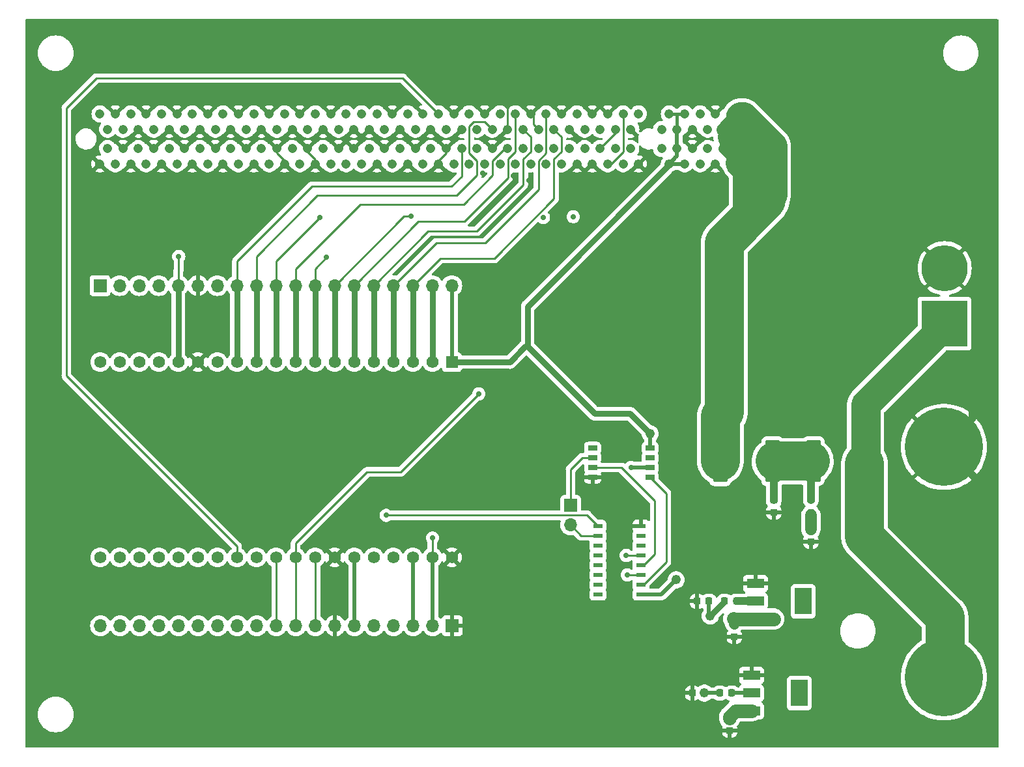
<source format=gbr>
%TF.GenerationSoftware,KiCad,Pcbnew,7.0.7*%
%TF.CreationDate,2024-02-19T11:00:26-08:00*%
%TF.ProjectId,Core-Board,436f7265-2d42-46f6-9172-642e6b696361,rev?*%
%TF.SameCoordinates,Original*%
%TF.FileFunction,Copper,L1,Top*%
%TF.FilePolarity,Positive*%
%FSLAX46Y46*%
G04 Gerber Fmt 4.6, Leading zero omitted, Abs format (unit mm)*
G04 Created by KiCad (PCBNEW 7.0.7) date 2024-02-19 11:00:26*
%MOMM*%
%LPD*%
G01*
G04 APERTURE LIST*
G04 Aperture macros list*
%AMRoundRect*
0 Rectangle with rounded corners*
0 $1 Rounding radius*
0 $2 $3 $4 $5 $6 $7 $8 $9 X,Y pos of 4 corners*
0 Add a 4 corners polygon primitive as box body*
4,1,4,$2,$3,$4,$5,$6,$7,$8,$9,$2,$3,0*
0 Add four circle primitives for the rounded corners*
1,1,$1+$1,$2,$3*
1,1,$1+$1,$4,$5*
1,1,$1+$1,$6,$7*
1,1,$1+$1,$8,$9*
0 Add four rect primitives between the rounded corners*
20,1,$1+$1,$2,$3,$4,$5,0*
20,1,$1+$1,$4,$5,$6,$7,0*
20,1,$1+$1,$6,$7,$8,$9,0*
20,1,$1+$1,$8,$9,$2,$3,0*%
G04 Aperture macros list end*
%TA.AperFunction,SMDPad,CuDef*%
%ADD10RoundRect,0.049600X-0.555400X-0.260400X0.555400X-0.260400X0.555400X0.260400X-0.555400X0.260400X0*%
%TD*%
%TA.AperFunction,SMDPad,CuDef*%
%ADD11R,1.200000X0.600000*%
%TD*%
%TA.AperFunction,SMDPad,CuDef*%
%ADD12RoundRect,0.225000X0.250000X-0.225000X0.250000X0.225000X-0.250000X0.225000X-0.250000X-0.225000X0*%
%TD*%
%TA.AperFunction,SMDPad,CuDef*%
%ADD13RoundRect,0.225000X-0.225000X-0.250000X0.225000X-0.250000X0.225000X0.250000X-0.225000X0.250000X0*%
%TD*%
%TA.AperFunction,SMDPad,CuDef*%
%ADD14RoundRect,0.218750X-0.256250X0.218750X-0.256250X-0.218750X0.256250X-0.218750X0.256250X0.218750X0*%
%TD*%
%TA.AperFunction,ComponentPad*%
%ADD15R,1.208000X1.208000*%
%TD*%
%TA.AperFunction,ComponentPad*%
%ADD16C,1.208000*%
%TD*%
%TA.AperFunction,SMDPad,CuDef*%
%ADD17RoundRect,0.218750X0.218750X0.256250X-0.218750X0.256250X-0.218750X-0.256250X0.218750X-0.256250X0*%
%TD*%
%TA.AperFunction,ComponentPad*%
%ADD18R,1.700000X1.700000*%
%TD*%
%TA.AperFunction,ComponentPad*%
%ADD19O,1.700000X1.700000*%
%TD*%
%TA.AperFunction,ComponentPad*%
%ADD20R,1.560000X1.560000*%
%TD*%
%TA.AperFunction,ComponentPad*%
%ADD21C,1.560000*%
%TD*%
%TA.AperFunction,SMDPad,CuDef*%
%ADD22RoundRect,0.200000X-0.275000X0.200000X-0.275000X-0.200000X0.275000X-0.200000X0.275000X0.200000X0*%
%TD*%
%TA.AperFunction,SMDPad,CuDef*%
%ADD23R,2.200000X1.200000*%
%TD*%
%TA.AperFunction,SMDPad,CuDef*%
%ADD24R,2.200000X3.500000*%
%TD*%
%TA.AperFunction,SMDPad,CuDef*%
%ADD25RoundRect,0.250000X0.712500X2.475000X-0.712500X2.475000X-0.712500X-2.475000X0.712500X-2.475000X0*%
%TD*%
%TA.AperFunction,ComponentPad*%
%ADD26C,6.000000*%
%TD*%
%TA.AperFunction,ComponentPad*%
%ADD27R,6.000000X6.000000*%
%TD*%
%TA.AperFunction,ComponentPad*%
%ADD28C,10.160000*%
%TD*%
%TA.AperFunction,ViaPad*%
%ADD29C,1.219200*%
%TD*%
%TA.AperFunction,ViaPad*%
%ADD30C,0.711200*%
%TD*%
%TA.AperFunction,Conductor*%
%ADD31C,0.254000*%
%TD*%
%TA.AperFunction,Conductor*%
%ADD32C,1.016000*%
%TD*%
%TA.AperFunction,Conductor*%
%ADD33C,5.080000*%
%TD*%
%TA.AperFunction,Conductor*%
%ADD34C,1.778000*%
%TD*%
%TA.AperFunction,Conductor*%
%ADD35C,1.270000*%
%TD*%
%TA.AperFunction,Conductor*%
%ADD36C,0.762000*%
%TD*%
%TA.AperFunction,Conductor*%
%ADD37C,3.810000*%
%TD*%
%TA.AperFunction,Conductor*%
%ADD38C,3.048000*%
%TD*%
%TA.AperFunction,Conductor*%
%ADD39C,1.524000*%
%TD*%
%TA.AperFunction,Conductor*%
%ADD40C,0.508000*%
%TD*%
%TA.AperFunction,Conductor*%
%ADD41C,0.381000*%
%TD*%
G04 APERTURE END LIST*
D10*
%TO.P,U4,1,SD2/NC*%
%TO.N,unconnected-(U4-SD2{slash}NC-Pad1)*%
X188279000Y-119507000D03*
%TO.P,U4,2,SD3/~{CS}*%
%TO.N,Net-(J1-Pin_1)*%
X188279000Y-120777000D03*
%TO.P,U4,3,CLK*%
%TO.N,SD CLK_3.3*%
X188279000Y-122047000D03*
%TO.P,U4,4,VSS*%
%TO.N,GND*%
X188279000Y-123317000D03*
%TO.P,U4,5,CMD/DI*%
%TO.N,SD MOSI_3.3*%
X195769000Y-123317000D03*
%TO.P,U4,6,SD0/DO*%
%TO.N,SPI0 MISO*%
X195769000Y-122047000D03*
%TO.P,U4,7,SD1/NC*%
%TO.N,unconnected-(U4-SD1{slash}NC-Pad7)*%
X195769000Y-120777000D03*
%TO.P,U4,8,VDD*%
%TO.N,3.3V*%
X195769000Y-119507000D03*
%TD*%
D11*
%TO.P,U3,1,VCC*%
%TO.N,3.3V*%
X194570000Y-138557000D03*
%TO.P,U3,2,1Y*%
%TO.N,SD MOSI_3.3*%
X194570000Y-137287000D03*
%TO.P,U3,3,1A*%
%TO.N,SPI0 MOSI*%
X194570000Y-136017000D03*
%TO.P,U3,4,2Y*%
%TO.N,SD CLK_3.3*%
X194570000Y-134747000D03*
%TO.P,U3,5,2A*%
%TO.N,SPI0 CLK*%
X194570000Y-133477000D03*
%TO.P,U3,6,3Y*%
%TO.N,unconnected-(U3-3Y-Pad6)*%
X194570000Y-132207000D03*
%TO.P,U3,7,3A*%
%TO.N,unconnected-(U3-3A-Pad7)*%
X194570000Y-130937000D03*
%TO.P,U3,8,GND*%
%TO.N,GND*%
X194570000Y-129667000D03*
%TO.P,U3,9,4A*%
%TO.N,SPI0 CS*%
X188970000Y-129667000D03*
%TO.P,U3,10,4Y*%
%TO.N,SD CS_3.3*%
X188970000Y-130937000D03*
%TO.P,U3,11,5A*%
%TO.N,unconnected-(U3-5A-Pad11)*%
X188970000Y-132207000D03*
%TO.P,U3,12,5Y*%
%TO.N,unconnected-(U3-5Y-Pad12)*%
X188970000Y-133477000D03*
%TO.P,U3,13,NC@1*%
%TO.N,unconnected-(U3-NC@1-Pad13)*%
X188970000Y-134747000D03*
%TO.P,U3,14,6A*%
%TO.N,unconnected-(U3-6A-Pad14)*%
X188970000Y-136017000D03*
%TO.P,U3,15,6Y*%
%TO.N,unconnected-(U3-6Y-Pad15)*%
X188970000Y-137287000D03*
%TO.P,U3,16,NC@2*%
%TO.N,unconnected-(U3-NC@2-Pad16)*%
X188970000Y-138557000D03*
%TD*%
D12*
%TO.P,C2,1*%
%TO.N,GND*%
X206100500Y-156223000D03*
%TO.P,C2,2*%
%TO.N,12V*%
X206100500Y-154673000D03*
%TD*%
D13*
%TO.P,C4,1*%
%TO.N,GND*%
X201261500Y-151384000D03*
%TO.P,C4,2*%
%TO.N,5V*%
X202811500Y-151384000D03*
%TD*%
D14*
%TO.P,D1,1,K*%
%TO.N,Net-(D1-Pad1)*%
X216659500Y-130105500D03*
%TO.P,D1,2,A*%
%TO.N,GND*%
X216659500Y-131680500D03*
%TD*%
D15*
%TO.P,J2,A1,+12V*%
%TO.N,12V*%
X207247000Y-80573000D03*
D16*
%TO.P,J2,A2,+12V*%
X206247000Y-82573000D03*
%TO.P,J2,A3,+12V*%
X205247000Y-80573000D03*
%TO.P,J2,A4,GND*%
%TO.N,GND*%
X204247000Y-82573000D03*
%TO.P,J2,A5,5V*%
%TO.N,5V*%
X203247000Y-80573000D03*
%TO.P,J2,A6,5V*%
X202247000Y-82573000D03*
%TO.P,J2,A7,GND*%
%TO.N,GND*%
X201247000Y-80573000D03*
%TO.P,J2,A8,3.3V*%
%TO.N,3.3V*%
X200247000Y-82573000D03*
%TO.P,J2,A9,+3.3V*%
X199247000Y-80573000D03*
%TO.P,J2,A10,3.3VAux*%
X198247000Y-82573000D03*
%TO.P,J2,A11,PWRGD*%
%TO.N,unconnected-(J2-PWRGD-PadA11)*%
X197247000Y-80573000D03*
%TO.P,J2,A12,GND*%
%TO.N,GND*%
X194247000Y-82573000D03*
%TO.P,J2,A13,REFCLK+*%
%TO.N,unconnected-(J2-REFCLK+-PadA13)*%
X193247000Y-80573000D03*
%TO.P,J2,A14,REFCLK-*%
%TO.N,unconnected-(J2-REFCLK--PadA14)*%
X192247000Y-82573000D03*
%TO.P,J2,A15,GND*%
%TO.N,GND*%
X191247000Y-80573000D03*
%TO.P,J2,A16,I2C_SCL_AUX*%
%TO.N,I2C SCL*%
X190247000Y-82573000D03*
%TO.P,J2,A17,I2C_SDA_AUX*%
%TO.N,I2C SDA*%
X189247000Y-80573000D03*
%TO.P,J2,A18,GND*%
%TO.N,GND*%
X188247000Y-82573000D03*
%TO.P,J2,A19,RSVD*%
%TO.N,unconnected-(J2-RSVD-PadA19)*%
X187247000Y-80573000D03*
%TO.P,J2,A20,GND*%
%TO.N,GND*%
X186247000Y-82573000D03*
%TO.P,J2,A21,PERp1*%
%TO.N,unconnected-(J2-PERp1-PadA21)*%
X185247000Y-80573000D03*
%TO.P,J2,A22,PERn1*%
%TO.N,unconnected-(J2-PERn1-PadA22)*%
X184247000Y-82573000D03*
%TO.P,J2,A23,GND*%
%TO.N,GND*%
X183247000Y-80573000D03*
%TO.P,J2,A24,GND*%
X182247000Y-82573000D03*
%TO.P,J2,A25,HX_DT5*%
%TO.N,HX5*%
X181247000Y-80573000D03*
%TO.P,J2,A26,HX_DT6*%
%TO.N,HX6*%
X180247000Y-82573000D03*
%TO.P,J2,A27,GND*%
%TO.N,GND*%
X179247000Y-80573000D03*
%TO.P,J2,A28,GND*%
X178247000Y-82573000D03*
%TO.P,J2,A29,HX_DT7*%
%TO.N,HX7*%
X177247000Y-80573000D03*
%TO.P,J2,A30,HX_DT8*%
%TO.N,HX8*%
X176247000Y-82573000D03*
%TO.P,J2,A31,GND*%
%TO.N,GND*%
X175247000Y-80573000D03*
%TO.P,J2,A32,RSVD*%
%TO.N,unconnected-(J2-RSVD-PadA32)*%
X174247000Y-82573000D03*
%TO.P,J2,A33,RSVD*%
%TO.N,unconnected-(J2-RSVD-PadA33)*%
X173247000Y-80573000D03*
%TO.P,J2,A34,GND*%
%TO.N,GND*%
X172247000Y-82573000D03*
%TO.P,J2,A35,SPI1_CLK*%
%TO.N,SPI1 CLK*%
X171247000Y-80573000D03*
%TO.P,J2,A36,SPI1_MISO*%
%TO.N,SPI1 MISO*%
X170247000Y-82573000D03*
%TO.P,J2,A37,GND*%
%TO.N,GND*%
X169247000Y-80573000D03*
%TO.P,J2,A38,GND*%
X168247000Y-82573000D03*
%TO.P,J2,A39,TC_CS3*%
%TO.N,TC CS 3*%
X167247000Y-80573000D03*
%TO.P,J2,A40,TC_CS4*%
%TO.N,TC CS 4*%
X166247000Y-82573000D03*
%TO.P,J2,A41,GND*%
%TO.N,GND*%
X165247000Y-80573000D03*
%TO.P,J2,A42,GND*%
X164247000Y-82573000D03*
%TO.P,J2,A43,PERp6*%
%TO.N,unconnected-(J2-PERp6-PadA43)*%
X163247000Y-80573000D03*
%TO.P,J2,A44,PERn6*%
%TO.N,unconnected-(J2-PERn6-PadA44)*%
X162247000Y-82573000D03*
%TO.P,J2,A45,GND*%
%TO.N,GND*%
X161247000Y-80573000D03*
%TO.P,J2,A46,GND*%
X160247000Y-82573000D03*
%TO.P,J2,A47,PERp7*%
%TO.N,unconnected-(J2-PERp7-PadA47)*%
X159247000Y-80573000D03*
%TO.P,J2,A48,PERn7*%
%TO.N,unconnected-(J2-PERn7-PadA48)*%
X158247000Y-82573000D03*
%TO.P,J2,A49,GND*%
%TO.N,GND*%
X157247000Y-80573000D03*
%TO.P,J2,A50,RSVD*%
%TO.N,unconnected-(J2-RSVD-PadA50)*%
X156247000Y-82573000D03*
%TO.P,J2,A51,GND*%
%TO.N,GND*%
X155247000Y-80573000D03*
%TO.P,J2,A52,PERp8*%
%TO.N,unconnected-(J2-PERp8-PadA52)*%
X154247000Y-82573000D03*
%TO.P,J2,A53,PERn8*%
%TO.N,unconnected-(J2-PERn8-PadA53)*%
X153247000Y-80573000D03*
%TO.P,J2,A54,GND*%
%TO.N,GND*%
X152247000Y-82573000D03*
%TO.P,J2,A55,GND*%
X151247000Y-80573000D03*
%TO.P,J2,A56,PERp9*%
%TO.N,unconnected-(J2-PERp9-PadA56)*%
X150247000Y-82573000D03*
%TO.P,J2,A57,PERn9*%
%TO.N,unconnected-(J2-PERn9-PadA57)*%
X149247000Y-80573000D03*
%TO.P,J2,A58,GND*%
%TO.N,GND*%
X148247000Y-82573000D03*
%TO.P,J2,A59,GND*%
X147247000Y-80573000D03*
%TO.P,J2,A60,PERp10*%
%TO.N,unconnected-(J2-PERp10-PadA60)*%
X146247000Y-82573000D03*
%TO.P,J2,A61,PERn10*%
%TO.N,unconnected-(J2-PERn10-PadA61)*%
X145247000Y-80573000D03*
%TO.P,J2,A62,GND*%
%TO.N,GND*%
X144247000Y-82573000D03*
%TO.P,J2,A63,GND*%
X143247000Y-80573000D03*
%TO.P,J2,A64,PERp11*%
%TO.N,unconnected-(J2-PERp11-PadA64)*%
X142247000Y-82573000D03*
%TO.P,J2,A65,PERn11*%
%TO.N,unconnected-(J2-PERn11-PadA65)*%
X141247000Y-80573000D03*
%TO.P,J2,A66,GND*%
%TO.N,GND*%
X140247000Y-82573000D03*
%TO.P,J2,A67,GND*%
X139247000Y-80573000D03*
%TO.P,J2,A68,PERp12*%
%TO.N,unconnected-(J2-PERp12-PadA68)*%
X138247000Y-82573000D03*
%TO.P,J2,A69,PERn12*%
%TO.N,unconnected-(J2-PERn12-PadA69)*%
X137247000Y-80573000D03*
%TO.P,J2,A70,GND*%
%TO.N,GND*%
X136247000Y-82573000D03*
%TO.P,J2,A71,GND*%
X135247000Y-80573000D03*
%TO.P,J2,A72,PERp13*%
%TO.N,unconnected-(J2-PERp13-PadA72)*%
X134247000Y-82573000D03*
%TO.P,J2,A73,PERn13*%
%TO.N,unconnected-(J2-PERn13-PadA73)*%
X133247000Y-80573000D03*
%TO.P,J2,A74,GND*%
%TO.N,GND*%
X132247000Y-82573000D03*
%TO.P,J2,A75,GND*%
X131247000Y-80573000D03*
%TO.P,J2,A76,PERp14*%
%TO.N,unconnected-(J2-PERp14-PadA76)*%
X130247000Y-82573000D03*
%TO.P,J2,A77,PERn14*%
%TO.N,unconnected-(J2-PERn14-PadA77)*%
X129247000Y-80573000D03*
%TO.P,J2,A78,GND*%
%TO.N,GND*%
X128247000Y-82573000D03*
%TO.P,J2,A79,GND*%
X127247000Y-80573000D03*
%TO.P,J2,A80,PERp15*%
%TO.N,unconnected-(J2-PERp15-PadA80)*%
X126247000Y-82573000D03*
%TO.P,J2,A81,PERn15*%
%TO.N,unconnected-(J2-PERn15-PadA81)*%
X125247000Y-80573000D03*
%TO.P,J2,A82,GND*%
%TO.N,GND*%
X124247000Y-82573000D03*
%TO.P,J2,B1,+12V*%
%TO.N,12V*%
X207247000Y-78073000D03*
%TO.P,J2,B2,+12V*%
X206247000Y-76073000D03*
%TO.P,J2,B3,+12V*%
X205247000Y-78073000D03*
%TO.P,J2,B4,GND*%
%TO.N,GND*%
X204247000Y-76073000D03*
%TO.P,J2,B5,5V*%
%TO.N,5V*%
X203247000Y-78073000D03*
%TO.P,J2,B6,5V*%
X202247000Y-76073000D03*
%TO.P,J2,B7,GND*%
%TO.N,GND*%
X201247000Y-78073000D03*
%TO.P,J2,B8,+3.3V*%
%TO.N,3.3V*%
X200247000Y-76073000D03*
%TO.P,J2,B9,3.3V*%
X199247000Y-78073000D03*
%TO.P,J2,B10,3.3Vaux*%
X198247000Y-76073000D03*
%TO.P,J2,B11,~{WAKE}*%
%TO.N,unconnected-(J2-~{WAKE}-PadB11)*%
X197247000Y-78073000D03*
%TO.P,J2,B12,RSVD*%
%TO.N,unconnected-(J2-RSVD-PadB12)*%
X194247000Y-76073000D03*
%TO.P,J2,B13,GND*%
%TO.N,GND*%
X193247000Y-78073000D03*
%TO.P,J2,B14,I2C_SCL*%
%TO.N,I2C SCL*%
X192247000Y-76073000D03*
%TO.P,J2,B15,I2C_SDA*%
%TO.N,I2C SDA*%
X191247000Y-78073000D03*
%TO.P,J2,B16,GND*%
%TO.N,GND*%
X190247000Y-76073000D03*
%TO.P,J2,B17,~{PRSNT2}*%
%TO.N,unconnected-(J2-~{PRSNT2}-PadB17)*%
X189247000Y-78073000D03*
%TO.P,J2,B18,GND*%
%TO.N,GND*%
X188247000Y-76073000D03*
%TO.P,J2,B19,PETp1*%
%TO.N,unconnected-(J2-PETp1-PadB19)*%
X187247000Y-78073000D03*
%TO.P,J2,B20,PETn1*%
%TO.N,unconnected-(J2-PETn1-PadB20)*%
X186247000Y-76073000D03*
%TO.P,J2,B21,GND*%
%TO.N,GND*%
X185247000Y-78073000D03*
%TO.P,J2,B22,GND*%
X184247000Y-76073000D03*
%TO.P,J2,B23,HX_DT1*%
%TO.N,HX1*%
X183247000Y-78073000D03*
%TO.P,J2,B24,HX_DT2*%
%TO.N,HX2*%
X182247000Y-76073000D03*
%TO.P,J2,B25,GND*%
%TO.N,GND*%
X181247000Y-78073000D03*
%TO.P,J2,B26,GND*%
X180247000Y-76073000D03*
%TO.P,J2,B27,HX_DT3*%
%TO.N,HX3*%
X179247000Y-78073000D03*
%TO.P,J2,B28,HX_DT4*%
%TO.N,HX4*%
X178247000Y-76073000D03*
%TO.P,J2,B29,GND*%
%TO.N,GND*%
X177247000Y-78073000D03*
%TO.P,J2,B30,RSVD*%
%TO.N,unconnected-(J2-RSVD-PadB30)*%
X176247000Y-76073000D03*
%TO.P,J2,B31,HX_CLK*%
%TO.N,HX CLK*%
X175247000Y-78073000D03*
%TO.P,J2,B32,GND*%
%TO.N,GND*%
X174247000Y-76073000D03*
%TO.P,J2,B33,SPI0_CLK*%
%TO.N,SPI0 CLK*%
X173247000Y-78073000D03*
%TO.P,J2,B34,SPI0_MISO*%
%TO.N,SPI0 MISO*%
X172247000Y-76073000D03*
%TO.P,J2,B35,GND*%
%TO.N,GND*%
X171247000Y-78073000D03*
%TO.P,J2,B36,GND*%
X170247000Y-76073000D03*
%TO.P,J2,B37,TC_CS1*%
%TO.N,TC CS 1*%
X169247000Y-78073000D03*
%TO.P,J2,B38,TC_CS2*%
%TO.N,TC CS 2*%
X168247000Y-76073000D03*
%TO.P,J2,B39,GND*%
%TO.N,GND*%
X167247000Y-78073000D03*
%TO.P,J2,B40,GND*%
X166247000Y-76073000D03*
%TO.P,J2,B41,PETp6*%
%TO.N,unconnected-(J2-PETp6-PadB41)*%
X165247000Y-78073000D03*
%TO.P,J2,B42,PETn6*%
%TO.N,unconnected-(J2-PETn6-PadB42)*%
X164247000Y-76073000D03*
%TO.P,J2,B43,GND*%
%TO.N,GND*%
X163247000Y-78073000D03*
%TO.P,J2,B44,GND*%
X162247000Y-76073000D03*
%TO.P,J2,B45,PETp7*%
%TO.N,unconnected-(J2-PETp7-PadB45)*%
X161247000Y-78073000D03*
%TO.P,J2,B46,PETn7*%
%TO.N,unconnected-(J2-PETn7-PadB46)*%
X160247000Y-76073000D03*
%TO.P,J2,B47,GND*%
%TO.N,GND*%
X159247000Y-78073000D03*
%TO.P,J2,B48,~{PRSNT2}*%
%TO.N,unconnected-(J2-~{PRSNT2}-PadB48)*%
X158247000Y-76073000D03*
%TO.P,J2,B49,GND*%
%TO.N,GND*%
X157247000Y-78073000D03*
%TO.P,J2,B50,PETp8*%
%TO.N,unconnected-(J2-PETp8-PadB50)*%
X156247000Y-76073000D03*
%TO.P,J2,B51,PETn8*%
%TO.N,unconnected-(J2-PETn8-PadB51)*%
X155247000Y-78073000D03*
%TO.P,J2,B52,GND*%
%TO.N,GND*%
X154247000Y-76073000D03*
%TO.P,J2,B53,GND*%
X153247000Y-78073000D03*
%TO.P,J2,B54,PETp9*%
%TO.N,unconnected-(J2-PETp9-PadB54)*%
X152247000Y-76073000D03*
%TO.P,J2,B55,PETn9*%
%TO.N,unconnected-(J2-PETn9-PadB55)*%
X151247000Y-78073000D03*
%TO.P,J2,B56,GND*%
%TO.N,GND*%
X150247000Y-76073000D03*
%TO.P,J2,B57,GND*%
X149247000Y-78073000D03*
%TO.P,J2,B58,PETp10*%
%TO.N,unconnected-(J2-PETp10-PadB58)*%
X148247000Y-76073000D03*
%TO.P,J2,B59,PETn10*%
%TO.N,unconnected-(J2-PETn10-PadB59)*%
X147247000Y-78073000D03*
%TO.P,J2,B60,GND*%
%TO.N,GND*%
X146247000Y-76073000D03*
%TO.P,J2,B61,GND*%
X145247000Y-78073000D03*
%TO.P,J2,B62,PETp11*%
%TO.N,unconnected-(J2-PETp11-PadB62)*%
X144247000Y-76073000D03*
%TO.P,J2,B63,PETn11*%
%TO.N,unconnected-(J2-PETn11-PadB63)*%
X143247000Y-78073000D03*
%TO.P,J2,B64,GND*%
%TO.N,GND*%
X142247000Y-76073000D03*
%TO.P,J2,B65,GND*%
X141247000Y-78073000D03*
%TO.P,J2,B66,PETp12*%
%TO.N,unconnected-(J2-PETp12-PadB66)*%
X140247000Y-76073000D03*
%TO.P,J2,B67,PETn12*%
%TO.N,unconnected-(J2-PETn12-PadB67)*%
X139247000Y-78073000D03*
%TO.P,J2,B68,GND*%
%TO.N,GND*%
X138247000Y-76073000D03*
%TO.P,J2,B69,GND*%
X137247000Y-78073000D03*
%TO.P,J2,B70,PETp13*%
%TO.N,unconnected-(J2-PETp13-PadB70)*%
X136247000Y-76073000D03*
%TO.P,J2,B71,PETn13*%
%TO.N,unconnected-(J2-PETn13-PadB71)*%
X135247000Y-78073000D03*
%TO.P,J2,B72,GND*%
%TO.N,GND*%
X134247000Y-76073000D03*
%TO.P,J2,B73,GND*%
X133247000Y-78073000D03*
%TO.P,J2,B74,PETp14*%
%TO.N,unconnected-(J2-PETp14-PadB74)*%
X132247000Y-76073000D03*
%TO.P,J2,B75,PETn14*%
%TO.N,unconnected-(J2-PETn14-PadB75)*%
X131247000Y-78073000D03*
%TO.P,J2,B76,GND*%
%TO.N,GND*%
X130247000Y-76073000D03*
%TO.P,J2,B77,GND*%
X129247000Y-78073000D03*
%TO.P,J2,B78,PETp15*%
%TO.N,unconnected-(J2-PETp15-PadB78)*%
X128247000Y-76073000D03*
%TO.P,J2,B79,PETn15*%
%TO.N,unconnected-(J2-PETn15-PadB79)*%
X127247000Y-78073000D03*
%TO.P,J2,B80,GND*%
%TO.N,GND*%
X126247000Y-76073000D03*
%TO.P,J2,B81,~{PRSNT2}*%
%TO.N,unconnected-(J2-~{PRSNT2}-PadB81)*%
X125247000Y-78073000D03*
%TO.P,J2,B82,RSVD*%
%TO.N,unconnected-(J2-RSVD-PadB82)*%
X124247000Y-76073000D03*
%TD*%
D17*
%TO.P,F2,1*%
%TO.N,Net-(U2-OUTPUT)*%
X206380000Y-151384000D03*
%TO.P,F2,2*%
%TO.N,5V*%
X204805000Y-151384000D03*
%TD*%
D13*
%TO.P,C3,1*%
%TO.N,GND*%
X201865000Y-139446000D03*
%TO.P,C3,2*%
%TO.N,3.3V*%
X203415000Y-139446000D03*
%TD*%
D18*
%TO.P,J4,1,Pin_1*%
%TO.N,5V*%
X124266800Y-98399600D03*
D19*
%TO.P,J4,2,Pin_2*%
%TO.N,unconnected-(J4-Pin_2-Pad2)*%
X126806800Y-98399600D03*
%TO.P,J4,3,Pin_3*%
%TO.N,unconnected-(J4-Pin_3-Pad3)*%
X129346800Y-98399600D03*
%TO.P,J4,4,Pin_4*%
%TO.N,unconnected-(J4-Pin_4-Pad4)*%
X131886800Y-98399600D03*
%TO.P,J4,5,Pin_5*%
%TO.N,SPI1 MISO*%
X134426800Y-98399600D03*
%TO.P,J4,6,Pin_6*%
%TO.N,GND*%
X136966800Y-98399600D03*
%TO.P,J4,7,Pin_7*%
%TO.N,unconnected-(J4-Pin_7-Pad7)*%
X139506800Y-98399600D03*
%TO.P,J4,8,Pin_8*%
%TO.N,SPI1 CLK*%
X142046800Y-98399600D03*
%TO.P,J4,9,Pin_9*%
%TO.N,HX CLK*%
X144586800Y-98399600D03*
%TO.P,J4,10,Pin_10*%
%TO.N,HX8*%
X147126800Y-98399600D03*
%TO.P,J4,11,Pin_11*%
%TO.N,HX7*%
X149666800Y-98399600D03*
%TO.P,J4,12,Pin_12*%
%TO.N,HX6*%
X152206800Y-98399600D03*
%TO.P,J4,13,Pin_13*%
%TO.N,HX5*%
X154746800Y-98399600D03*
%TO.P,J4,14,Pin_14*%
%TO.N,HX4*%
X157286800Y-98399600D03*
%TO.P,J4,15,Pin_15*%
%TO.N,HX3*%
X159826800Y-98399600D03*
%TO.P,J4,16,Pin_16*%
%TO.N,HX2*%
X162366800Y-98399600D03*
%TO.P,J4,17,Pin_17*%
%TO.N,HX1*%
X164906800Y-98399600D03*
%TO.P,J4,18,Pin_18*%
%TO.N,EN*%
X167446800Y-98399600D03*
%TO.P,J4,19,Pin_19*%
%TO.N,3.3V*%
X169986800Y-98399600D03*
%TD*%
D20*
%TO.P,J3,1,3V3*%
%TO.N,3.3V*%
X170001000Y-108341001D03*
D21*
%TO.P,J3,2,EN*%
%TO.N,EN*%
X167461000Y-108341001D03*
%TO.P,J3,3,SENSOR_VP*%
%TO.N,HX1*%
X164921000Y-108341001D03*
%TO.P,J3,4,SENSOR_VN*%
%TO.N,HX2*%
X162381000Y-108341001D03*
%TO.P,J3,5,IO34*%
%TO.N,HX3*%
X159841000Y-108341001D03*
%TO.P,J3,6,IO35*%
%TO.N,HX4*%
X157301000Y-108341001D03*
%TO.P,J3,7,IO32*%
%TO.N,HX5*%
X154761000Y-108341001D03*
%TO.P,J3,8,IO33*%
%TO.N,HX6*%
X152221000Y-108341001D03*
%TO.P,J3,9,IO25*%
%TO.N,HX7*%
X149681000Y-108341001D03*
%TO.P,J3,10,IO26*%
%TO.N,HX8*%
X147141000Y-108341001D03*
%TO.P,J3,11,IO27*%
%TO.N,HX CLK*%
X144601000Y-108341001D03*
%TO.P,J3,12,IO14*%
%TO.N,SPI1 CLK*%
X142061000Y-108341001D03*
%TO.P,J3,13,IO12*%
%TO.N,unconnected-(J3-IO12-Pad13)*%
X139521000Y-108341001D03*
%TO.P,J3,14,GND1*%
%TO.N,GND*%
X136981000Y-108341001D03*
%TO.P,J3,15,IO13*%
%TO.N,SPI1 MISO*%
X134441000Y-108341001D03*
%TO.P,J3,16,SD2*%
%TO.N,unconnected-(J3-SD2-Pad16)*%
X131901000Y-108341001D03*
%TO.P,J3,17,SD3*%
%TO.N,unconnected-(J3-SD3-Pad17)*%
X129361000Y-108341001D03*
%TO.P,J3,18,CMD*%
%TO.N,unconnected-(J3-CMD-Pad18)*%
X126821000Y-108341001D03*
%TO.P,J3,19,EXT_5V*%
%TO.N,5V*%
X124281000Y-108341001D03*
%TO.P,J3,20,GND3*%
%TO.N,GND*%
X170001000Y-133741001D03*
%TO.P,J3,21,IO23*%
%TO.N,SPI0 MISO*%
X167461000Y-133741001D03*
%TO.P,J3,22,IO22*%
%TO.N,I2C SCL*%
X164921000Y-133741001D03*
%TO.P,J3,23,TXD0*%
%TO.N,unconnected-(J3-TXD0-Pad23)*%
X162381000Y-133741001D03*
%TO.P,J3,24,RXD0*%
%TO.N,unconnected-(J3-RXD0-Pad24)*%
X159841000Y-133741001D03*
%TO.P,J3,25,IO21*%
%TO.N,I2C SDA*%
X157301000Y-133741001D03*
%TO.P,J3,26,GND2*%
%TO.N,GND*%
X154761000Y-133741001D03*
%TO.P,J3,27,IO19*%
%TO.N,SPI0 MOSI*%
X152221000Y-133741001D03*
%TO.P,J3,28,IO18*%
%TO.N,SPI0 CLK*%
X149681000Y-133741001D03*
%TO.P,J3,29,IO5*%
%TO.N,SPI0 CS*%
X147141000Y-133741001D03*
%TO.P,J3,30,IO17*%
%TO.N,TC CS 1*%
X144601000Y-133741001D03*
%TO.P,J3,31,IO16*%
%TO.N,TC CS 2*%
X142061000Y-133741001D03*
%TO.P,J3,32,IO4*%
%TO.N,TC CS 3*%
X139521000Y-133741001D03*
%TO.P,J3,33,IO0*%
%TO.N,unconnected-(J3-IO0-Pad33)*%
X136981000Y-133741001D03*
%TO.P,J3,34,IO2*%
%TO.N,unconnected-(J3-IO2-Pad34)*%
X134441000Y-133741001D03*
%TO.P,J3,35,IO15*%
%TO.N,TC CS 4*%
X131901000Y-133741001D03*
%TO.P,J3,36,SD1*%
%TO.N,unconnected-(J3-SD1-Pad36)*%
X129361000Y-133741001D03*
%TO.P,J3,37,SD0*%
%TO.N,unconnected-(J3-SD0-Pad37)*%
X126821000Y-133741001D03*
%TO.P,J3,38,CLK*%
%TO.N,unconnected-(J3-CLK-Pad38)*%
X124281000Y-133741001D03*
%TD*%
D18*
%TO.P,J5,1,Pin_1*%
%TO.N,GND*%
X170043000Y-142621000D03*
D19*
%TO.P,J5,2,Pin_2*%
%TO.N,SPI0 MISO*%
X167503000Y-142621000D03*
%TO.P,J5,3,Pin_3*%
%TO.N,I2C SCL*%
X164963000Y-142621000D03*
%TO.P,J5,4,Pin_4*%
%TO.N,unconnected-(J5-Pin_4-Pad4)*%
X162423000Y-142621000D03*
%TO.P,J5,5,Pin_5*%
%TO.N,unconnected-(J5-Pin_5-Pad5)*%
X159883000Y-142621000D03*
%TO.P,J5,6,Pin_6*%
%TO.N,I2C SDA*%
X157343000Y-142621000D03*
%TO.P,J5,7,Pin_7*%
%TO.N,GND*%
X154803000Y-142621000D03*
%TO.P,J5,8,Pin_8*%
%TO.N,SPI0 MOSI*%
X152263000Y-142621000D03*
%TO.P,J5,9,Pin_9*%
%TO.N,SPI0 CLK*%
X149723000Y-142621000D03*
%TO.P,J5,10,Pin_10*%
%TO.N,SPI0 CS*%
X147183000Y-142621000D03*
%TO.P,J5,11,Pin_11*%
%TO.N,SPI1 MOSI*%
X144643000Y-142621000D03*
%TO.P,J5,12,Pin_12*%
%TO.N,unconnected-(J5-Pin_12-Pad12)*%
X142103000Y-142621000D03*
%TO.P,J5,13,Pin_13*%
%TO.N,unconnected-(J5-Pin_13-Pad13)*%
X139563000Y-142621000D03*
%TO.P,J5,14,Pin_14*%
%TO.N,unconnected-(J5-Pin_14-Pad14)*%
X137023000Y-142621000D03*
%TO.P,J5,15,Pin_15*%
%TO.N,unconnected-(J5-Pin_15-Pad15)*%
X134483000Y-142621000D03*
%TO.P,J5,16,Pin_16*%
%TO.N,unconnected-(J5-Pin_16-Pad16)*%
X131943000Y-142621000D03*
%TO.P,J5,17,Pin_17*%
%TO.N,unconnected-(J5-Pin_17-Pad17)*%
X129403000Y-142621000D03*
%TO.P,J5,18,Pin_18*%
%TO.N,unconnected-(J5-Pin_18-Pad18)*%
X126863000Y-142621000D03*
%TO.P,J5,19,Pin_19*%
%TO.N,unconnected-(J5-Pin_19-Pad19)*%
X124323000Y-142621000D03*
%TD*%
D22*
%TO.P,R1,1*%
%TO.N,Net-(C4-Pad2)*%
X216659500Y-126258000D03*
%TO.P,R1,2*%
%TO.N,Net-(D1-Pad1)*%
X216659500Y-127908000D03*
%TD*%
D23*
%TO.P,U2,1,GND*%
%TO.N,GND*%
X208938000Y-149084000D03*
%TO.P,U2,2,OUTPUT*%
%TO.N,Net-(U2-OUTPUT)*%
X208938000Y-151384000D03*
%TO.P,U2,3,INPUT*%
%TO.N,12V*%
X208938000Y-153684000D03*
D24*
%TO.P,U2,4,VOUT*%
%TO.N,unconnected-(U2-VOUT-Pad4)*%
X215138000Y-151384000D03*
%TD*%
D25*
%TO.P,F4,1*%
%TO.N,Net-(C4-Pad2)*%
X211665000Y-121241000D03*
%TO.P,F4,2*%
%TO.N,12V*%
X204890000Y-121241000D03*
%TD*%
D26*
%TO.P,J3,N,NEG*%
%TO.N,GND*%
X234035600Y-96127200D03*
D27*
%TO.P,J3,P,POS*%
%TO.N,+12V*%
X234035600Y-103327200D03*
%TD*%
D28*
%TO.P,J1,1,Pin_1*%
%TO.N,+12V*%
X233934000Y-149350000D03*
%TO.P,J1,2,Pin_2*%
%TO.N,GND*%
X233934000Y-119380000D03*
%TD*%
D12*
%TO.P,C4,1*%
%TO.N,GND*%
X211833500Y-127858000D03*
%TO.P,C4,2*%
%TO.N,Net-(C4-Pad2)*%
X211833500Y-126308000D03*
%TD*%
D17*
%TO.P,F1,1*%
%TO.N,Net-(U1-OUTPUT)*%
X206983500Y-139446000D03*
%TO.P,F1,2*%
%TO.N,3.3V*%
X205408500Y-139446000D03*
%TD*%
D12*
%TO.P,C1,1*%
%TO.N,GND*%
X206704000Y-144031000D03*
%TO.P,C1,2*%
%TO.N,12V*%
X206704000Y-142481000D03*
%TD*%
D23*
%TO.P,U1,1,GND*%
%TO.N,GND*%
X209446000Y-137146000D03*
%TO.P,U1,2,OUTPUT*%
%TO.N,Net-(U1-OUTPUT)*%
X209446000Y-139446000D03*
%TO.P,U1,3,INPUT*%
%TO.N,12V*%
X209446000Y-141746000D03*
D24*
%TO.P,U1,4,VOUT*%
%TO.N,unconnected-(U1-VOUT-Pad4)*%
X215646000Y-139446000D03*
%TD*%
D18*
%TO.P,J1,1,Pin_1*%
%TO.N,Net-(J1-Pin_1)*%
X185420000Y-127000000D03*
D19*
%TO.P,J1,2,Pin_2*%
%TO.N,SD CS_3.3*%
X185420000Y-129540000D03*
%TD*%
D25*
%TO.P,F1,1*%
%TO.N,+12V*%
X223757900Y-121208800D03*
%TO.P,F1,2*%
%TO.N,Net-(C4-Pad2)*%
X216982900Y-121208800D03*
%TD*%
D29*
%TO.N,GND*%
X191109600Y-127254000D03*
D30*
X173532800Y-97790000D03*
X177998100Y-84105545D03*
X177165000Y-74930000D03*
D29*
X132384800Y-86969600D03*
D30*
X173998100Y-83820000D03*
X184708800Y-101396800D03*
D29*
X216458800Y-104800400D03*
D30*
X155905200Y-130352800D03*
D29*
X200152000Y-71120000D03*
D30*
X189230000Y-74295000D03*
X169545000Y-73660000D03*
X180022896Y-84747100D03*
X168275000Y-73660000D03*
X194665600Y-77571600D03*
D29*
X157378400Y-118618000D03*
D30*
X171450000Y-73660000D03*
X185674000Y-86156800D03*
D29*
X126492000Y-151257000D03*
X201676000Y-146050000D03*
%TO.N,12V*%
X204890000Y-115366800D03*
X208938000Y-153684000D03*
X205391473Y-112514927D03*
X211822000Y-141746000D03*
%TO.N,3.3V*%
X195769000Y-117664000D03*
X203581000Y-141351000D03*
X199136000Y-136652000D03*
%TO.N,5V*%
X202811500Y-151384000D03*
D30*
%TO.N,HX5*%
X164719000Y-89408000D03*
%TO.N,HX6*%
X153670000Y-94742000D03*
%TO.N,HX8*%
X152806400Y-89560400D03*
%TO.N,SPI1 MISO*%
X134493000Y-94615000D03*
%TO.N,SPI0 CLK*%
X192659000Y-133477000D03*
X173482000Y-112471200D03*
X181889555Y-89535155D03*
%TO.N,SPI0 MISO*%
X167461000Y-131216400D03*
X193294000Y-122047000D03*
X185750200Y-89433400D03*
%TO.N,SPI0 MOSI*%
X192786000Y-136017000D03*
%TO.N,SPI0 CS*%
X161442400Y-128270000D03*
%TD*%
D31*
%TO.N,GND*%
X168247000Y-82197000D02*
X168247000Y-82573000D01*
X151247000Y-80573000D02*
X151247000Y-80990600D01*
X169247000Y-81197000D02*
X168247000Y-82197000D01*
X169247000Y-80573000D02*
X169247000Y-81197000D01*
D32*
X237693200Y-115620800D02*
X233934000Y-119380000D01*
D31*
X180594000Y-76420000D02*
X180247000Y-76073000D01*
D32*
X233934000Y-119380000D02*
X239166400Y-124612400D01*
D31*
X152247000Y-81990600D02*
X152247000Y-82573000D01*
X148247000Y-82156200D02*
X148247000Y-82573000D01*
X151247000Y-80990600D02*
X152247000Y-81990600D01*
D32*
X237693200Y-111861600D02*
X237693200Y-115620800D01*
D31*
X193262000Y-83558000D02*
X194247000Y-82573000D01*
D32*
X239166400Y-124612400D02*
X239166400Y-126238000D01*
D31*
X147247000Y-81156200D02*
X148247000Y-82156200D01*
X177247000Y-75012000D02*
X177165000Y-74930000D01*
X147247000Y-80573000D02*
X147247000Y-81156200D01*
X180594000Y-77420000D02*
X180594000Y-76420000D01*
X181247000Y-78073000D02*
X180594000Y-77420000D01*
X177247000Y-78073000D02*
X177247000Y-75012000D01*
X188247000Y-82573000D02*
X188640001Y-82573000D01*
D33*
%TO.N,Net-(C4-Pad2)*%
X216574000Y-121241000D02*
X212002000Y-121241000D01*
D32*
X216659500Y-126258000D02*
X216659500Y-121326500D01*
D31*
X216659500Y-121326500D02*
X216574000Y-121241000D01*
X212002000Y-121241000D02*
X211833500Y-121409500D01*
D32*
X211833500Y-126308000D02*
X211833500Y-121409500D01*
D31*
X211833500Y-121409500D02*
X211665000Y-121241000D01*
D34*
%TO.N,12V*%
X211822000Y-141746000D02*
X206643000Y-141746000D01*
D33*
X205391473Y-112514927D02*
X205391473Y-92804527D01*
D34*
X206100500Y-154460000D02*
X206100500Y-154630000D01*
D33*
X205391473Y-114865327D02*
X204890000Y-115366800D01*
D35*
X206247000Y-82573000D02*
X206247000Y-81573000D01*
D36*
X205247000Y-78073000D02*
X207247000Y-78073000D01*
D35*
X206629000Y-142363000D02*
X206704000Y-142438000D01*
D33*
X204890000Y-121241000D02*
X204890000Y-115366800D01*
D37*
X211632800Y-80213200D02*
X207873600Y-76454000D01*
D36*
X206866000Y-76454000D02*
X207518000Y-76454000D01*
D37*
X208381600Y-83312000D02*
X207467200Y-82397600D01*
D33*
X205391473Y-92804527D02*
X210820000Y-87376000D01*
D37*
X210820000Y-87376000D02*
X211632800Y-86563200D01*
X211632800Y-82753200D02*
X207924400Y-79044800D01*
X211632800Y-86563200D02*
X211632800Y-80213200D01*
D34*
X206876500Y-153684000D02*
X206100500Y-154460000D01*
D38*
X207365600Y-90830400D02*
X208381600Y-89814400D01*
D34*
X208938000Y-153684000D02*
X206876500Y-153684000D01*
D37*
X207873600Y-76454000D02*
X207518000Y-76454000D01*
D34*
X206643000Y-141746000D02*
X206629000Y-141732000D01*
D35*
X206629000Y-141732000D02*
X206629000Y-142363000D01*
X206247000Y-81573000D02*
X205247000Y-80573000D01*
D34*
X205247000Y-78073000D02*
X206866000Y-76454000D01*
D37*
X208381600Y-89814400D02*
X208381600Y-83312000D01*
X211632800Y-86563200D02*
X211632800Y-82753200D01*
X207924400Y-79044800D02*
X206400400Y-79044800D01*
D33*
X205391473Y-112514927D02*
X205391473Y-114865327D01*
D39*
%TO.N,Net-(D1-Pad1)*%
X216659500Y-130105500D02*
X216659500Y-128270000D01*
D37*
%TO.N,+12V*%
X234035600Y-103581200D02*
X234035600Y-103327200D01*
X223757900Y-121208800D02*
X223757900Y-113858900D01*
D33*
X223621600Y-121513600D02*
X223621600Y-131064000D01*
X234086400Y-141528800D02*
X234086400Y-151331200D01*
D37*
X223757900Y-113858900D02*
X234035600Y-103581200D01*
D33*
X223621600Y-131064000D02*
X234086400Y-141528800D01*
D40*
%TO.N,3.3V*%
X195769000Y-117664000D02*
X195769000Y-119507000D01*
X205408500Y-139523500D02*
X205408500Y-139446000D01*
D36*
X179832000Y-106324400D02*
X179527200Y-106324400D01*
D40*
X170307000Y-108035001D02*
X170001000Y-108341001D01*
D36*
X193167000Y-115062000D02*
X188569600Y-115062000D01*
D40*
X199009000Y-81788000D02*
X199247000Y-81550000D01*
X199247000Y-81550000D02*
X199247000Y-80573000D01*
X170001000Y-98413800D02*
X169986800Y-98399600D01*
X170001000Y-108341001D02*
X170001000Y-98413800D01*
X198247000Y-82694136D02*
X198247000Y-82573000D01*
D36*
X170001000Y-108341001D02*
X177510599Y-108341001D01*
D40*
X203415000Y-141185000D02*
X203415000Y-139446000D01*
D41*
X199263000Y-76073000D02*
X198247000Y-76073000D01*
D40*
X203581000Y-141351000D02*
X203415000Y-141185000D01*
X199009000Y-81811000D02*
X199009000Y-81788000D01*
D31*
X199263000Y-76073000D02*
X199247000Y-76089000D01*
D40*
X199136000Y-136652000D02*
X197231000Y-138557000D01*
D41*
X200247000Y-76073000D02*
X199263000Y-76073000D01*
D36*
X177510599Y-108341001D02*
X179527200Y-106324400D01*
D40*
X198247000Y-82573000D02*
X199009000Y-81811000D01*
D36*
X195769000Y-117664000D02*
X193167000Y-115062000D01*
X179832000Y-106324400D02*
X179832000Y-101109136D01*
D40*
X198247000Y-82573000D02*
X200247000Y-82573000D01*
D36*
X188569600Y-115062000D02*
X179832000Y-106324400D01*
D40*
X197231000Y-138557000D02*
X194570000Y-138557000D01*
X199247000Y-80573000D02*
X199247000Y-78073000D01*
D41*
X199247000Y-76089000D02*
X199247000Y-78073000D01*
D36*
X203581000Y-141351000D02*
X205408500Y-139523500D01*
X179832000Y-101109136D02*
X198247000Y-82694136D01*
D40*
%TO.N,5V*%
X202811500Y-151384000D02*
X204805000Y-151384000D01*
D31*
%TO.N,HX CLK*%
X172232000Y-77694999D02*
X172232000Y-81164999D01*
X173262000Y-84040000D02*
X170637200Y-86664800D01*
X144586800Y-98399600D02*
X144586800Y-94579600D01*
X144601000Y-98413800D02*
X144586800Y-98399600D01*
X144586800Y-94579600D02*
X152501600Y-86664800D01*
X175056800Y-78263200D02*
X175247000Y-78073000D01*
X172232000Y-81164999D02*
X173262000Y-82194999D01*
X172838999Y-77088000D02*
X172232000Y-77694999D01*
X174262000Y-77088000D02*
X172838999Y-77088000D01*
X173262000Y-82194999D02*
X173262000Y-84040000D01*
X175247000Y-78073000D02*
X174262000Y-77088000D01*
X152501600Y-86664800D02*
X170637200Y-86664800D01*
D36*
X144601000Y-108341001D02*
X144601000Y-98413800D01*
%TO.N,EN*%
X167461000Y-98413800D02*
X167461000Y-108341001D01*
X167446800Y-98399600D02*
X167461000Y-98413800D01*
D31*
%TO.N,HX1*%
X184232000Y-80981001D02*
X184232000Y-79058000D01*
X183262000Y-87121000D02*
X183262000Y-81951001D01*
D36*
X164921000Y-108341001D02*
X164921000Y-98413800D01*
D31*
X164921000Y-98413800D02*
X168465800Y-94869000D01*
X183262000Y-81951001D02*
X184232000Y-80981001D01*
X175514000Y-94869000D02*
X183262000Y-87121000D01*
X164921000Y-98413800D02*
X164906800Y-98399600D01*
X168465800Y-94869000D02*
X175514000Y-94869000D01*
X184232000Y-79058000D02*
X183247000Y-78073000D01*
%TO.N,HX2*%
X181262000Y-82164999D02*
X182247000Y-81179999D01*
X182247000Y-81179999D02*
X182247000Y-76073000D01*
X167957800Y-92837000D02*
X174294800Y-92837000D01*
X174294800Y-92837000D02*
X181262000Y-85869800D01*
X162381000Y-98413800D02*
X167957800Y-92837000D01*
D36*
X162381000Y-108341001D02*
X162381000Y-98413800D01*
D31*
X181262000Y-85869800D02*
X181262000Y-82164999D01*
X162381000Y-98413800D02*
X162366800Y-98399600D01*
%TO.N,HX3*%
X159826800Y-108326801D02*
X159841000Y-108341001D01*
D36*
X159826800Y-98399600D02*
X159826800Y-108326801D01*
D31*
X179262000Y-85279000D02*
X179262000Y-81951001D01*
X179262000Y-81951001D02*
X180232000Y-80981001D01*
X166913400Y-91313000D02*
X173228000Y-91313000D01*
X180232000Y-79058000D02*
X179247000Y-78073000D01*
X159826800Y-98399600D02*
X166913400Y-91313000D01*
X173228000Y-91313000D02*
X179262000Y-85279000D01*
X180232000Y-80981001D02*
X180232000Y-79058000D01*
%TO.N,HX4*%
X157301000Y-98413800D02*
X157286800Y-98399600D01*
X157286800Y-98399600D02*
X165643400Y-90043000D01*
D36*
X157301000Y-108341001D02*
X157301000Y-98413800D01*
D31*
X178247000Y-80966001D02*
X178247000Y-76073000D01*
X177262000Y-81951001D02*
X178247000Y-80966001D01*
X165643400Y-90043000D02*
X171627800Y-90043000D01*
X171627800Y-90043000D02*
X177262000Y-84408800D01*
X177262000Y-84408800D02*
X177262000Y-81951001D01*
%TO.N,HX5*%
X154746800Y-108326801D02*
X154761000Y-108341001D01*
X163738400Y-89408000D02*
X154746800Y-98399600D01*
D36*
X154746800Y-98399600D02*
X154746800Y-108326801D01*
D31*
X164719000Y-89408000D02*
X163738400Y-89408000D01*
%TO.N,HX6*%
X153670000Y-94742000D02*
X152206800Y-96205200D01*
X152206800Y-96205200D02*
X152206800Y-98399600D01*
D36*
X152221000Y-108341001D02*
X152221000Y-98413800D01*
D31*
X152221000Y-98413800D02*
X152206800Y-98399600D01*
%TO.N,HX7*%
X149681000Y-96191000D02*
X158038800Y-87833200D01*
X176853999Y-80573000D02*
X177247000Y-80573000D01*
D36*
X149681000Y-108341001D02*
X149681000Y-98413800D01*
D31*
X158038800Y-87833200D02*
X171500800Y-87833200D01*
X175260000Y-82166999D02*
X176853999Y-80573000D01*
X175260000Y-84074000D02*
X175260000Y-82166999D01*
X171500800Y-87833200D02*
X175260000Y-84074000D01*
X149681000Y-98413800D02*
X149666800Y-98399600D01*
X149681000Y-98413800D02*
X149681000Y-96191000D01*
%TO.N,HX8*%
X147141000Y-95225800D02*
X147141000Y-98413800D01*
X152806400Y-89560400D02*
X147141000Y-95225800D01*
X147126800Y-98399600D02*
X147141000Y-98413800D01*
D36*
X147141000Y-108341001D02*
X147141000Y-98413800D01*
D32*
%TO.N,Net-(U1-OUTPUT)*%
X206983500Y-139446000D02*
X209446000Y-139446000D01*
D40*
%TO.N,Net-(U2-OUTPUT)*%
X206380000Y-151384000D02*
X208938000Y-151384000D01*
D31*
%TO.N,Net-(J1-Pin_1)*%
X186944000Y-120777000D02*
X188279000Y-120777000D01*
X185420000Y-127000000D02*
X185420000Y-122301000D01*
X185420000Y-122301000D02*
X186944000Y-120777000D01*
%TO.N,I2C SCL*%
X164963000Y-133783001D02*
X164921000Y-133741001D01*
X190640001Y-82573000D02*
X192247000Y-80966001D01*
X192247000Y-80966001D02*
X192247000Y-76073000D01*
D40*
X164963000Y-142621000D02*
X164963000Y-133783001D01*
D31*
X190247000Y-82573000D02*
X190640001Y-82573000D01*
%TO.N,I2C SDA*%
X191247000Y-78573000D02*
X191247000Y-78073000D01*
D40*
X157343000Y-142621000D02*
X157343000Y-133783001D01*
D31*
X189247000Y-80573000D02*
X191247000Y-78573000D01*
X157343000Y-133783001D02*
X157301000Y-133741001D01*
%TO.N,SD MOSI_3.3*%
X197866000Y-125414000D02*
X195769000Y-123317000D01*
X197866000Y-134366000D02*
X197866000Y-125414000D01*
X194945000Y-137287000D02*
X197866000Y-134366000D01*
X194570000Y-137287000D02*
X194945000Y-137287000D01*
%TO.N,SD CLK_3.3*%
X196342000Y-133275000D02*
X196342000Y-126365000D01*
X194870000Y-134747000D02*
X196342000Y-133275000D01*
X194570000Y-134747000D02*
X194870000Y-134747000D01*
X196342000Y-126365000D02*
X192024000Y-122047000D01*
X192024000Y-122047000D02*
X188279000Y-122047000D01*
%TO.N,SD CS_3.3*%
X185420000Y-129540000D02*
X186817000Y-130937000D01*
X186817000Y-130937000D02*
X188970000Y-130937000D01*
%TO.N,TC CS 2*%
X163598800Y-71424800D02*
X168247000Y-76073000D01*
X142061000Y-132307400D02*
X119888000Y-110134400D01*
X119888000Y-75285600D02*
X123748800Y-71424800D01*
X123748800Y-71424800D02*
X163598800Y-71424800D01*
X142061000Y-133741001D02*
X142061000Y-132307400D01*
X119888000Y-110134400D02*
X119888000Y-75285600D01*
D36*
%TO.N,SPI1 CLK*%
X142061000Y-108341001D02*
X142061000Y-98413800D01*
D31*
X142061000Y-95218580D02*
X151783180Y-85496400D01*
X142061000Y-98413800D02*
X142061000Y-95218580D01*
X171247000Y-84175400D02*
X171247000Y-80573000D01*
X142061000Y-98413800D02*
X142046800Y-98399600D01*
X151783180Y-85496400D02*
X169926000Y-85496400D01*
X169926000Y-85496400D02*
X171247000Y-84175400D01*
D36*
%TO.N,SPI1 MISO*%
X134441000Y-98627000D02*
X134441000Y-108341001D01*
D31*
X134426800Y-96459200D02*
X134426800Y-98399600D01*
X134426800Y-98612800D02*
X134441000Y-98627000D01*
X134493000Y-96393000D02*
X134426800Y-96459200D01*
X134493000Y-94615000D02*
X134493000Y-96393000D01*
X134426800Y-98399600D02*
X134426800Y-98612800D01*
%TO.N,SPI0 CLK*%
X163322000Y-122631200D02*
X158953200Y-122631200D01*
X192659000Y-133477000D02*
X194570000Y-133477000D01*
X158953200Y-122631200D02*
X149681000Y-131903400D01*
X149723000Y-133783001D02*
X149681000Y-133741001D01*
X173482000Y-112471200D02*
X163322000Y-122631200D01*
X149681000Y-131903400D02*
X149681000Y-133741001D01*
X149723000Y-142621000D02*
X149723000Y-133783001D01*
%TO.N,SPI0 MISO*%
X167503000Y-133783001D02*
X167461000Y-133741001D01*
X167461000Y-131216400D02*
X167461000Y-133741001D01*
D40*
X167503000Y-133783001D02*
X167503000Y-142621000D01*
X193294000Y-122047000D02*
X195769000Y-122047000D01*
D31*
%TO.N,SPI0 MOSI*%
X152263000Y-133783001D02*
X152221000Y-133741001D01*
X192786000Y-136017000D02*
X194570000Y-136017000D01*
X152263000Y-142621000D02*
X152263000Y-133783001D01*
%TO.N,SPI0 CS*%
X161442400Y-128270000D02*
X187573000Y-128270000D01*
X147183000Y-133783001D02*
X147141000Y-133741001D01*
X187573000Y-128270000D02*
X188970000Y-129667000D01*
X147183000Y-142621000D02*
X147183000Y-133783001D01*
%TD*%
%TA.AperFunction,Conductor*%
%TO.N,GND*%
G36*
X155386006Y-134006865D02*
G01*
X155388531Y-134009321D01*
X155833738Y-134454529D01*
X155833739Y-134454529D01*
X155880702Y-134387459D01*
X155880706Y-134387453D01*
X155920942Y-134301165D01*
X155967858Y-134247879D01*
X156036135Y-134228417D01*
X156104095Y-134248958D01*
X156149331Y-134301162D01*
X156187817Y-134383695D01*
X156316330Y-134567230D01*
X156316333Y-134567234D01*
X156437058Y-134687959D01*
X156474768Y-134725669D01*
X156492046Y-134737767D01*
X156534769Y-134767682D01*
X156579098Y-134823137D01*
X156588500Y-134870895D01*
X156588500Y-141435058D01*
X156568498Y-141503179D01*
X156534771Y-141538271D01*
X156471602Y-141582502D01*
X156471596Y-141582507D01*
X156304507Y-141749596D01*
X156304502Y-141749602D01*
X156179222Y-141928521D01*
X156123765Y-141972849D01*
X156053145Y-141980158D01*
X155989785Y-141948127D01*
X155970526Y-141925165D01*
X155878327Y-141784044D01*
X155725902Y-141618465D01*
X155548301Y-141480232D01*
X155548300Y-141480231D01*
X155350371Y-141373117D01*
X155350369Y-141373116D01*
X155137512Y-141300043D01*
X155137501Y-141300040D01*
X155057000Y-141286606D01*
X155057000Y-142006966D01*
X155036998Y-142075087D01*
X154983342Y-142121580D01*
X154913069Y-142131683D01*
X154913068Y-142131683D01*
X154838768Y-142121000D01*
X154838763Y-142121000D01*
X154767237Y-142121000D01*
X154767231Y-142121000D01*
X154692932Y-142131683D01*
X154622658Y-142121580D01*
X154569002Y-142075087D01*
X154549000Y-142006966D01*
X154549000Y-141286607D01*
X154548999Y-141286606D01*
X154468498Y-141300040D01*
X154468487Y-141300043D01*
X154255630Y-141373116D01*
X154255628Y-141373117D01*
X154057699Y-141480231D01*
X154057698Y-141480232D01*
X153880097Y-141618465D01*
X153727674Y-141784042D01*
X153635473Y-141925166D01*
X153581469Y-141971254D01*
X153511121Y-141980829D01*
X153446764Y-141950851D01*
X153426777Y-141928520D01*
X153301501Y-141749607D01*
X153301497Y-141749602D01*
X153301495Y-141749599D01*
X153134401Y-141582505D01*
X153096339Y-141555854D01*
X152944229Y-141449345D01*
X152899901Y-141393888D01*
X152890500Y-141346132D01*
X152890500Y-134901004D01*
X152910502Y-134832883D01*
X152944226Y-134797793D01*
X153047233Y-134725668D01*
X153205667Y-134567234D01*
X153334181Y-134383697D01*
X153372667Y-134301162D01*
X153419584Y-134247878D01*
X153487861Y-134228417D01*
X153555821Y-134248959D01*
X153601057Y-134301163D01*
X153641300Y-134387465D01*
X153641301Y-134387467D01*
X153688258Y-134454529D01*
X153688260Y-134454529D01*
X154130873Y-134011915D01*
X154193186Y-133977890D01*
X154264001Y-133982954D01*
X154320837Y-134025501D01*
X154331841Y-134043040D01*
X154332177Y-134043688D01*
X154332180Y-134043693D01*
X154405324Y-134122011D01*
X154429749Y-134148163D01*
X154468874Y-134171956D01*
X154516685Y-134224439D01*
X154528531Y-134294440D01*
X154500652Y-134359733D01*
X154492502Y-134368707D01*
X154047470Y-134813738D01*
X154047470Y-134813740D01*
X154114539Y-134860702D01*
X154318791Y-134955946D01*
X154318797Y-134955948D01*
X154536487Y-135014278D01*
X154760999Y-135033920D01*
X154985512Y-135014278D01*
X155203202Y-134955948D01*
X155203208Y-134955946D01*
X155407459Y-134860703D01*
X155474528Y-134813740D01*
X155474528Y-134813739D01*
X155031288Y-134370500D01*
X154997263Y-134308187D01*
X155002327Y-134237372D01*
X155040863Y-134183667D01*
X155144608Y-134099266D01*
X155196497Y-134025754D01*
X155252120Y-133981637D01*
X155322767Y-133974595D01*
X155386006Y-134006865D01*
G37*
%TD.AperFunction*%
%TA.AperFunction,Conductor*%
G36*
X136931037Y-98899600D02*
G01*
X137002563Y-98899600D01*
X137076869Y-98888916D01*
X137147141Y-98899019D01*
X137200797Y-98945511D01*
X137220800Y-99013631D01*
X137220800Y-99733990D01*
X137301307Y-99720557D01*
X137301316Y-99720555D01*
X137514169Y-99647483D01*
X137514171Y-99647482D01*
X137712100Y-99540368D01*
X137712101Y-99540367D01*
X137889702Y-99402134D01*
X138042127Y-99236555D01*
X138134326Y-99095434D01*
X138188329Y-99049345D01*
X138258677Y-99039770D01*
X138323034Y-99069747D01*
X138343022Y-99092079D01*
X138468298Y-99270992D01*
X138468301Y-99270996D01*
X138468305Y-99271001D01*
X138635399Y-99438095D01*
X138828970Y-99573635D01*
X139043137Y-99673503D01*
X139271392Y-99734663D01*
X139506800Y-99755259D01*
X139742208Y-99734663D01*
X139970463Y-99673503D01*
X140184630Y-99573635D01*
X140378201Y-99438095D01*
X140545295Y-99271001D01*
X140673587Y-99087780D01*
X140729044Y-99043452D01*
X140799663Y-99036143D01*
X140863024Y-99068173D01*
X140880013Y-99087781D01*
X141008298Y-99270992D01*
X141008301Y-99270996D01*
X141008305Y-99271001D01*
X141142597Y-99405293D01*
X141176620Y-99467601D01*
X141179500Y-99494385D01*
X141179500Y-107359410D01*
X141159498Y-107427531D01*
X141142595Y-107448505D01*
X141076337Y-107514762D01*
X141076328Y-107514772D01*
X140947820Y-107698302D01*
X140905195Y-107789713D01*
X140858278Y-107842998D01*
X140790000Y-107862459D01*
X140722040Y-107841917D01*
X140676805Y-107789713D01*
X140634179Y-107698302D01*
X140505671Y-107514772D01*
X140505668Y-107514769D01*
X140430398Y-107439499D01*
X140347233Y-107356334D01*
X140331346Y-107345210D01*
X140163696Y-107227820D01*
X139960633Y-107133130D01*
X139960627Y-107133128D01*
X139869157Y-107108618D01*
X139744206Y-107075138D01*
X139521000Y-107055610D01*
X139297794Y-107075138D01*
X139081372Y-107133128D01*
X139081367Y-107133130D01*
X138878301Y-107227821D01*
X138694771Y-107356329D01*
X138694761Y-107356338D01*
X138536337Y-107514762D01*
X138536328Y-107514772D01*
X138407820Y-107698302D01*
X138407818Y-107698306D01*
X138369332Y-107780839D01*
X138322415Y-107834123D01*
X138254138Y-107853584D01*
X138186178Y-107833042D01*
X138140943Y-107780838D01*
X138100701Y-107694540D01*
X138053739Y-107627471D01*
X138053737Y-107627471D01*
X137611124Y-108070085D01*
X137548812Y-108104111D01*
X137477997Y-108099046D01*
X137421161Y-108056499D01*
X137410154Y-108038955D01*
X137409819Y-108038308D01*
X137312251Y-107933839D01*
X137273122Y-107910044D01*
X137225312Y-107857560D01*
X137213467Y-107787558D01*
X137241347Y-107722265D01*
X137249496Y-107713292D01*
X137694528Y-107268261D01*
X137694528Y-107268259D01*
X137627466Y-107221302D01*
X137627465Y-107221301D01*
X137423208Y-107126055D01*
X137423202Y-107126053D01*
X137205512Y-107067723D01*
X136981000Y-107048081D01*
X136756487Y-107067723D01*
X136538797Y-107126053D01*
X136538791Y-107126055D01*
X136334538Y-107221300D01*
X136267469Y-107268260D01*
X136710711Y-107711501D01*
X136744736Y-107773814D01*
X136739672Y-107844629D01*
X136701133Y-107898337D01*
X136597391Y-107982737D01*
X136545502Y-108056247D01*
X136489877Y-108100365D01*
X136419230Y-108107406D01*
X136355992Y-108075134D01*
X136353468Y-108072680D01*
X135908259Y-107627470D01*
X135861299Y-107694539D01*
X135821057Y-107780839D01*
X135774140Y-107834124D01*
X135705862Y-107853585D01*
X135637902Y-107833043D01*
X135592667Y-107780839D01*
X135554179Y-107698302D01*
X135425671Y-107514772D01*
X135425662Y-107514762D01*
X135359405Y-107448505D01*
X135325379Y-107386193D01*
X135322500Y-107359410D01*
X135322500Y-99465986D01*
X135342502Y-99397865D01*
X135359405Y-99376890D01*
X135379215Y-99357080D01*
X135465295Y-99271001D01*
X135590578Y-99092079D01*
X135646034Y-99047751D01*
X135716653Y-99040442D01*
X135780014Y-99072472D01*
X135799273Y-99095434D01*
X135891474Y-99236557D01*
X136043897Y-99402134D01*
X136221498Y-99540367D01*
X136221499Y-99540368D01*
X136419428Y-99647482D01*
X136419430Y-99647483D01*
X136632283Y-99720555D01*
X136632292Y-99720557D01*
X136712800Y-99733991D01*
X136712800Y-99013633D01*
X136732802Y-98945512D01*
X136786458Y-98899019D01*
X136856726Y-98888915D01*
X136931037Y-98899600D01*
G37*
%TD.AperFunction*%
%TA.AperFunction,Conductor*%
G36*
X194498143Y-80172400D02*
G01*
X194539426Y-80203325D01*
X194588532Y-80259121D01*
X194641797Y-80319641D01*
X194823970Y-80466735D01*
X195028381Y-80580926D01*
X195088881Y-80602302D01*
X195249144Y-80658927D01*
X195249146Y-80658927D01*
X195249151Y-80658929D01*
X195479928Y-80698500D01*
X195479931Y-80698500D01*
X195655428Y-80698500D01*
X195830301Y-80683616D01*
X195834161Y-80682611D01*
X195997006Y-80640210D01*
X196067969Y-80642401D01*
X196126481Y-80682611D01*
X196153967Y-80748071D01*
X196154217Y-80750517D01*
X196156654Y-80776819D01*
X196178335Y-80853019D01*
X196212672Y-80973701D01*
X196303912Y-81156935D01*
X196303913Y-81156936D01*
X196427266Y-81320284D01*
X196578536Y-81458185D01*
X196752566Y-81565940D01*
X196752568Y-81565940D01*
X196752573Y-81565944D01*
X196943444Y-81639888D01*
X197144653Y-81677500D01*
X197144655Y-81677500D01*
X197286152Y-81677500D01*
X197354273Y-81697502D01*
X197400766Y-81751158D01*
X197410870Y-81821432D01*
X197386702Y-81879432D01*
X197303913Y-81989063D01*
X197212671Y-82172301D01*
X197156654Y-82369179D01*
X197156654Y-82369182D01*
X197143625Y-82509779D01*
X197117423Y-82575763D01*
X197107258Y-82587247D01*
X179235840Y-100458666D01*
X179232077Y-100462135D01*
X179188264Y-100499351D01*
X179188259Y-100499356D01*
X179137454Y-100566188D01*
X179084884Y-100631588D01*
X179084880Y-100631593D01*
X179084841Y-100631674D01*
X179072289Y-100651911D01*
X179072226Y-100651993D01*
X179036977Y-100728184D01*
X178999693Y-100803360D01*
X178999690Y-100803368D01*
X178999670Y-100803451D01*
X178991759Y-100825923D01*
X178991717Y-100826013D01*
X178973675Y-100907977D01*
X178953417Y-100989440D01*
X178953415Y-100989529D01*
X178950519Y-101013179D01*
X178950500Y-101013265D01*
X178950499Y-101013266D01*
X178950499Y-101097189D01*
X178948226Y-101181097D01*
X178948242Y-101181176D01*
X178950500Y-101204925D01*
X178950500Y-105602279D01*
X178930498Y-105670400D01*
X178913595Y-105691374D01*
X178912338Y-105692632D01*
X178851392Y-105750364D01*
X178851387Y-105750369D01*
X178851331Y-105750453D01*
X178836151Y-105768818D01*
X177182373Y-107422597D01*
X177120063Y-107456621D01*
X177093280Y-107459501D01*
X171364807Y-107459501D01*
X171296686Y-107439499D01*
X171250193Y-107385843D01*
X171246751Y-107377533D01*
X171224797Y-107318672D01*
X171224796Y-107318671D01*
X171224796Y-107318670D01*
X171181670Y-107261062D01*
X171138546Y-107203454D01*
X171044604Y-107133130D01*
X171023331Y-107117205D01*
X171023329Y-107117204D01*
X171023326Y-107117202D01*
X170888483Y-107066910D01*
X170888485Y-107066910D01*
X170875449Y-107065508D01*
X170868028Y-107064710D01*
X170802437Y-107037540D01*
X170761947Y-106979221D01*
X170755500Y-106939433D01*
X170755500Y-99575598D01*
X170775502Y-99507477D01*
X170809227Y-99472386D01*
X170858201Y-99438095D01*
X171025295Y-99271001D01*
X171160835Y-99077430D01*
X171260703Y-98863263D01*
X171321863Y-98635008D01*
X171342459Y-98399600D01*
X171321863Y-98164192D01*
X171260703Y-97935937D01*
X171160835Y-97721771D01*
X171160834Y-97721770D01*
X171160833Y-97721767D01*
X171025301Y-97528207D01*
X171025297Y-97528202D01*
X171025295Y-97528199D01*
X170858201Y-97361105D01*
X170664630Y-97225565D01*
X170450463Y-97125697D01*
X170450461Y-97125696D01*
X170222211Y-97064537D01*
X169986800Y-97043941D01*
X169751388Y-97064537D01*
X169523138Y-97125696D01*
X169523134Y-97125698D01*
X169308967Y-97225566D01*
X169115407Y-97361098D01*
X169115396Y-97361107D01*
X168948307Y-97528196D01*
X168948302Y-97528202D01*
X168820012Y-97711419D01*
X168764555Y-97755747D01*
X168693935Y-97763056D01*
X168630575Y-97731025D01*
X168613586Y-97711418D01*
X168485301Y-97528207D01*
X168485297Y-97528202D01*
X168485295Y-97528199D01*
X168318201Y-97361105D01*
X168124630Y-97225565D01*
X167910463Y-97125697D01*
X167910461Y-97125696D01*
X167682209Y-97064537D01*
X167682202Y-97064536D01*
X167469058Y-97045887D01*
X167402940Y-97020024D01*
X167361300Y-96962520D01*
X167357360Y-96891633D01*
X167390942Y-96831275D01*
X168688816Y-95533402D01*
X168751126Y-95499379D01*
X168777909Y-95496500D01*
X175430813Y-95496500D01*
X175446557Y-95498238D01*
X175446586Y-95497934D01*
X175454477Y-95498680D01*
X175523860Y-95496500D01*
X175553476Y-95496500D01*
X175560332Y-95495633D01*
X175566236Y-95495168D01*
X175612943Y-95493701D01*
X175632129Y-95488125D01*
X175651484Y-95484117D01*
X175671293Y-95481616D01*
X175714734Y-95464415D01*
X175720323Y-95462502D01*
X175765191Y-95449468D01*
X175782374Y-95439304D01*
X175800138Y-95430602D01*
X175818703Y-95423253D01*
X175856503Y-95395788D01*
X175861446Y-95392541D01*
X175901656Y-95368763D01*
X175915780Y-95354638D01*
X175930807Y-95341803D01*
X175946967Y-95330063D01*
X175976756Y-95294052D01*
X175980714Y-95289703D01*
X181116381Y-90154036D01*
X181178691Y-90120012D01*
X181249506Y-90125077D01*
X181299109Y-90158821D01*
X181313555Y-90174865D01*
X181384879Y-90226685D01*
X181459147Y-90280644D01*
X181623547Y-90353840D01*
X181623548Y-90353840D01*
X181799574Y-90391255D01*
X181799575Y-90391255D01*
X181979536Y-90391255D01*
X182074429Y-90371085D01*
X182155562Y-90353840D01*
X182319963Y-90280644D01*
X182465553Y-90174866D01*
X182484801Y-90153489D01*
X182585964Y-90041137D01*
X182585965Y-90041135D01*
X182585970Y-90041130D01*
X182675950Y-89885280D01*
X182723358Y-89739374D01*
X182731560Y-89714129D01*
X182731559Y-89714129D01*
X182750371Y-89535155D01*
X182739676Y-89433399D01*
X184889384Y-89433399D01*
X184908194Y-89612374D01*
X184963802Y-89783520D01*
X184963805Y-89783526D01*
X185053783Y-89939372D01*
X185053790Y-89939382D01*
X185174199Y-90073109D01*
X185174202Y-90073111D01*
X185319792Y-90178889D01*
X185427144Y-90226685D01*
X185484193Y-90252085D01*
X185660219Y-90289500D01*
X185660220Y-90289500D01*
X185840181Y-90289500D01*
X185928193Y-90270792D01*
X186016207Y-90252085D01*
X186180608Y-90178889D01*
X186326198Y-90073111D01*
X186332266Y-90066372D01*
X186446609Y-89939382D01*
X186446610Y-89939380D01*
X186446615Y-89939375D01*
X186536595Y-89783525D01*
X186550941Y-89739374D01*
X186592205Y-89612374D01*
X186597476Y-89562222D01*
X186611016Y-89433400D01*
X186592205Y-89254426D01*
X186577859Y-89210273D01*
X186536597Y-89083279D01*
X186536594Y-89083273D01*
X186446616Y-88927427D01*
X186446609Y-88927417D01*
X186326200Y-88793690D01*
X186180608Y-88687911D01*
X186016206Y-88614714D01*
X185840181Y-88577300D01*
X185840180Y-88577300D01*
X185660220Y-88577300D01*
X185660219Y-88577300D01*
X185484193Y-88614714D01*
X185319791Y-88687911D01*
X185174199Y-88793690D01*
X185053790Y-88927417D01*
X185053783Y-88927427D01*
X184963805Y-89083273D01*
X184963802Y-89083279D01*
X184908194Y-89254425D01*
X184889384Y-89433399D01*
X182739676Y-89433399D01*
X182731560Y-89356181D01*
X182703544Y-89269956D01*
X182675952Y-89185034D01*
X182675949Y-89185028D01*
X182600545Y-89054425D01*
X182585970Y-89029180D01*
X182502643Y-88936637D01*
X182471927Y-88872630D01*
X182480690Y-88802177D01*
X182507182Y-88763235D01*
X183646886Y-87623531D01*
X183659245Y-87613632D01*
X183659050Y-87613396D01*
X183665157Y-87608342D01*
X183665162Y-87608340D01*
X183712677Y-87557741D01*
X183733623Y-87536796D01*
X183737867Y-87531323D01*
X183741709Y-87526824D01*
X183759956Y-87507395D01*
X183773693Y-87492767D01*
X183783312Y-87475268D01*
X183794175Y-87458731D01*
X183806404Y-87442967D01*
X183806403Y-87442967D01*
X183806408Y-87442962D01*
X183824959Y-87400089D01*
X183827557Y-87394785D01*
X183850072Y-87353834D01*
X183855041Y-87334479D01*
X183861444Y-87315781D01*
X183869373Y-87297460D01*
X183869372Y-87297460D01*
X183869374Y-87297458D01*
X183876684Y-87251299D01*
X183877882Y-87245515D01*
X183889500Y-87200272D01*
X183889500Y-87180302D01*
X183891051Y-87160592D01*
X183893769Y-87143428D01*
X183894175Y-87140867D01*
X183889780Y-87094370D01*
X183889500Y-87088437D01*
X183889500Y-83781539D01*
X183909502Y-83713418D01*
X183963158Y-83666925D01*
X184033432Y-83656821D01*
X184038633Y-83657681D01*
X184087685Y-83666851D01*
X184144651Y-83677500D01*
X184144653Y-83677500D01*
X184349345Y-83677500D01*
X184349347Y-83677500D01*
X184550556Y-83639888D01*
X184741427Y-83565944D01*
X184915462Y-83458186D01*
X185066732Y-83320285D01*
X185150524Y-83209326D01*
X185207537Y-83167019D01*
X185259823Y-83159562D01*
X185298532Y-83162256D01*
X185742469Y-82718318D01*
X185804782Y-82684293D01*
X185875597Y-82689357D01*
X185932433Y-82731904D01*
X185937048Y-82738498D01*
X185985936Y-82813328D01*
X186086354Y-82891485D01*
X186083902Y-82894635D01*
X186120037Y-82930471D01*
X186135417Y-82999782D01*
X186110884Y-83066405D01*
X186098797Y-83080411D01*
X185661088Y-83518119D01*
X185749209Y-83572682D01*
X185749213Y-83572684D01*
X185941381Y-83647131D01*
X186143961Y-83685000D01*
X186350039Y-83685000D01*
X186552618Y-83647131D01*
X186744787Y-83572684D01*
X186744794Y-83572681D01*
X186832909Y-83518120D01*
X186832910Y-83518119D01*
X186391632Y-83076841D01*
X186357606Y-83014529D01*
X186362671Y-82943714D01*
X186405218Y-82886878D01*
X186420752Y-82876935D01*
X186464947Y-82853019D01*
X186535092Y-82776821D01*
X186544056Y-82767084D01*
X186544056Y-82767082D01*
X186544060Y-82767079D01*
X186548105Y-82757857D01*
X186593780Y-82703512D01*
X186661592Y-82682485D01*
X186730006Y-82701458D01*
X186752587Y-82719376D01*
X187195466Y-83162256D01*
X187242716Y-83158979D01*
X187251460Y-83158981D01*
X187298531Y-83162257D01*
X187742469Y-82718318D01*
X187804782Y-82684293D01*
X187875597Y-82689357D01*
X187932433Y-82731904D01*
X187937048Y-82738498D01*
X187985936Y-82813328D01*
X188086354Y-82891485D01*
X188083907Y-82894628D01*
X188120071Y-82930533D01*
X188135411Y-82999853D01*
X188110840Y-83066462D01*
X188098797Y-83080411D01*
X187661088Y-83518119D01*
X187749209Y-83572682D01*
X187749213Y-83572684D01*
X187941381Y-83647131D01*
X188143961Y-83685000D01*
X188350039Y-83685000D01*
X188552618Y-83647131D01*
X188744787Y-83572684D01*
X188744794Y-83572681D01*
X188832909Y-83518120D01*
X188832909Y-83518119D01*
X188391632Y-83076842D01*
X188357606Y-83014530D01*
X188362671Y-82943715D01*
X188405218Y-82886879D01*
X188420758Y-82876933D01*
X188435304Y-82869061D01*
X188464947Y-82853019D01*
X188535092Y-82776821D01*
X188544056Y-82767084D01*
X188544056Y-82767082D01*
X188544060Y-82767079D01*
X188548105Y-82757857D01*
X188593780Y-82703512D01*
X188661592Y-82682485D01*
X188730006Y-82701458D01*
X188752587Y-82719376D01*
X189195466Y-83162256D01*
X189234213Y-83159569D01*
X189303555Y-83174809D01*
X189343482Y-83209335D01*
X189427266Y-83320284D01*
X189578536Y-83458185D01*
X189752566Y-83565940D01*
X189752568Y-83565940D01*
X189752573Y-83565944D01*
X189943444Y-83639888D01*
X190144653Y-83677500D01*
X190144655Y-83677500D01*
X190349345Y-83677500D01*
X190349347Y-83677500D01*
X190550556Y-83639888D01*
X190741427Y-83565944D01*
X190915462Y-83458186D01*
X191066732Y-83320285D01*
X191146449Y-83214721D01*
X191203463Y-83172414D01*
X191274299Y-83167646D01*
X191336468Y-83201932D01*
X191347551Y-83214722D01*
X191427267Y-83320285D01*
X191578536Y-83458185D01*
X191752566Y-83565940D01*
X191752568Y-83565940D01*
X191752573Y-83565944D01*
X191943444Y-83639888D01*
X192144653Y-83677500D01*
X192144655Y-83677500D01*
X192349345Y-83677500D01*
X192349347Y-83677500D01*
X192550556Y-83639888D01*
X192741427Y-83565944D01*
X192915462Y-83458186D01*
X193066732Y-83320285D01*
X193150524Y-83209326D01*
X193207537Y-83167019D01*
X193259823Y-83159562D01*
X193298532Y-83162256D01*
X193742469Y-82718318D01*
X193804782Y-82684293D01*
X193875597Y-82689357D01*
X193932433Y-82731904D01*
X193937048Y-82738498D01*
X193985936Y-82813328D01*
X194086354Y-82891485D01*
X194083902Y-82894635D01*
X194120037Y-82930471D01*
X194135417Y-82999782D01*
X194110884Y-83066405D01*
X194098797Y-83080411D01*
X193661088Y-83518119D01*
X193749209Y-83572682D01*
X193749213Y-83572684D01*
X193941381Y-83647131D01*
X194143961Y-83685000D01*
X194350039Y-83685000D01*
X194552618Y-83647131D01*
X194744787Y-83572684D01*
X194744794Y-83572681D01*
X194832909Y-83518120D01*
X194832910Y-83518119D01*
X194391632Y-83076841D01*
X194357606Y-83014529D01*
X194362671Y-82943714D01*
X194405218Y-82886878D01*
X194420752Y-82876935D01*
X194464947Y-82853019D01*
X194544060Y-82767079D01*
X194548104Y-82757857D01*
X194593782Y-82703512D01*
X194661594Y-82682486D01*
X194730008Y-82701460D01*
X194752586Y-82719377D01*
X195195466Y-83162257D01*
X195195467Y-83162256D01*
X195196489Y-83160903D01*
X195288352Y-82976417D01*
X195344748Y-82778206D01*
X195363763Y-82572999D01*
X195344748Y-82367793D01*
X195288352Y-82169582D01*
X195196492Y-81985101D01*
X195196488Y-81985096D01*
X195195466Y-81983742D01*
X194751528Y-82427680D01*
X194689216Y-82461705D01*
X194618400Y-82456640D01*
X194561565Y-82414093D01*
X194556950Y-82407499D01*
X194508063Y-82332671D01*
X194407646Y-82254515D01*
X194410098Y-82251364D01*
X194373966Y-82215538D01*
X194358580Y-82146228D01*
X194383108Y-82079603D01*
X194395201Y-82065587D01*
X194832909Y-81627879D01*
X194744790Y-81573317D01*
X194744786Y-81573315D01*
X194552618Y-81498868D01*
X194350039Y-81461000D01*
X194213511Y-81461000D01*
X194145390Y-81440998D01*
X194098897Y-81387342D01*
X194088793Y-81317068D01*
X194112961Y-81259068D01*
X194120766Y-81248731D01*
X194190088Y-81156935D01*
X194281328Y-80973701D01*
X194337345Y-80776821D01*
X194348160Y-80660108D01*
X194356232Y-80573004D01*
X194356232Y-80572995D01*
X194346385Y-80466733D01*
X194337345Y-80369179D01*
X194323651Y-80321049D01*
X194324247Y-80250058D01*
X194363131Y-80190657D01*
X194427957Y-80161706D01*
X194498143Y-80172400D01*
G37*
%TD.AperFunction*%
%TA.AperFunction,Conductor*%
G36*
X180555983Y-83659221D02*
G01*
X180611544Y-83703419D01*
X180634389Y-83770640D01*
X180634500Y-83775931D01*
X180634500Y-85557690D01*
X180614498Y-85625811D01*
X180597595Y-85646785D01*
X174071786Y-92172595D01*
X174009474Y-92206621D01*
X173982691Y-92209500D01*
X168040987Y-92209500D01*
X168025243Y-92207762D01*
X168025215Y-92208066D01*
X168017322Y-92207319D01*
X167950006Y-92209435D01*
X167947954Y-92209500D01*
X167918322Y-92209500D01*
X167911460Y-92210366D01*
X167905547Y-92210832D01*
X167858858Y-92212299D01*
X167858852Y-92212300D01*
X167839669Y-92217873D01*
X167820319Y-92221880D01*
X167800510Y-92224383D01*
X167800506Y-92224384D01*
X167757077Y-92241577D01*
X167751463Y-92243499D01*
X167706607Y-92256532D01*
X167689418Y-92266698D01*
X167671666Y-92275394D01*
X167653104Y-92282743D01*
X167653096Y-92282747D01*
X167615307Y-92310201D01*
X167610346Y-92313460D01*
X167570144Y-92337236D01*
X167556015Y-92351364D01*
X167540991Y-92364196D01*
X167524833Y-92375936D01*
X167495055Y-92411930D01*
X167491059Y-92416321D01*
X162843431Y-97063948D01*
X162781119Y-97097974D01*
X162721726Y-97096560D01*
X162602213Y-97064538D01*
X162602211Y-97064537D01*
X162602208Y-97064537D01*
X162366800Y-97043941D01*
X162366796Y-97043941D01*
X162362942Y-97043604D01*
X162296824Y-97017740D01*
X162255184Y-96960237D01*
X162251244Y-96889349D01*
X162284827Y-96828990D01*
X167136413Y-91977405D01*
X167198726Y-91943379D01*
X167225509Y-91940500D01*
X173144813Y-91940500D01*
X173160557Y-91942238D01*
X173160586Y-91941934D01*
X173168477Y-91942680D01*
X173237860Y-91940500D01*
X173267476Y-91940500D01*
X173274332Y-91939633D01*
X173280236Y-91939168D01*
X173326943Y-91937701D01*
X173346129Y-91932125D01*
X173365484Y-91928117D01*
X173385293Y-91925616D01*
X173428734Y-91908415D01*
X173434323Y-91906502D01*
X173479191Y-91893468D01*
X173496374Y-91883304D01*
X173514138Y-91874602D01*
X173532703Y-91867253D01*
X173570503Y-91839788D01*
X173575446Y-91836541D01*
X173615656Y-91812763D01*
X173629780Y-91798638D01*
X173644807Y-91785803D01*
X173660967Y-91774063D01*
X173690736Y-91738076D01*
X173694714Y-91733703D01*
X179646885Y-85781532D01*
X179659242Y-85771636D01*
X179659046Y-85771399D01*
X179665152Y-85766346D01*
X179665162Y-85766340D01*
X179712661Y-85715758D01*
X179733624Y-85694796D01*
X179737863Y-85689330D01*
X179741715Y-85684818D01*
X179773693Y-85650767D01*
X179783321Y-85633252D01*
X179794168Y-85616740D01*
X179806408Y-85600962D01*
X179824959Y-85558089D01*
X179827557Y-85552785D01*
X179850072Y-85511834D01*
X179855041Y-85492479D01*
X179861444Y-85473781D01*
X179869373Y-85455460D01*
X179869372Y-85455460D01*
X179869374Y-85455458D01*
X179876684Y-85409299D01*
X179877882Y-85403515D01*
X179889500Y-85358272D01*
X179889500Y-85338302D01*
X179891051Y-85318592D01*
X179891362Y-85316626D01*
X179894175Y-85298867D01*
X179889780Y-85252370D01*
X179889500Y-85246437D01*
X179889500Y-83781539D01*
X179909502Y-83713418D01*
X179963158Y-83666925D01*
X180033432Y-83656821D01*
X180038633Y-83657681D01*
X180087685Y-83666851D01*
X180144651Y-83677500D01*
X180144653Y-83677500D01*
X180349344Y-83677500D01*
X180349347Y-83677500D01*
X180485352Y-83652076D01*
X180555983Y-83659221D01*
G37*
%TD.AperFunction*%
%TA.AperFunction,Conductor*%
G36*
X178555983Y-83666851D02*
G01*
X178611544Y-83711049D01*
X178634389Y-83778270D01*
X178634500Y-83783561D01*
X178634500Y-84966891D01*
X178614498Y-85035012D01*
X178597595Y-85055986D01*
X173004986Y-90648595D01*
X172942674Y-90682621D01*
X172915891Y-90685500D01*
X172178432Y-90685500D01*
X172110311Y-90665498D01*
X172063818Y-90611842D01*
X172053714Y-90541568D01*
X172081343Y-90479190D01*
X172090536Y-90468077D01*
X172094514Y-90463703D01*
X177646886Y-84911331D01*
X177659245Y-84901432D01*
X177659050Y-84901196D01*
X177665157Y-84896142D01*
X177665162Y-84896140D01*
X177712677Y-84845541D01*
X177733623Y-84824596D01*
X177737867Y-84819123D01*
X177741709Y-84814624D01*
X177773690Y-84780570D01*
X177773689Y-84780570D01*
X177773693Y-84780567D01*
X177783317Y-84763059D01*
X177794173Y-84746534D01*
X177806408Y-84730762D01*
X177824964Y-84687878D01*
X177827566Y-84682570D01*
X177850072Y-84641634D01*
X177855036Y-84622294D01*
X177861445Y-84603579D01*
X177869374Y-84585259D01*
X177876684Y-84539099D01*
X177877881Y-84533318D01*
X177889500Y-84488072D01*
X177889500Y-84468102D01*
X177891051Y-84448392D01*
X177891467Y-84445766D01*
X177894175Y-84428667D01*
X177891083Y-84395961D01*
X177889780Y-84382170D01*
X177889500Y-84376237D01*
X177889500Y-83789169D01*
X177909502Y-83721048D01*
X177963158Y-83674555D01*
X178033432Y-83664451D01*
X178038653Y-83665314D01*
X178143961Y-83685000D01*
X178350039Y-83685000D01*
X178485347Y-83659706D01*
X178555983Y-83666851D01*
G37*
%TD.AperFunction*%
%TA.AperFunction,Conductor*%
G36*
X174536253Y-83662910D02*
G01*
X174591813Y-83707109D01*
X174614658Y-83774330D01*
X174597534Y-83843230D01*
X174577864Y-83868715D01*
X174063934Y-84382645D01*
X174001622Y-84416671D01*
X173930807Y-84411606D01*
X173873971Y-84369059D01*
X173849160Y-84302539D01*
X173852795Y-84262225D01*
X173855038Y-84253487D01*
X173861444Y-84234781D01*
X173861479Y-84234702D01*
X173869374Y-84216458D01*
X173876684Y-84170299D01*
X173877882Y-84164515D01*
X173889500Y-84119272D01*
X173889500Y-84099302D01*
X173891051Y-84079592D01*
X173891362Y-84077626D01*
X173894175Y-84059867D01*
X173889780Y-84013370D01*
X173889500Y-84007437D01*
X173889500Y-83781539D01*
X173909502Y-83713418D01*
X173963158Y-83666925D01*
X174033432Y-83656821D01*
X174038633Y-83657681D01*
X174087685Y-83666851D01*
X174144651Y-83677500D01*
X174144653Y-83677500D01*
X174349345Y-83677500D01*
X174349347Y-83677500D01*
X174465619Y-83655765D01*
X174536253Y-83662910D01*
G37*
%TD.AperFunction*%
%TA.AperFunction,Conductor*%
G36*
X176875597Y-78189357D02*
G01*
X176932433Y-78231904D01*
X176937048Y-78238498D01*
X176985936Y-78313328D01*
X177086354Y-78391485D01*
X177083902Y-78394635D01*
X177120037Y-78430471D01*
X177135417Y-78499782D01*
X177110884Y-78566405D01*
X177098797Y-78580411D01*
X176661088Y-79018119D01*
X176749209Y-79072682D01*
X176749213Y-79072684D01*
X176941381Y-79147131D01*
X177143961Y-79185000D01*
X177350039Y-79185000D01*
X177470347Y-79162510D01*
X177540983Y-79169655D01*
X177596544Y-79213853D01*
X177619389Y-79281074D01*
X177619500Y-79286365D01*
X177619500Y-79367264D01*
X177599498Y-79435385D01*
X177545842Y-79481878D01*
X177475568Y-79491982D01*
X177470361Y-79491121D01*
X177349347Y-79468500D01*
X177144653Y-79468500D01*
X176960702Y-79502886D01*
X176943439Y-79506113D01*
X176752577Y-79580054D01*
X176752566Y-79580059D01*
X176578536Y-79687814D01*
X176427266Y-79825715D01*
X176343478Y-79936669D01*
X176286464Y-79978977D01*
X176234190Y-79986434D01*
X176195467Y-79983742D01*
X175751528Y-80427681D01*
X175689216Y-80461706D01*
X175618400Y-80456641D01*
X175561565Y-80414094D01*
X175556966Y-80407523D01*
X175508064Y-80332673D01*
X175508062Y-80332671D01*
X175407646Y-80254515D01*
X175410093Y-80251370D01*
X175373932Y-80215475D01*
X175358586Y-80146157D01*
X175383152Y-80079546D01*
X175395202Y-80065588D01*
X175832910Y-79627879D01*
X175744790Y-79573317D01*
X175744786Y-79573315D01*
X175552618Y-79498868D01*
X175350039Y-79461000D01*
X175143961Y-79461000D01*
X174941381Y-79498868D01*
X174749216Y-79573314D01*
X174749214Y-79573314D01*
X174661088Y-79627879D01*
X175102367Y-80069158D01*
X175136393Y-80131470D01*
X175131328Y-80202285D01*
X175088781Y-80259121D01*
X175073241Y-80269067D01*
X175029053Y-80292980D01*
X175029051Y-80292981D01*
X174949941Y-80378917D01*
X174949939Y-80378920D01*
X174945894Y-80388144D01*
X174900212Y-80442491D01*
X174832399Y-80463514D01*
X174763986Y-80444537D01*
X174741412Y-80426623D01*
X174298532Y-79983742D01*
X174259846Y-79986441D01*
X174190498Y-79971228D01*
X174150526Y-79936677D01*
X174146448Y-79931277D01*
X174089351Y-79855667D01*
X174066732Y-79825714D01*
X173915463Y-79687814D01*
X173741433Y-79580059D01*
X173741428Y-79580057D01*
X173741427Y-79580056D01*
X173560858Y-79510103D01*
X173550559Y-79506113D01*
X173550560Y-79506113D01*
X173550557Y-79506112D01*
X173550556Y-79506112D01*
X173349347Y-79468500D01*
X173144653Y-79468500D01*
X173008650Y-79493922D01*
X172938016Y-79486778D01*
X172882456Y-79442579D01*
X172859611Y-79375358D01*
X172859500Y-79370068D01*
X172859500Y-79275931D01*
X172879502Y-79207810D01*
X172933158Y-79161317D01*
X173003432Y-79151213D01*
X173008582Y-79152064D01*
X173144653Y-79177500D01*
X173144656Y-79177500D01*
X173349345Y-79177500D01*
X173349347Y-79177500D01*
X173550556Y-79139888D01*
X173741427Y-79065944D01*
X173915462Y-78958186D01*
X174066732Y-78820285D01*
X174146449Y-78714721D01*
X174203463Y-78672414D01*
X174274299Y-78667646D01*
X174336468Y-78701932D01*
X174347551Y-78714722D01*
X174427267Y-78820285D01*
X174578536Y-78958185D01*
X174752566Y-79065940D01*
X174752568Y-79065940D01*
X174752573Y-79065944D01*
X174943444Y-79139888D01*
X175144653Y-79177500D01*
X175144655Y-79177500D01*
X175349345Y-79177500D01*
X175349347Y-79177500D01*
X175550556Y-79139888D01*
X175741427Y-79065944D01*
X175915462Y-78958186D01*
X176066732Y-78820285D01*
X176150524Y-78709326D01*
X176207537Y-78667019D01*
X176259823Y-78659562D01*
X176298532Y-78662256D01*
X176742469Y-78218318D01*
X176804782Y-78184293D01*
X176875597Y-78189357D01*
G37*
%TD.AperFunction*%
%TA.AperFunction,Conductor*%
G36*
X201730006Y-78201458D02*
G01*
X201752587Y-78219376D01*
X202195466Y-78662256D01*
X202234213Y-78659569D01*
X202303555Y-78674809D01*
X202343482Y-78709335D01*
X202427266Y-78820284D01*
X202578536Y-78958185D01*
X202752566Y-79065940D01*
X202752568Y-79065940D01*
X202752573Y-79065944D01*
X202943444Y-79139888D01*
X203144653Y-79177500D01*
X203144655Y-79177500D01*
X203349345Y-79177500D01*
X203349347Y-79177500D01*
X203550556Y-79139888D01*
X203741427Y-79065944D01*
X203804135Y-79027116D01*
X203872581Y-79008262D01*
X203940356Y-79029405D01*
X203985941Y-79083834D01*
X203996400Y-79130205D01*
X204001084Y-79276251D01*
X204001085Y-79276260D01*
X204040474Y-79519895D01*
X204031600Y-79590335D01*
X203986053Y-79644796D01*
X203918292Y-79665986D01*
X203849833Y-79647178D01*
X203741427Y-79580056D01*
X203560858Y-79510103D01*
X203550559Y-79506113D01*
X203550560Y-79506113D01*
X203550557Y-79506112D01*
X203550556Y-79506112D01*
X203349347Y-79468500D01*
X203144653Y-79468500D01*
X202960702Y-79502886D01*
X202943439Y-79506113D01*
X202752577Y-79580054D01*
X202752566Y-79580059D01*
X202578536Y-79687814D01*
X202427266Y-79825715D01*
X202343478Y-79936669D01*
X202286464Y-79978977D01*
X202234190Y-79986434D01*
X202195467Y-79983742D01*
X201751528Y-80427681D01*
X201689216Y-80461706D01*
X201618400Y-80456641D01*
X201561565Y-80414094D01*
X201556966Y-80407523D01*
X201508064Y-80332673D01*
X201508062Y-80332671D01*
X201407646Y-80254515D01*
X201410093Y-80251370D01*
X201373932Y-80215475D01*
X201358586Y-80146157D01*
X201383152Y-80079546D01*
X201395202Y-80065588D01*
X201832910Y-79627879D01*
X201744790Y-79573317D01*
X201744786Y-79573315D01*
X201552618Y-79498868D01*
X201350039Y-79461000D01*
X201143961Y-79461000D01*
X200941381Y-79498868D01*
X200749216Y-79573314D01*
X200749214Y-79573314D01*
X200661088Y-79627879D01*
X201102367Y-80069158D01*
X201136393Y-80131470D01*
X201131328Y-80202285D01*
X201088781Y-80259121D01*
X201073241Y-80269067D01*
X201029053Y-80292980D01*
X201029051Y-80292981D01*
X200949941Y-80378917D01*
X200949939Y-80378920D01*
X200945894Y-80388144D01*
X200900212Y-80442491D01*
X200832399Y-80463514D01*
X200763986Y-80444537D01*
X200741412Y-80426623D01*
X200298532Y-79983742D01*
X200259846Y-79986441D01*
X200190498Y-79971228D01*
X200150526Y-79936677D01*
X200146448Y-79931277D01*
X200089351Y-79855667D01*
X200066732Y-79825714D01*
X200042614Y-79803728D01*
X200005748Y-79743054D01*
X200001500Y-79710613D01*
X200001500Y-78935385D01*
X200021502Y-78867264D01*
X200042611Y-78842273D01*
X200066732Y-78820285D01*
X200150524Y-78709326D01*
X200207537Y-78667019D01*
X200259823Y-78659562D01*
X200298532Y-78662256D01*
X200742469Y-78218318D01*
X200804782Y-78184293D01*
X200875597Y-78189357D01*
X200932433Y-78231904D01*
X200937048Y-78238498D01*
X200985936Y-78313328D01*
X201086354Y-78391485D01*
X201083902Y-78394635D01*
X201120037Y-78430471D01*
X201135417Y-78499782D01*
X201110884Y-78566405D01*
X201098797Y-78580411D01*
X200661088Y-79018119D01*
X200749209Y-79072682D01*
X200749213Y-79072684D01*
X200941381Y-79147131D01*
X201143961Y-79185000D01*
X201350039Y-79185000D01*
X201552618Y-79147131D01*
X201744787Y-79072684D01*
X201744794Y-79072681D01*
X201832909Y-79018120D01*
X201832910Y-79018119D01*
X201391632Y-78576841D01*
X201357606Y-78514529D01*
X201362671Y-78443714D01*
X201405218Y-78386878D01*
X201420752Y-78376935D01*
X201464947Y-78353019D01*
X201464948Y-78353018D01*
X201544056Y-78267084D01*
X201544056Y-78267082D01*
X201544060Y-78267079D01*
X201548105Y-78257857D01*
X201593780Y-78203512D01*
X201661592Y-78182485D01*
X201730006Y-78201458D01*
G37*
%TD.AperFunction*%
%TA.AperFunction,Conductor*%
G36*
X185730006Y-78201458D02*
G01*
X185752587Y-78219376D01*
X186195466Y-78662256D01*
X186234213Y-78659569D01*
X186303555Y-78674809D01*
X186343482Y-78709335D01*
X186427266Y-78820284D01*
X186578536Y-78958185D01*
X186752566Y-79065940D01*
X186752568Y-79065940D01*
X186752573Y-79065944D01*
X186943444Y-79139888D01*
X187144653Y-79177500D01*
X187144655Y-79177500D01*
X187349345Y-79177500D01*
X187349347Y-79177500D01*
X187550556Y-79139888D01*
X187741427Y-79065944D01*
X187915462Y-78958186D01*
X188066732Y-78820285D01*
X188146449Y-78714721D01*
X188203463Y-78672414D01*
X188274299Y-78667646D01*
X188336468Y-78701932D01*
X188347551Y-78714722D01*
X188427267Y-78820285D01*
X188578536Y-78958185D01*
X188752566Y-79065940D01*
X188752568Y-79065940D01*
X188752573Y-79065944D01*
X188943444Y-79139888D01*
X189144653Y-79177500D01*
X189144655Y-79177500D01*
X189349349Y-79177500D01*
X189397463Y-79168505D01*
X189448399Y-79158984D01*
X189519034Y-79166127D01*
X189574595Y-79210326D01*
X189597440Y-79277547D01*
X189580316Y-79346447D01*
X189560646Y-79371933D01*
X189492974Y-79439605D01*
X189430662Y-79473631D01*
X189380731Y-79474365D01*
X189349350Y-79468500D01*
X189349347Y-79468500D01*
X189144653Y-79468500D01*
X188960702Y-79502886D01*
X188943439Y-79506113D01*
X188752577Y-79580054D01*
X188752566Y-79580059D01*
X188578536Y-79687814D01*
X188427266Y-79825715D01*
X188347549Y-79931278D01*
X188290535Y-79973586D01*
X188219698Y-79978353D01*
X188157530Y-79944066D01*
X188146449Y-79931278D01*
X188089351Y-79855667D01*
X188066732Y-79825714D01*
X187915463Y-79687814D01*
X187741433Y-79580059D01*
X187741428Y-79580057D01*
X187741427Y-79580056D01*
X187560858Y-79510103D01*
X187550559Y-79506113D01*
X187550560Y-79506113D01*
X187550557Y-79506112D01*
X187550556Y-79506112D01*
X187349347Y-79468500D01*
X187144653Y-79468500D01*
X186960702Y-79502886D01*
X186943439Y-79506113D01*
X186752577Y-79580054D01*
X186752566Y-79580059D01*
X186578536Y-79687814D01*
X186427266Y-79825715D01*
X186347549Y-79931278D01*
X186290535Y-79973586D01*
X186219698Y-79978353D01*
X186157530Y-79944066D01*
X186146449Y-79931278D01*
X186089351Y-79855667D01*
X186066732Y-79825714D01*
X185915463Y-79687814D01*
X185741433Y-79580059D01*
X185741428Y-79580057D01*
X185741427Y-79580056D01*
X185560858Y-79510103D01*
X185550559Y-79506113D01*
X185550560Y-79506113D01*
X185550557Y-79506112D01*
X185550556Y-79506112D01*
X185349347Y-79468500D01*
X185144653Y-79468500D01*
X185008650Y-79493922D01*
X184938016Y-79486778D01*
X184882456Y-79442579D01*
X184859611Y-79375358D01*
X184859500Y-79370068D01*
X184859500Y-79283561D01*
X184879502Y-79215440D01*
X184933158Y-79168947D01*
X185003432Y-79158843D01*
X185008653Y-79159706D01*
X185143961Y-79185000D01*
X185350039Y-79185000D01*
X185552618Y-79147131D01*
X185744787Y-79072684D01*
X185744794Y-79072681D01*
X185832909Y-79018120D01*
X185832910Y-79018119D01*
X185391632Y-78576841D01*
X185357606Y-78514529D01*
X185362671Y-78443714D01*
X185405218Y-78386878D01*
X185420752Y-78376935D01*
X185464947Y-78353019D01*
X185464948Y-78353018D01*
X185544056Y-78267084D01*
X185544056Y-78267082D01*
X185544060Y-78267079D01*
X185548105Y-78257857D01*
X185593780Y-78203512D01*
X185661592Y-78182485D01*
X185730006Y-78201458D01*
G37*
%TD.AperFunction*%
%TA.AperFunction,Conductor*%
G36*
X193730006Y-78201458D02*
G01*
X193752587Y-78219376D01*
X194200640Y-78667430D01*
X194250849Y-78678466D01*
X194300943Y-78728776D01*
X194315885Y-78798182D01*
X194310703Y-78825818D01*
X194247511Y-79032162D01*
X194240894Y-79083834D01*
X194230973Y-79161317D01*
X194217770Y-79264420D01*
X194227707Y-79498339D01*
X194227709Y-79498352D01*
X194249999Y-79601775D01*
X194259774Y-79647132D01*
X194271907Y-79703425D01*
X194266706Y-79774231D01*
X194224050Y-79830984D01*
X194157482Y-79855667D01*
X194088137Y-79840442D01*
X194063849Y-79823086D01*
X193915463Y-79687814D01*
X193741433Y-79580059D01*
X193741428Y-79580057D01*
X193741427Y-79580056D01*
X193560858Y-79510103D01*
X193550559Y-79506113D01*
X193550560Y-79506113D01*
X193550557Y-79506112D01*
X193550556Y-79506112D01*
X193349347Y-79468500D01*
X193144653Y-79468500D01*
X193023651Y-79491118D01*
X192953016Y-79483974D01*
X192897456Y-79439775D01*
X192874611Y-79372554D01*
X192874500Y-79367264D01*
X192874500Y-79286365D01*
X192894502Y-79218244D01*
X192948158Y-79171751D01*
X193018432Y-79161647D01*
X193023653Y-79162510D01*
X193143961Y-79185000D01*
X193350039Y-79185000D01*
X193552618Y-79147131D01*
X193744787Y-79072684D01*
X193744794Y-79072681D01*
X193832909Y-79018120D01*
X193832910Y-79018119D01*
X193391632Y-78576841D01*
X193357606Y-78514529D01*
X193362671Y-78443714D01*
X193405218Y-78386878D01*
X193420752Y-78376935D01*
X193464947Y-78353019D01*
X193464948Y-78353018D01*
X193544056Y-78267084D01*
X193544056Y-78267082D01*
X193544060Y-78267079D01*
X193548105Y-78257857D01*
X193593780Y-78203512D01*
X193661592Y-78182485D01*
X193730006Y-78201458D01*
G37*
%TD.AperFunction*%
%TA.AperFunction,Conductor*%
G36*
X240987621Y-63774502D02*
G01*
X241034114Y-63828158D01*
X241045500Y-63880500D01*
X241045500Y-158369500D01*
X241025498Y-158437621D01*
X240971842Y-158484114D01*
X240919500Y-158495500D01*
X114680500Y-158495500D01*
X114612379Y-158475498D01*
X114565886Y-158421842D01*
X114554500Y-158369500D01*
X114554500Y-154178003D01*
X116190555Y-154178003D01*
X116210312Y-154479438D01*
X116210315Y-154479456D01*
X116269246Y-154775726D01*
X116269248Y-154775733D01*
X116311919Y-154901436D01*
X116366351Y-155061786D01*
X116366354Y-155061792D01*
X116499960Y-155332720D01*
X116499961Y-155332722D01*
X116499962Y-155332723D01*
X116667794Y-155583901D01*
X116749292Y-155676831D01*
X116866975Y-155811024D01*
X116966565Y-155898362D01*
X117094099Y-156010206D01*
X117345277Y-156178038D01*
X117616214Y-156311649D01*
X117902272Y-156408753D01*
X118198557Y-156467687D01*
X118370810Y-156478977D01*
X118499997Y-156487445D01*
X118500000Y-156487445D01*
X118500003Y-156487445D01*
X118613041Y-156480035D01*
X118659348Y-156477000D01*
X205117500Y-156477000D01*
X205117500Y-156496852D01*
X205127755Y-156597229D01*
X205127757Y-156597241D01*
X205181652Y-156759884D01*
X205271609Y-156905728D01*
X205271614Y-156905734D01*
X205392765Y-157026885D01*
X205392771Y-157026890D01*
X205538615Y-157116847D01*
X205701258Y-157170742D01*
X205701270Y-157170744D01*
X205801647Y-157180999D01*
X205801647Y-157181000D01*
X205846500Y-157181000D01*
X205846500Y-156477000D01*
X206354500Y-156477000D01*
X206354500Y-157181000D01*
X206399353Y-157181000D01*
X206399352Y-157180999D01*
X206499729Y-157170744D01*
X206499741Y-157170742D01*
X206662384Y-157116847D01*
X206808228Y-157026890D01*
X206808234Y-157026885D01*
X206929385Y-156905734D01*
X206929390Y-156905728D01*
X207019347Y-156759884D01*
X207073242Y-156597241D01*
X207073244Y-156597229D01*
X207083499Y-156496852D01*
X207083500Y-156496852D01*
X207083500Y-156477000D01*
X206354500Y-156477000D01*
X205846500Y-156477000D01*
X205117500Y-156477000D01*
X118659348Y-156477000D01*
X118801443Y-156467687D01*
X119097728Y-156408753D01*
X119383786Y-156311649D01*
X119654723Y-156178038D01*
X119905901Y-156010206D01*
X120133024Y-155811024D01*
X120332206Y-155583901D01*
X120500038Y-155332723D01*
X120633649Y-155061786D01*
X120730753Y-154775728D01*
X120789687Y-154479443D01*
X120802035Y-154291041D01*
X120809445Y-154178003D01*
X120809445Y-154177996D01*
X120799565Y-154027278D01*
X120789687Y-153876557D01*
X120730753Y-153580272D01*
X120633649Y-153294214D01*
X120500038Y-153023278D01*
X120332206Y-152772099D01*
X120216537Y-152640204D01*
X120133024Y-152544975D01*
X119999088Y-152427517D01*
X119905901Y-152345794D01*
X119654723Y-152177962D01*
X119654722Y-152177961D01*
X119654720Y-152177960D01*
X119383792Y-152044354D01*
X119383786Y-152044351D01*
X119286772Y-152011419D01*
X119097733Y-151947248D01*
X119097726Y-151947246D01*
X118801456Y-151888315D01*
X118801438Y-151888312D01*
X118500003Y-151868555D01*
X118499997Y-151868555D01*
X118198561Y-151888312D01*
X118198543Y-151888315D01*
X117902273Y-151947246D01*
X117902266Y-151947248D01*
X117652973Y-152031873D01*
X117616214Y-152044351D01*
X117616211Y-152044352D01*
X117616207Y-152044354D01*
X117345280Y-152177960D01*
X117094102Y-152345791D01*
X116866975Y-152544975D01*
X116667791Y-152772102D01*
X116499960Y-153023280D01*
X116366354Y-153294207D01*
X116366350Y-153294217D01*
X116269248Y-153580266D01*
X116269246Y-153580273D01*
X116210315Y-153876543D01*
X116210312Y-153876561D01*
X116190555Y-154177996D01*
X116190555Y-154178003D01*
X114554500Y-154178003D01*
X114554500Y-151638000D01*
X200303500Y-151638000D01*
X200303500Y-151682852D01*
X200313755Y-151783229D01*
X200313757Y-151783241D01*
X200367652Y-151945884D01*
X200457609Y-152091728D01*
X200457614Y-152091734D01*
X200578765Y-152212885D01*
X200578771Y-152212890D01*
X200724615Y-152302847D01*
X200887258Y-152356742D01*
X200887270Y-152356744D01*
X200987647Y-152366999D01*
X200987647Y-152367000D01*
X201007500Y-152367000D01*
X201515500Y-152367000D01*
X201535353Y-152367000D01*
X201535352Y-152366999D01*
X201635729Y-152356744D01*
X201635741Y-152356742D01*
X201798384Y-152302847D01*
X201940176Y-152215389D01*
X202008655Y-152196652D01*
X202076394Y-152217911D01*
X202091209Y-152229515D01*
X202139649Y-152273674D01*
X202139650Y-152273675D01*
X202314554Y-152381971D01*
X202314557Y-152381972D01*
X202314566Y-152381978D01*
X202506400Y-152456295D01*
X202506405Y-152456297D01*
X202708634Y-152494100D01*
X202708636Y-152494100D01*
X202914364Y-152494100D01*
X202914366Y-152494100D01*
X203116595Y-152456297D01*
X203308434Y-152381978D01*
X203446407Y-152296549D01*
X203483342Y-152273680D01*
X203483344Y-152273677D01*
X203483351Y-152273674D01*
X203595557Y-152171385D01*
X203659375Y-152140274D01*
X203680443Y-152138500D01*
X204015138Y-152138500D01*
X204083259Y-152158502D01*
X204104229Y-152175401D01*
X204137109Y-152208281D01*
X204280213Y-152296549D01*
X204280215Y-152296549D01*
X204280216Y-152296550D01*
X204439808Y-152349434D01*
X204439809Y-152349434D01*
X204439815Y-152349436D01*
X204538317Y-152359499D01*
X204538317Y-152359500D01*
X204538326Y-152359500D01*
X205071683Y-152359500D01*
X205071682Y-152359499D01*
X205170185Y-152349436D01*
X205329787Y-152296549D01*
X205472891Y-152208281D01*
X205503405Y-152177766D01*
X205565715Y-152143742D01*
X205636531Y-152148806D01*
X205681594Y-152177766D01*
X205712109Y-152208281D01*
X205855213Y-152296549D01*
X206009809Y-152347777D01*
X206068177Y-152388189D01*
X206095433Y-152453746D01*
X206082920Y-152523631D01*
X206040732Y-152571771D01*
X206000428Y-152599012D01*
X206000426Y-152599014D01*
X205996469Y-152602806D01*
X205982066Y-152614691D01*
X205977601Y-152617849D01*
X205904442Y-152691008D01*
X205829664Y-152762677D01*
X205826408Y-152767080D01*
X205814207Y-152781242D01*
X205150685Y-153444762D01*
X205147761Y-153447507D01*
X205093716Y-153495073D01*
X205065604Y-153529888D01*
X205028690Y-153575605D01*
X205005549Y-153603052D01*
X204961964Y-153654746D01*
X204961954Y-153654760D01*
X204959184Y-153659480D01*
X204948567Y-153674834D01*
X204945127Y-153679095D01*
X204945124Y-153679099D01*
X204894633Y-153769482D01*
X204842249Y-153858750D01*
X204842247Y-153858754D01*
X204840313Y-153863879D01*
X204832442Y-153880808D01*
X204829773Y-153885585D01*
X204829765Y-153885603D01*
X204795279Y-153983210D01*
X204758735Y-154080043D01*
X204757698Y-154085410D01*
X204752797Y-154103448D01*
X204750974Y-154108606D01*
X204750970Y-154108621D01*
X204733478Y-154210642D01*
X204713823Y-154312268D01*
X204713707Y-154317737D01*
X204711924Y-154336345D01*
X204710999Y-154341736D01*
X204710999Y-154445224D01*
X204708802Y-154548747D01*
X204709612Y-154554155D01*
X204711000Y-154572808D01*
X204711000Y-154689028D01*
X204726035Y-154865676D01*
X204726036Y-154865682D01*
X204785632Y-155094564D01*
X204883060Y-155310101D01*
X204883063Y-155310106D01*
X204943314Y-155399250D01*
X205015510Y-155506068D01*
X205127203Y-155622606D01*
X205130795Y-155626354D01*
X205163489Y-155689374D01*
X205159433Y-155753170D01*
X205127756Y-155848764D01*
X205127755Y-155848770D01*
X205117500Y-155949147D01*
X205117500Y-155969000D01*
X205708742Y-155969000D01*
X205745637Y-155974523D01*
X205806703Y-155993224D01*
X206041315Y-156023267D01*
X206277629Y-156013229D01*
X206469728Y-155971827D01*
X206496274Y-155969000D01*
X207083500Y-155969000D01*
X207083500Y-155949147D01*
X207073244Y-155848770D01*
X207073242Y-155848758D01*
X207042031Y-155754571D01*
X207039590Y-155683617D01*
X207075898Y-155622606D01*
X207078298Y-155620436D01*
X207107285Y-155594925D01*
X207255877Y-155410898D01*
X207371230Y-155204406D01*
X207387793Y-155157525D01*
X207429347Y-155099959D01*
X207495426Y-155073996D01*
X207506597Y-155073500D01*
X208997028Y-155073500D01*
X209173676Y-155058465D01*
X209336572Y-155016049D01*
X209402564Y-154998867D01*
X209402564Y-154998866D01*
X209402571Y-154998865D01*
X209618102Y-154901439D01*
X209759150Y-154806107D01*
X209826791Y-154784533D01*
X209829708Y-154784499D01*
X210085865Y-154784499D01*
X210085872Y-154784499D01*
X210145483Y-154778091D01*
X210280331Y-154727796D01*
X210395546Y-154641546D01*
X210481796Y-154526331D01*
X210532091Y-154391483D01*
X210538500Y-154331873D01*
X210538499Y-153181864D01*
X213537500Y-153181864D01*
X213537502Y-153181885D01*
X213543908Y-153241480D01*
X213543908Y-153241481D01*
X213594201Y-153376326D01*
X213594203Y-153376329D01*
X213680453Y-153491546D01*
X213738061Y-153534671D01*
X213795669Y-153577796D01*
X213795671Y-153577796D01*
X213795673Y-153577798D01*
X213856030Y-153600309D01*
X213930514Y-153628090D01*
X213930517Y-153628091D01*
X213990127Y-153634500D01*
X216285872Y-153634499D01*
X216345483Y-153628091D01*
X216473690Y-153580273D01*
X216480326Y-153577798D01*
X216480326Y-153577797D01*
X216480331Y-153577796D01*
X216595546Y-153491546D01*
X216681796Y-153376331D01*
X216732091Y-153241483D01*
X216738500Y-153181873D01*
X216738499Y-149586128D01*
X216732091Y-149526517D01*
X216710800Y-149469435D01*
X216681798Y-149391673D01*
X216681796Y-149391670D01*
X216681796Y-149391669D01*
X216638671Y-149334061D01*
X216595546Y-149276453D01*
X216518591Y-149218845D01*
X216480331Y-149190204D01*
X216480329Y-149190203D01*
X216480326Y-149190201D01*
X216345483Y-149139909D01*
X216345486Y-149139909D01*
X216285873Y-149133500D01*
X213990135Y-149133500D01*
X213990114Y-149133502D01*
X213930519Y-149139908D01*
X213930518Y-149139908D01*
X213795673Y-149190201D01*
X213795670Y-149190203D01*
X213680453Y-149276453D01*
X213594203Y-149391670D01*
X213594201Y-149391673D01*
X213543909Y-149526515D01*
X213537500Y-149586121D01*
X213537500Y-153181864D01*
X210538499Y-153181864D01*
X210538499Y-153036128D01*
X210532091Y-152976517D01*
X210510800Y-152919435D01*
X210481798Y-152841673D01*
X210481796Y-152841670D01*
X210481796Y-152841669D01*
X210422660Y-152762673D01*
X210395546Y-152726453D01*
X210326524Y-152674784D01*
X210280331Y-152640204D01*
X210280329Y-152640203D01*
X210273202Y-152634868D01*
X210230655Y-152578032D01*
X210225591Y-152507217D01*
X210259616Y-152444904D01*
X210273202Y-152433132D01*
X210280329Y-152427796D01*
X210280331Y-152427796D01*
X210395546Y-152341546D01*
X210481796Y-152226331D01*
X210484937Y-152217911D01*
X210500790Y-152175406D01*
X210532091Y-152091483D01*
X210538500Y-152031873D01*
X210538499Y-150736128D01*
X210532091Y-150676517D01*
X210492212Y-150569595D01*
X210481798Y-150541673D01*
X210481796Y-150541670D01*
X210481796Y-150541669D01*
X210395546Y-150426454D01*
X210280331Y-150340204D01*
X210280328Y-150340203D01*
X210279459Y-150339552D01*
X210236913Y-150282716D01*
X210231849Y-150211900D01*
X210265874Y-150149588D01*
X210279460Y-150137816D01*
X210400904Y-150046904D01*
X210488444Y-149929965D01*
X210488444Y-149929964D01*
X210539494Y-149793093D01*
X210545999Y-149732597D01*
X210546000Y-149732585D01*
X210546000Y-149338000D01*
X207330000Y-149338000D01*
X207330000Y-149732597D01*
X207336505Y-149793093D01*
X207387555Y-149929964D01*
X207387555Y-149929965D01*
X207475095Y-150046904D01*
X207596539Y-150137816D01*
X207639086Y-150194652D01*
X207644150Y-150265468D01*
X207610125Y-150327780D01*
X207596540Y-150339551D01*
X207480454Y-150426453D01*
X207394204Y-150541669D01*
X207392018Y-150547531D01*
X207349472Y-150604367D01*
X207282953Y-150629179D01*
X207273962Y-150629500D01*
X207169862Y-150629500D01*
X207101741Y-150609498D01*
X207080770Y-150592598D01*
X207047891Y-150559719D01*
X206904787Y-150471451D01*
X206904785Y-150471450D01*
X206904783Y-150471449D01*
X206745191Y-150418565D01*
X206745179Y-150418563D01*
X206646682Y-150408500D01*
X206646674Y-150408500D01*
X206113326Y-150408500D01*
X206113317Y-150408500D01*
X206014820Y-150418563D01*
X206014808Y-150418565D01*
X205855216Y-150471449D01*
X205712108Y-150559719D01*
X205712102Y-150559724D01*
X205681595Y-150590232D01*
X205619283Y-150624258D01*
X205548468Y-150619193D01*
X205503405Y-150590232D01*
X205472897Y-150559724D01*
X205472891Y-150559719D01*
X205443629Y-150541670D01*
X205329787Y-150471451D01*
X205329785Y-150471450D01*
X205329783Y-150471449D01*
X205170191Y-150418565D01*
X205170179Y-150418563D01*
X205071682Y-150408500D01*
X205071674Y-150408500D01*
X204538326Y-150408500D01*
X204538317Y-150408500D01*
X204439820Y-150418563D01*
X204439808Y-150418565D01*
X204280216Y-150471449D01*
X204137108Y-150559719D01*
X204127233Y-150569595D01*
X204104232Y-150592595D01*
X204041923Y-150626620D01*
X204015138Y-150629500D01*
X203680443Y-150629500D01*
X203612322Y-150609498D01*
X203595558Y-150596615D01*
X203483356Y-150494330D01*
X203483342Y-150494319D01*
X203308445Y-150386028D01*
X203308438Y-150386024D01*
X203308434Y-150386022D01*
X203308429Y-150386020D01*
X203116599Y-150311704D01*
X203116600Y-150311704D01*
X203116595Y-150311703D01*
X202914366Y-150273900D01*
X202708634Y-150273900D01*
X202556030Y-150302426D01*
X202506399Y-150311704D01*
X202314570Y-150386020D01*
X202314554Y-150386028D01*
X202139657Y-150494319D01*
X202139643Y-150494330D01*
X202091207Y-150538485D01*
X202027390Y-150569595D01*
X201956884Y-150561264D01*
X201940176Y-150552610D01*
X201798384Y-150465152D01*
X201635741Y-150411257D01*
X201635729Y-150411255D01*
X201535352Y-150401000D01*
X201515500Y-150401000D01*
X201515500Y-152367000D01*
X201007500Y-152367000D01*
X201007500Y-151638000D01*
X200303500Y-151638000D01*
X114554500Y-151638000D01*
X114554500Y-151130000D01*
X200303500Y-151130000D01*
X201007500Y-151130000D01*
X201007500Y-150401000D01*
X200987647Y-150401000D01*
X200887270Y-150411255D01*
X200887258Y-150411257D01*
X200724615Y-150465152D01*
X200578771Y-150555109D01*
X200578765Y-150555114D01*
X200457614Y-150676265D01*
X200457609Y-150676271D01*
X200367652Y-150822115D01*
X200313757Y-150984758D01*
X200313755Y-150984770D01*
X200303500Y-151085147D01*
X200303500Y-151130000D01*
X114554500Y-151130000D01*
X114554500Y-148830000D01*
X207330000Y-148830000D01*
X208684000Y-148830000D01*
X208684000Y-147976000D01*
X209192000Y-147976000D01*
X209192000Y-148830000D01*
X210546000Y-148830000D01*
X210546000Y-148435414D01*
X210545999Y-148435402D01*
X210539494Y-148374906D01*
X210488444Y-148238035D01*
X210488444Y-148238034D01*
X210400904Y-148121095D01*
X210283965Y-148033555D01*
X210147093Y-147982505D01*
X210086597Y-147976000D01*
X209192000Y-147976000D01*
X208684000Y-147976000D01*
X207789402Y-147976000D01*
X207728906Y-147982505D01*
X207592035Y-148033555D01*
X207592034Y-148033555D01*
X207475095Y-148121095D01*
X207387555Y-148238034D01*
X207387555Y-148238035D01*
X207336505Y-148374906D01*
X207330000Y-148435402D01*
X207330000Y-148830000D01*
X114554500Y-148830000D01*
X114554500Y-144285000D01*
X205721000Y-144285000D01*
X205721000Y-144304852D01*
X205731255Y-144405229D01*
X205731257Y-144405241D01*
X205785152Y-144567884D01*
X205875109Y-144713728D01*
X205875114Y-144713734D01*
X205996265Y-144834885D01*
X205996271Y-144834890D01*
X206142115Y-144924847D01*
X206304758Y-144978742D01*
X206304770Y-144978744D01*
X206405147Y-144988999D01*
X206405147Y-144989000D01*
X206450000Y-144989000D01*
X206450000Y-144285000D01*
X206958000Y-144285000D01*
X206958000Y-144989000D01*
X207002853Y-144989000D01*
X207002852Y-144988999D01*
X207103229Y-144978744D01*
X207103241Y-144978742D01*
X207265884Y-144924847D01*
X207411728Y-144834890D01*
X207411734Y-144834885D01*
X207532885Y-144713734D01*
X207532890Y-144713728D01*
X207622847Y-144567884D01*
X207676742Y-144405241D01*
X207676744Y-144405229D01*
X207686999Y-144304852D01*
X207687000Y-144304852D01*
X207687000Y-144285000D01*
X206958000Y-144285000D01*
X206450000Y-144285000D01*
X205721000Y-144285000D01*
X114554500Y-144285000D01*
X114554500Y-75265733D01*
X119255825Y-75265733D01*
X119260220Y-75312228D01*
X119260500Y-75318160D01*
X119260500Y-110051213D01*
X119258761Y-110066957D01*
X119259066Y-110066986D01*
X119258319Y-110074877D01*
X119260500Y-110144259D01*
X119260500Y-110173874D01*
X119261365Y-110180729D01*
X119261831Y-110186644D01*
X119263298Y-110233344D01*
X119263299Y-110233347D01*
X119268872Y-110252527D01*
X119272881Y-110271883D01*
X119274672Y-110286062D01*
X119275384Y-110291695D01*
X119275384Y-110291696D01*
X119292574Y-110335112D01*
X119294497Y-110340728D01*
X119307531Y-110385591D01*
X119317699Y-110402783D01*
X119326397Y-110420539D01*
X119333746Y-110439102D01*
X119333747Y-110439103D01*
X119361210Y-110476902D01*
X119364460Y-110481852D01*
X119388237Y-110522056D01*
X119402361Y-110536180D01*
X119415199Y-110551211D01*
X119426936Y-110567366D01*
X119462924Y-110597138D01*
X119467305Y-110601124D01*
X130418718Y-121552537D01*
X141356646Y-132490465D01*
X141390672Y-132552777D01*
X141385607Y-132623592D01*
X141343060Y-132680428D01*
X141339822Y-132682773D01*
X141234766Y-132756333D01*
X141076337Y-132914762D01*
X141076328Y-132914772D01*
X140947820Y-133098302D01*
X140947817Y-133098306D01*
X140905193Y-133189714D01*
X140858276Y-133242999D01*
X140789998Y-133262459D01*
X140722038Y-133241916D01*
X140676804Y-133189712D01*
X140634181Y-133098305D01*
X140634179Y-133098302D01*
X140505671Y-132914772D01*
X140505668Y-132914769D01*
X140428188Y-132837289D01*
X140347233Y-132756334D01*
X140337230Y-132749330D01*
X140163696Y-132627820D01*
X139960633Y-132533130D01*
X139960627Y-132533128D01*
X139869157Y-132508618D01*
X139744206Y-132475138D01*
X139521000Y-132455610D01*
X139297794Y-132475138D01*
X139081372Y-132533128D01*
X139081367Y-132533130D01*
X138878301Y-132627821D01*
X138694771Y-132756329D01*
X138694761Y-132756338D01*
X138536337Y-132914762D01*
X138536328Y-132914772D01*
X138407820Y-133098302D01*
X138365195Y-133189713D01*
X138318278Y-133242998D01*
X138250000Y-133262459D01*
X138182040Y-133241917D01*
X138136805Y-133189713D01*
X138094179Y-133098302D01*
X137965671Y-132914772D01*
X137965668Y-132914769D01*
X137888188Y-132837289D01*
X137807233Y-132756334D01*
X137797230Y-132749330D01*
X137623696Y-132627820D01*
X137420633Y-132533130D01*
X137420627Y-132533128D01*
X137329157Y-132508618D01*
X137204206Y-132475138D01*
X136981000Y-132455610D01*
X136757794Y-132475138D01*
X136541372Y-132533128D01*
X136541367Y-132533130D01*
X136338301Y-132627821D01*
X136154771Y-132756329D01*
X136154761Y-132756338D01*
X135996337Y-132914762D01*
X135996328Y-132914772D01*
X135867820Y-133098302D01*
X135825195Y-133189713D01*
X135778278Y-133242998D01*
X135710000Y-133262459D01*
X135642040Y-133241917D01*
X135596805Y-133189713D01*
X135554179Y-133098302D01*
X135425671Y-132914772D01*
X135425668Y-132914769D01*
X135348188Y-132837289D01*
X135267233Y-132756334D01*
X135257230Y-132749330D01*
X135083696Y-132627820D01*
X134880633Y-132533130D01*
X134880627Y-132533128D01*
X134789157Y-132508618D01*
X134664206Y-132475138D01*
X134441000Y-132455610D01*
X134217794Y-132475138D01*
X134001372Y-132533128D01*
X134001367Y-132533130D01*
X133798301Y-132627821D01*
X133614771Y-132756329D01*
X133614761Y-132756338D01*
X133456337Y-132914762D01*
X133456328Y-132914772D01*
X133327820Y-133098302D01*
X133285195Y-133189713D01*
X133238278Y-133242998D01*
X133170000Y-133262459D01*
X133102040Y-133241917D01*
X133056805Y-133189713D01*
X133014179Y-133098302D01*
X132885671Y-132914772D01*
X132885668Y-132914769D01*
X132808188Y-132837289D01*
X132727233Y-132756334D01*
X132717230Y-132749330D01*
X132543696Y-132627820D01*
X132340633Y-132533130D01*
X132340627Y-132533128D01*
X132249157Y-132508618D01*
X132124206Y-132475138D01*
X131901000Y-132455610D01*
X131900999Y-132455610D01*
X131677794Y-132475138D01*
X131461372Y-132533128D01*
X131461367Y-132533130D01*
X131258301Y-132627821D01*
X131074771Y-132756329D01*
X131074761Y-132756338D01*
X130916337Y-132914762D01*
X130916328Y-132914772D01*
X130787820Y-133098302D01*
X130745195Y-133189713D01*
X130698278Y-133242998D01*
X130630000Y-133262459D01*
X130562040Y-133241917D01*
X130516805Y-133189713D01*
X130474179Y-133098302D01*
X130345671Y-132914772D01*
X130345668Y-132914769D01*
X130268188Y-132837289D01*
X130187233Y-132756334D01*
X130177230Y-132749330D01*
X130003696Y-132627820D01*
X129800633Y-132533130D01*
X129800627Y-132533128D01*
X129709157Y-132508618D01*
X129584206Y-132475138D01*
X129361000Y-132455610D01*
X129360999Y-132455610D01*
X129137794Y-132475138D01*
X128921372Y-132533128D01*
X128921367Y-132533130D01*
X128718301Y-132627821D01*
X128534771Y-132756329D01*
X128534761Y-132756338D01*
X128376337Y-132914762D01*
X128376328Y-132914772D01*
X128247820Y-133098302D01*
X128247817Y-133098306D01*
X128205193Y-133189714D01*
X128158276Y-133242999D01*
X128089998Y-133262459D01*
X128022038Y-133241916D01*
X127976804Y-133189712D01*
X127934181Y-133098305D01*
X127934179Y-133098302D01*
X127805671Y-132914772D01*
X127805668Y-132914769D01*
X127728188Y-132837289D01*
X127647233Y-132756334D01*
X127637230Y-132749330D01*
X127463696Y-132627820D01*
X127260633Y-132533130D01*
X127260627Y-132533128D01*
X127169157Y-132508618D01*
X127044206Y-132475138D01*
X126821000Y-132455610D01*
X126820999Y-132455610D01*
X126597794Y-132475138D01*
X126381372Y-132533128D01*
X126381367Y-132533130D01*
X126178301Y-132627821D01*
X125994771Y-132756329D01*
X125994761Y-132756338D01*
X125836337Y-132914762D01*
X125836328Y-132914772D01*
X125707820Y-133098302D01*
X125665195Y-133189713D01*
X125618278Y-133242998D01*
X125550000Y-133262459D01*
X125482040Y-133241917D01*
X125436805Y-133189713D01*
X125394179Y-133098302D01*
X125265671Y-132914772D01*
X125265668Y-132914769D01*
X125188188Y-132837289D01*
X125107233Y-132756334D01*
X125097230Y-132749330D01*
X124923696Y-132627820D01*
X124720633Y-132533130D01*
X124720627Y-132533128D01*
X124629157Y-132508618D01*
X124504206Y-132475138D01*
X124281000Y-132455610D01*
X124280999Y-132455610D01*
X124057794Y-132475138D01*
X123841372Y-132533128D01*
X123841367Y-132533130D01*
X123638301Y-132627821D01*
X123454771Y-132756329D01*
X123454761Y-132756338D01*
X123296337Y-132914762D01*
X123296328Y-132914772D01*
X123167820Y-133098302D01*
X123073129Y-133301368D01*
X123073127Y-133301373D01*
X123032913Y-133451455D01*
X123015137Y-133517795D01*
X122995609Y-133741001D01*
X123015137Y-133964207D01*
X123034506Y-134036491D01*
X123073127Y-134180628D01*
X123073129Y-134180634D01*
X123167819Y-134383697D01*
X123291814Y-134560781D01*
X123296333Y-134567234D01*
X123454767Y-134725668D01*
X123638304Y-134854182D01*
X123841370Y-134948873D01*
X124057794Y-135006864D01*
X124281000Y-135026392D01*
X124504206Y-135006864D01*
X124720630Y-134948873D01*
X124923696Y-134854182D01*
X125107233Y-134725668D01*
X125265667Y-134567234D01*
X125394181Y-134383697D01*
X125436805Y-134292288D01*
X125483722Y-134239004D01*
X125551999Y-134219543D01*
X125619959Y-134240085D01*
X125665194Y-134292288D01*
X125685770Y-134336413D01*
X125707819Y-134383697D01*
X125831814Y-134560781D01*
X125836333Y-134567234D01*
X125994767Y-134725668D01*
X126178304Y-134854182D01*
X126381370Y-134948873D01*
X126597794Y-135006864D01*
X126821000Y-135026392D01*
X127044206Y-135006864D01*
X127260630Y-134948873D01*
X127463696Y-134854182D01*
X127647233Y-134725668D01*
X127805667Y-134567234D01*
X127934181Y-134383697D01*
X127976805Y-134292288D01*
X128023722Y-134239004D01*
X128091999Y-134219543D01*
X128159959Y-134240085D01*
X128205194Y-134292288D01*
X128225770Y-134336413D01*
X128247819Y-134383697D01*
X128371814Y-134560781D01*
X128376333Y-134567234D01*
X128534767Y-134725668D01*
X128718304Y-134854182D01*
X128921370Y-134948873D01*
X129137794Y-135006864D01*
X129361000Y-135026392D01*
X129584206Y-135006864D01*
X129800630Y-134948873D01*
X130003696Y-134854182D01*
X130187233Y-134725668D01*
X130345667Y-134567234D01*
X130474181Y-134383697D01*
X130516805Y-134292288D01*
X130563722Y-134239004D01*
X130631999Y-134219543D01*
X130699959Y-134240085D01*
X130745194Y-134292288D01*
X130765770Y-134336413D01*
X130787819Y-134383697D01*
X130911814Y-134560781D01*
X130916333Y-134567234D01*
X131074767Y-134725668D01*
X131258304Y-134854182D01*
X131461370Y-134948873D01*
X131677794Y-135006864D01*
X131901000Y-135026392D01*
X132124206Y-135006864D01*
X132340630Y-134948873D01*
X132543696Y-134854182D01*
X132727233Y-134725668D01*
X132885667Y-134567234D01*
X133014181Y-134383697D01*
X133056805Y-134292288D01*
X133103722Y-134239004D01*
X133171999Y-134219543D01*
X133239959Y-134240085D01*
X133285194Y-134292288D01*
X133305770Y-134336413D01*
X133327819Y-134383697D01*
X133451814Y-134560781D01*
X133456333Y-134567234D01*
X133614767Y-134725668D01*
X133798304Y-134854182D01*
X134001370Y-134948873D01*
X134217794Y-135006864D01*
X134441000Y-135026392D01*
X134664206Y-135006864D01*
X134880630Y-134948873D01*
X135083696Y-134854182D01*
X135267233Y-134725668D01*
X135425667Y-134567234D01*
X135554181Y-134383697D01*
X135596805Y-134292288D01*
X135643722Y-134239004D01*
X135711999Y-134219543D01*
X135779959Y-134240085D01*
X135825194Y-134292288D01*
X135845770Y-134336413D01*
X135867819Y-134383697D01*
X135991814Y-134560781D01*
X135996333Y-134567234D01*
X136154767Y-134725668D01*
X136338304Y-134854182D01*
X136541370Y-134948873D01*
X136757794Y-135006864D01*
X136981000Y-135026392D01*
X137204206Y-135006864D01*
X137420630Y-134948873D01*
X137623696Y-134854182D01*
X137807233Y-134725668D01*
X137965667Y-134567234D01*
X138094181Y-134383697D01*
X138136805Y-134292288D01*
X138183722Y-134239004D01*
X138251999Y-134219543D01*
X138319959Y-134240085D01*
X138365194Y-134292288D01*
X138385770Y-134336413D01*
X138407819Y-134383697D01*
X138531814Y-134560781D01*
X138536333Y-134567234D01*
X138694767Y-134725668D01*
X138878304Y-134854182D01*
X139081370Y-134948873D01*
X139297794Y-135006864D01*
X139521000Y-135026392D01*
X139744206Y-135006864D01*
X139960630Y-134948873D01*
X140163696Y-134854182D01*
X140347233Y-134725668D01*
X140505667Y-134567234D01*
X140634181Y-134383697D01*
X140676805Y-134292288D01*
X140723722Y-134239004D01*
X140791999Y-134219543D01*
X140859959Y-134240085D01*
X140905194Y-134292288D01*
X140925770Y-134336413D01*
X140947819Y-134383697D01*
X141071814Y-134560781D01*
X141076333Y-134567234D01*
X141234767Y-134725668D01*
X141418304Y-134854182D01*
X141621370Y-134948873D01*
X141837794Y-135006864D01*
X142061000Y-135026392D01*
X142284206Y-135006864D01*
X142500630Y-134948873D01*
X142703696Y-134854182D01*
X142887233Y-134725668D01*
X143045667Y-134567234D01*
X143174181Y-134383697D01*
X143216805Y-134292288D01*
X143263722Y-134239004D01*
X143331999Y-134219543D01*
X143399959Y-134240085D01*
X143445194Y-134292288D01*
X143465770Y-134336413D01*
X143487819Y-134383697D01*
X143611814Y-134560781D01*
X143616333Y-134567234D01*
X143774767Y-134725668D01*
X143958304Y-134854182D01*
X144161370Y-134948873D01*
X144377794Y-135006864D01*
X144601000Y-135026392D01*
X144824206Y-135006864D01*
X145040630Y-134948873D01*
X145243696Y-134854182D01*
X145427233Y-134725668D01*
X145585667Y-134567234D01*
X145714181Y-134383697D01*
X145756805Y-134292288D01*
X145803722Y-134239004D01*
X145871999Y-134219543D01*
X145939959Y-134240085D01*
X145985194Y-134292288D01*
X146005770Y-134336413D01*
X146027819Y-134383697D01*
X146151814Y-134560781D01*
X146156333Y-134567234D01*
X146314767Y-134725668D01*
X146314770Y-134725670D01*
X146314775Y-134725674D01*
X146501770Y-134856609D01*
X146546099Y-134912066D01*
X146555500Y-134959822D01*
X146555500Y-141346132D01*
X146535498Y-141414253D01*
X146501771Y-141449345D01*
X146311602Y-141582502D01*
X146311596Y-141582507D01*
X146144507Y-141749596D01*
X146144502Y-141749602D01*
X146016213Y-141932819D01*
X145960756Y-141977147D01*
X145890137Y-141984456D01*
X145826776Y-141952425D01*
X145809787Y-141932819D01*
X145681497Y-141749602D01*
X145681492Y-141749596D01*
X145514403Y-141582507D01*
X145514397Y-141582502D01*
X145320830Y-141446965D01*
X145162461Y-141373116D01*
X145106663Y-141347097D01*
X145106661Y-141347096D01*
X144878411Y-141285937D01*
X144701851Y-141270489D01*
X144643000Y-141265341D01*
X144642999Y-141265341D01*
X144407588Y-141285937D01*
X144179338Y-141347096D01*
X144179334Y-141347098D01*
X143965167Y-141446966D01*
X143771607Y-141582498D01*
X143771596Y-141582507D01*
X143604507Y-141749596D01*
X143604502Y-141749602D01*
X143476213Y-141932819D01*
X143420756Y-141977147D01*
X143350137Y-141984456D01*
X143286776Y-141952425D01*
X143269787Y-141932819D01*
X143141497Y-141749602D01*
X143141492Y-141749596D01*
X142974403Y-141582507D01*
X142974397Y-141582502D01*
X142780830Y-141446965D01*
X142622461Y-141373116D01*
X142566663Y-141347097D01*
X142566661Y-141347096D01*
X142338411Y-141285937D01*
X142103000Y-141265341D01*
X141867588Y-141285937D01*
X141639338Y-141347096D01*
X141639334Y-141347098D01*
X141425167Y-141446966D01*
X141231607Y-141582498D01*
X141231596Y-141582507D01*
X141064507Y-141749596D01*
X141064502Y-141749602D01*
X140936213Y-141932819D01*
X140880756Y-141977147D01*
X140810137Y-141984456D01*
X140746776Y-141952425D01*
X140729787Y-141932819D01*
X140601497Y-141749602D01*
X140601492Y-141749596D01*
X140434403Y-141582507D01*
X140434397Y-141582502D01*
X140240830Y-141446965D01*
X140082461Y-141373116D01*
X140026663Y-141347097D01*
X140026661Y-141347096D01*
X139798411Y-141285937D01*
X139621851Y-141270489D01*
X139563000Y-141265341D01*
X139562999Y-141265341D01*
X139327588Y-141285937D01*
X139099338Y-141347096D01*
X139099334Y-141347098D01*
X138885167Y-141446966D01*
X138691607Y-141582498D01*
X138691596Y-141582507D01*
X138524507Y-141749596D01*
X138524502Y-141749602D01*
X138396213Y-141932819D01*
X138340756Y-141977147D01*
X138270137Y-141984456D01*
X138206776Y-141952425D01*
X138189787Y-141932819D01*
X138061497Y-141749602D01*
X138061492Y-141749596D01*
X137894403Y-141582507D01*
X137894397Y-141582502D01*
X137700830Y-141446965D01*
X137542461Y-141373116D01*
X137486663Y-141347097D01*
X137486661Y-141347096D01*
X137258411Y-141285937D01*
X137023000Y-141265341D01*
X136787588Y-141285937D01*
X136559338Y-141347096D01*
X136559334Y-141347098D01*
X136345167Y-141446966D01*
X136151607Y-141582498D01*
X136151596Y-141582507D01*
X135984507Y-141749596D01*
X135984502Y-141749602D01*
X135856213Y-141932819D01*
X135800756Y-141977147D01*
X135730137Y-141984456D01*
X135666776Y-141952425D01*
X135649787Y-141932819D01*
X135521497Y-141749602D01*
X135521492Y-141749596D01*
X135354403Y-141582507D01*
X135354397Y-141582502D01*
X135160830Y-141446965D01*
X135002461Y-141373116D01*
X134946663Y-141347097D01*
X134946661Y-141347096D01*
X134718411Y-141285937D01*
X134541851Y-141270489D01*
X134483000Y-141265341D01*
X134482999Y-141265341D01*
X134247588Y-141285937D01*
X134019338Y-141347096D01*
X134019334Y-141347098D01*
X133805167Y-141446966D01*
X133611607Y-141582498D01*
X133611596Y-141582507D01*
X133444507Y-141749596D01*
X133444502Y-141749602D01*
X133316213Y-141932819D01*
X133260756Y-141977147D01*
X133190137Y-141984456D01*
X133126776Y-141952425D01*
X133109787Y-141932819D01*
X132981497Y-141749602D01*
X132981492Y-141749596D01*
X132814403Y-141582507D01*
X132814397Y-141582502D01*
X132620830Y-141446965D01*
X132462461Y-141373116D01*
X132406663Y-141347097D01*
X132406661Y-141347096D01*
X132178411Y-141285937D01*
X131943000Y-141265341D01*
X131707588Y-141285937D01*
X131479338Y-141347096D01*
X131479334Y-141347098D01*
X131265167Y-141446966D01*
X131071607Y-141582498D01*
X131071596Y-141582507D01*
X130904507Y-141749596D01*
X130904502Y-141749602D01*
X130776212Y-141932819D01*
X130720755Y-141977147D01*
X130650135Y-141984456D01*
X130586775Y-141952425D01*
X130569786Y-141932818D01*
X130441501Y-141749607D01*
X130441497Y-141749602D01*
X130441495Y-141749599D01*
X130274401Y-141582505D01*
X130236339Y-141555854D01*
X130080830Y-141446965D01*
X129922461Y-141373116D01*
X129866663Y-141347097D01*
X129866661Y-141347096D01*
X129638411Y-141285937D01*
X129461851Y-141270489D01*
X129403000Y-141265341D01*
X129402999Y-141265341D01*
X129167588Y-141285937D01*
X128939338Y-141347096D01*
X128939334Y-141347098D01*
X128725167Y-141446966D01*
X128531607Y-141582498D01*
X128531596Y-141582507D01*
X128364507Y-141749596D01*
X128364502Y-141749602D01*
X128236213Y-141932819D01*
X128180756Y-141977147D01*
X128110137Y-141984456D01*
X128046776Y-141952425D01*
X128029787Y-141932819D01*
X127901497Y-141749602D01*
X127901492Y-141749596D01*
X127734403Y-141582507D01*
X127734397Y-141582502D01*
X127540830Y-141446965D01*
X127382461Y-141373116D01*
X127326663Y-141347097D01*
X127326661Y-141347096D01*
X127098411Y-141285937D01*
X126863000Y-141265341D01*
X126627588Y-141285937D01*
X126399338Y-141347096D01*
X126399334Y-141347098D01*
X126185167Y-141446966D01*
X125991607Y-141582498D01*
X125991596Y-141582507D01*
X125824507Y-141749596D01*
X125824502Y-141749602D01*
X125696213Y-141932819D01*
X125640756Y-141977147D01*
X125570137Y-141984456D01*
X125506776Y-141952425D01*
X125489787Y-141932819D01*
X125361497Y-141749602D01*
X125361492Y-141749596D01*
X125194403Y-141582507D01*
X125194397Y-141582502D01*
X125000830Y-141446965D01*
X124842461Y-141373116D01*
X124786663Y-141347097D01*
X124786661Y-141347096D01*
X124558411Y-141285937D01*
X124323000Y-141265341D01*
X124087588Y-141285937D01*
X123859338Y-141347096D01*
X123859334Y-141347098D01*
X123645167Y-141446966D01*
X123451607Y-141582498D01*
X123451596Y-141582507D01*
X123284507Y-141749596D01*
X123284498Y-141749607D01*
X123148966Y-141943167D01*
X123049098Y-142157334D01*
X123049096Y-142157338D01*
X122987937Y-142385588D01*
X122967341Y-142621000D01*
X122987937Y-142856411D01*
X123049096Y-143084661D01*
X123049098Y-143084665D01*
X123148965Y-143298830D01*
X123284498Y-143492392D01*
X123284505Y-143492401D01*
X123451599Y-143659495D01*
X123645170Y-143795035D01*
X123859337Y-143894903D01*
X124087592Y-143956063D01*
X124323000Y-143976659D01*
X124558408Y-143956063D01*
X124786663Y-143894903D01*
X125000830Y-143795035D01*
X125194401Y-143659495D01*
X125361495Y-143492401D01*
X125489787Y-143309180D01*
X125545244Y-143264853D01*
X125615863Y-143257544D01*
X125679224Y-143289575D01*
X125696213Y-143309181D01*
X125824498Y-143492392D01*
X125824505Y-143492401D01*
X125991599Y-143659495D01*
X126185170Y-143795035D01*
X126399337Y-143894903D01*
X126627592Y-143956063D01*
X126863000Y-143976659D01*
X127098408Y-143956063D01*
X127326663Y-143894903D01*
X127540830Y-143795035D01*
X127734401Y-143659495D01*
X127901495Y-143492401D01*
X128029787Y-143309180D01*
X128085244Y-143264853D01*
X128155863Y-143257544D01*
X128219224Y-143289575D01*
X128236213Y-143309181D01*
X128364498Y-143492392D01*
X128364505Y-143492401D01*
X128531599Y-143659495D01*
X128725170Y-143795035D01*
X128939337Y-143894903D01*
X129167592Y-143956063D01*
X129403000Y-143976659D01*
X129638408Y-143956063D01*
X129866663Y-143894903D01*
X130080830Y-143795035D01*
X130274401Y-143659495D01*
X130441495Y-143492401D01*
X130569787Y-143309181D01*
X130625243Y-143264853D01*
X130695862Y-143257544D01*
X130759222Y-143289574D01*
X130776212Y-143309181D01*
X130904502Y-143492397D01*
X130904505Y-143492401D01*
X131071599Y-143659495D01*
X131265170Y-143795035D01*
X131479337Y-143894903D01*
X131707592Y-143956063D01*
X131943000Y-143976659D01*
X132178408Y-143956063D01*
X132406663Y-143894903D01*
X132620830Y-143795035D01*
X132814401Y-143659495D01*
X132981495Y-143492401D01*
X133109787Y-143309180D01*
X133165244Y-143264852D01*
X133235863Y-143257543D01*
X133299224Y-143289573D01*
X133316213Y-143309181D01*
X133444498Y-143492392D01*
X133444502Y-143492397D01*
X133444505Y-143492401D01*
X133611599Y-143659495D01*
X133805170Y-143795035D01*
X134019337Y-143894903D01*
X134247592Y-143956063D01*
X134483000Y-143976659D01*
X134718408Y-143956063D01*
X134946663Y-143894903D01*
X135160830Y-143795035D01*
X135354401Y-143659495D01*
X135521495Y-143492401D01*
X135649787Y-143309180D01*
X135705244Y-143264853D01*
X135775863Y-143257544D01*
X135839224Y-143289575D01*
X135856213Y-143309181D01*
X135984498Y-143492392D01*
X135984505Y-143492401D01*
X136151599Y-143659495D01*
X136345170Y-143795035D01*
X136559337Y-143894903D01*
X136787592Y-143956063D01*
X137023000Y-143976659D01*
X137258408Y-143956063D01*
X137486663Y-143894903D01*
X137700830Y-143795035D01*
X137894401Y-143659495D01*
X138061495Y-143492401D01*
X138189787Y-143309180D01*
X138245244Y-143264853D01*
X138315863Y-143257544D01*
X138379224Y-143289575D01*
X138396213Y-143309181D01*
X138524498Y-143492392D01*
X138524505Y-143492401D01*
X138691599Y-143659495D01*
X138885170Y-143795035D01*
X139099337Y-143894903D01*
X139327592Y-143956063D01*
X139563000Y-143976659D01*
X139798408Y-143956063D01*
X140026663Y-143894903D01*
X140240830Y-143795035D01*
X140434401Y-143659495D01*
X140601495Y-143492401D01*
X140729787Y-143309180D01*
X140785244Y-143264853D01*
X140855863Y-143257544D01*
X140919224Y-143289575D01*
X140936213Y-143309181D01*
X141064498Y-143492392D01*
X141064505Y-143492401D01*
X141231599Y-143659495D01*
X141425170Y-143795035D01*
X141639337Y-143894903D01*
X141867592Y-143956063D01*
X142103000Y-143976659D01*
X142338408Y-143956063D01*
X142566663Y-143894903D01*
X142780830Y-143795035D01*
X142974401Y-143659495D01*
X143141495Y-143492401D01*
X143269787Y-143309180D01*
X143325244Y-143264853D01*
X143395863Y-143257544D01*
X143459224Y-143289575D01*
X143476213Y-143309181D01*
X143604498Y-143492392D01*
X143604505Y-143492401D01*
X143771599Y-143659495D01*
X143965170Y-143795035D01*
X144179337Y-143894903D01*
X144407592Y-143956063D01*
X144643000Y-143976659D01*
X144878408Y-143956063D01*
X145106663Y-143894903D01*
X145320830Y-143795035D01*
X145514401Y-143659495D01*
X145681495Y-143492401D01*
X145809787Y-143309180D01*
X145865244Y-143264853D01*
X145935863Y-143257544D01*
X145999224Y-143289575D01*
X146016213Y-143309181D01*
X146144498Y-143492392D01*
X146144505Y-143492401D01*
X146311599Y-143659495D01*
X146505170Y-143795035D01*
X146719337Y-143894903D01*
X146947592Y-143956063D01*
X147183000Y-143976659D01*
X147418408Y-143956063D01*
X147646663Y-143894903D01*
X147860830Y-143795035D01*
X148054401Y-143659495D01*
X148221495Y-143492401D01*
X148349787Y-143309180D01*
X148405244Y-143264853D01*
X148475863Y-143257544D01*
X148539224Y-143289575D01*
X148556213Y-143309181D01*
X148684498Y-143492392D01*
X148684505Y-143492401D01*
X148851599Y-143659495D01*
X149045170Y-143795035D01*
X149259337Y-143894903D01*
X149487592Y-143956063D01*
X149723000Y-143976659D01*
X149958408Y-143956063D01*
X150186663Y-143894903D01*
X150400830Y-143795035D01*
X150594401Y-143659495D01*
X150761495Y-143492401D01*
X150889787Y-143309180D01*
X150945244Y-143264853D01*
X151015863Y-143257544D01*
X151079224Y-143289575D01*
X151096213Y-143309181D01*
X151224498Y-143492392D01*
X151224505Y-143492401D01*
X151391599Y-143659495D01*
X151585170Y-143795035D01*
X151799337Y-143894903D01*
X152027592Y-143956063D01*
X152263000Y-143976659D01*
X152498408Y-143956063D01*
X152726663Y-143894903D01*
X152940830Y-143795035D01*
X153134401Y-143659495D01*
X153301495Y-143492401D01*
X153426778Y-143313479D01*
X153482234Y-143269151D01*
X153552853Y-143261842D01*
X153616214Y-143293872D01*
X153635473Y-143316834D01*
X153727674Y-143457957D01*
X153880097Y-143623534D01*
X154057698Y-143761767D01*
X154057699Y-143761768D01*
X154255628Y-143868882D01*
X154255630Y-143868883D01*
X154468483Y-143941955D01*
X154468492Y-143941957D01*
X154549000Y-143955391D01*
X154549000Y-143235033D01*
X154569002Y-143166912D01*
X154622658Y-143120419D01*
X154692926Y-143110315D01*
X154767237Y-143121000D01*
X154838763Y-143121000D01*
X154913069Y-143110316D01*
X154983341Y-143120419D01*
X155036997Y-143166911D01*
X155057000Y-143235031D01*
X155057000Y-143955390D01*
X155137507Y-143941957D01*
X155137516Y-143941955D01*
X155350369Y-143868883D01*
X155350371Y-143868882D01*
X155548300Y-143761768D01*
X155548301Y-143761767D01*
X155725902Y-143623534D01*
X155878327Y-143457955D01*
X155970526Y-143316834D01*
X156024529Y-143270745D01*
X156094877Y-143261170D01*
X156159234Y-143291147D01*
X156179222Y-143313479D01*
X156304498Y-143492392D01*
X156304502Y-143492397D01*
X156304505Y-143492401D01*
X156471599Y-143659495D01*
X156665170Y-143795035D01*
X156879337Y-143894903D01*
X157107592Y-143956063D01*
X157343000Y-143976659D01*
X157578408Y-143956063D01*
X157806663Y-143894903D01*
X158020830Y-143795035D01*
X158214401Y-143659495D01*
X158381495Y-143492401D01*
X158509787Y-143309180D01*
X158565244Y-143264853D01*
X158635863Y-143257544D01*
X158699224Y-143289575D01*
X158716213Y-143309181D01*
X158844498Y-143492392D01*
X158844505Y-143492401D01*
X159011599Y-143659495D01*
X159205170Y-143795035D01*
X159419337Y-143894903D01*
X159647592Y-143956063D01*
X159883000Y-143976659D01*
X160118408Y-143956063D01*
X160346663Y-143894903D01*
X160560830Y-143795035D01*
X160754401Y-143659495D01*
X160921495Y-143492401D01*
X161049787Y-143309180D01*
X161105244Y-143264853D01*
X161175863Y-143257544D01*
X161239224Y-143289575D01*
X161256213Y-143309181D01*
X161384498Y-143492392D01*
X161384505Y-143492401D01*
X161551599Y-143659495D01*
X161745170Y-143795035D01*
X161959337Y-143894903D01*
X162187592Y-143956063D01*
X162423000Y-143976659D01*
X162658408Y-143956063D01*
X162886663Y-143894903D01*
X163100830Y-143795035D01*
X163294401Y-143659495D01*
X163461495Y-143492401D01*
X163589787Y-143309180D01*
X163645244Y-143264853D01*
X163715863Y-143257544D01*
X163779224Y-143289575D01*
X163796213Y-143309181D01*
X163924498Y-143492392D01*
X163924505Y-143492401D01*
X164091599Y-143659495D01*
X164285170Y-143795035D01*
X164499337Y-143894903D01*
X164727592Y-143956063D01*
X164963000Y-143976659D01*
X165198408Y-143956063D01*
X165426663Y-143894903D01*
X165640830Y-143795035D01*
X165834401Y-143659495D01*
X166001495Y-143492401D01*
X166129787Y-143309180D01*
X166185244Y-143264853D01*
X166255863Y-143257544D01*
X166319224Y-143289575D01*
X166336213Y-143309181D01*
X166464498Y-143492392D01*
X166464505Y-143492401D01*
X166631599Y-143659495D01*
X166825170Y-143795035D01*
X167039337Y-143894903D01*
X167267592Y-143956063D01*
X167503000Y-143976659D01*
X167738408Y-143956063D01*
X167966663Y-143894903D01*
X168180830Y-143795035D01*
X168374401Y-143659495D01*
X168488299Y-143545596D01*
X168550607Y-143511574D01*
X168621423Y-143516638D01*
X168678259Y-143559185D01*
X168695447Y-143590661D01*
X168742556Y-143716966D01*
X168830095Y-143833904D01*
X168947034Y-143921444D01*
X169083906Y-143972494D01*
X169144402Y-143978999D01*
X169144415Y-143979000D01*
X169789000Y-143979000D01*
X169789000Y-143235033D01*
X169809002Y-143166912D01*
X169862658Y-143120419D01*
X169932926Y-143110315D01*
X170007237Y-143121000D01*
X170078763Y-143121000D01*
X170153069Y-143110316D01*
X170223341Y-143120419D01*
X170276997Y-143166911D01*
X170297000Y-143235031D01*
X170297000Y-143979000D01*
X170941585Y-143979000D01*
X170941597Y-143978999D01*
X171002093Y-143972494D01*
X171138964Y-143921444D01*
X171138965Y-143921444D01*
X171255904Y-143833904D01*
X171343444Y-143716965D01*
X171343444Y-143716964D01*
X171394494Y-143580093D01*
X171400999Y-143519597D01*
X171401000Y-143519585D01*
X171401000Y-142875000D01*
X170657844Y-142875000D01*
X170589723Y-142854998D01*
X170543230Y-142801342D01*
X170533126Y-142731068D01*
X170536947Y-142713504D01*
X170543000Y-142692888D01*
X170543000Y-142549111D01*
X170536947Y-142528496D01*
X170536948Y-142457500D01*
X170575333Y-142397774D01*
X170639914Y-142368282D01*
X170657844Y-142367000D01*
X171401000Y-142367000D01*
X171401000Y-141722414D01*
X171400999Y-141722402D01*
X171394494Y-141661906D01*
X171343444Y-141525035D01*
X171343444Y-141525034D01*
X171255904Y-141408095D01*
X171138965Y-141320555D01*
X171002093Y-141269505D01*
X170941597Y-141263000D01*
X170297000Y-141263000D01*
X170297000Y-142006966D01*
X170276998Y-142075087D01*
X170223342Y-142121580D01*
X170153069Y-142131683D01*
X170153068Y-142131683D01*
X170078768Y-142121000D01*
X170078763Y-142121000D01*
X170007237Y-142121000D01*
X170007231Y-142121000D01*
X169932932Y-142131683D01*
X169862658Y-142121580D01*
X169809002Y-142075087D01*
X169789000Y-142006966D01*
X169789000Y-141263000D01*
X169144402Y-141263000D01*
X169083906Y-141269505D01*
X168947035Y-141320555D01*
X168947034Y-141320555D01*
X168830095Y-141408095D01*
X168742556Y-141525033D01*
X168695447Y-141651338D01*
X168652900Y-141708173D01*
X168586379Y-141732984D01*
X168517005Y-141717892D01*
X168488298Y-141696402D01*
X168374401Y-141582505D01*
X168354930Y-141568871D01*
X168311228Y-141538270D01*
X168266900Y-141482812D01*
X168257500Y-141435058D01*
X168257500Y-139700000D01*
X200907000Y-139700000D01*
X200907000Y-139744852D01*
X200917255Y-139845229D01*
X200917257Y-139845241D01*
X200971152Y-140007884D01*
X201061109Y-140153728D01*
X201061114Y-140153734D01*
X201182265Y-140274885D01*
X201182271Y-140274890D01*
X201328115Y-140364847D01*
X201490758Y-140418742D01*
X201490770Y-140418744D01*
X201591147Y-140428999D01*
X201591147Y-140429000D01*
X201611000Y-140429000D01*
X202119000Y-140429000D01*
X202138853Y-140429000D01*
X202138852Y-140428999D01*
X202239229Y-140418744D01*
X202239241Y-140418742D01*
X202401884Y-140364847D01*
X202468353Y-140323849D01*
X202536832Y-140305112D01*
X202604571Y-140326371D01*
X202650063Y-140380878D01*
X202660500Y-140431090D01*
X202660500Y-140685629D01*
X202640498Y-140753750D01*
X202635051Y-140761560D01*
X202633132Y-140764100D01*
X202541428Y-140948268D01*
X202541425Y-140948276D01*
X202485126Y-141146147D01*
X202466144Y-141350995D01*
X202466144Y-141351004D01*
X202485126Y-141555852D01*
X202540892Y-141751851D01*
X202541428Y-141753732D01*
X202633130Y-141937896D01*
X202633131Y-141937897D01*
X202633132Y-141937899D01*
X202757108Y-142102072D01*
X202757111Y-142102074D01*
X202909143Y-142240669D01*
X202909157Y-142240680D01*
X203084054Y-142348971D01*
X203084057Y-142348972D01*
X203084066Y-142348978D01*
X203275900Y-142423295D01*
X203275905Y-142423297D01*
X203478134Y-142461100D01*
X203478136Y-142461100D01*
X203683864Y-142461100D01*
X203683866Y-142461100D01*
X203886095Y-142423297D01*
X204077934Y-142348978D01*
X204212024Y-142265953D01*
X204252842Y-142240680D01*
X204252844Y-142240677D01*
X204252851Y-142240674D01*
X204404889Y-142102074D01*
X204417368Y-142085550D01*
X204484392Y-141996794D01*
X204528870Y-141937896D01*
X204620572Y-141753732D01*
X204676873Y-141555854D01*
X204678201Y-141541528D01*
X204704403Y-141475543D01*
X204714560Y-141464067D01*
X205157532Y-141021095D01*
X205219842Y-140987071D01*
X205290657Y-140992136D01*
X205347493Y-141034683D01*
X205372304Y-141101203D01*
X205362516Y-141159643D01*
X205304570Y-141295440D01*
X205304569Y-141295444D01*
X205249843Y-141525550D01*
X205247080Y-141568871D01*
X205235556Y-141749596D01*
X205234790Y-141761601D01*
X205234790Y-141761604D01*
X205259846Y-141996794D01*
X205259847Y-141996796D01*
X205324290Y-142224370D01*
X205324292Y-142224376D01*
X205413544Y-142411156D01*
X205426271Y-142437790D01*
X205454115Y-142477159D01*
X205486908Y-142523525D01*
X205505443Y-142573432D01*
X205507812Y-142572976D01*
X205508949Y-142578879D01*
X205527436Y-142641837D01*
X205528548Y-142646194D01*
X205542499Y-142710321D01*
X205557071Y-142744349D01*
X205559605Y-142751396D01*
X205570043Y-142786942D01*
X205592751Y-142830990D01*
X205600113Y-142845269D01*
X205602030Y-142849338D01*
X205627862Y-142909662D01*
X205648614Y-142940323D01*
X205652441Y-142946772D01*
X205661034Y-142963439D01*
X205669412Y-142979690D01*
X205709983Y-143031280D01*
X205712623Y-143034896D01*
X205730201Y-143060867D01*
X205749411Y-143089250D01*
X205775594Y-143115433D01*
X205780563Y-143121031D01*
X205803462Y-143150149D01*
X205848811Y-143189445D01*
X205887195Y-143249170D01*
X205887195Y-143320167D01*
X205873540Y-143350816D01*
X205785152Y-143494115D01*
X205731257Y-143656758D01*
X205731255Y-143656770D01*
X205721000Y-143757147D01*
X205721000Y-143777000D01*
X207687000Y-143777000D01*
X207686999Y-143757147D01*
X207676744Y-143656770D01*
X207676742Y-143656758D01*
X207622847Y-143494115D01*
X207533436Y-143349156D01*
X207521848Y-143306803D01*
X220448555Y-143306803D01*
X220468312Y-143608238D01*
X220468315Y-143608256D01*
X220527246Y-143904526D01*
X220527248Y-143904533D01*
X220552527Y-143979000D01*
X220624351Y-144190586D01*
X220624354Y-144190592D01*
X220757960Y-144461520D01*
X220757961Y-144461522D01*
X220757962Y-144461523D01*
X220925794Y-144712701D01*
X220978179Y-144772434D01*
X221124975Y-144939824D01*
X221181049Y-144988999D01*
X221352099Y-145139006D01*
X221603277Y-145306838D01*
X221874214Y-145440449D01*
X222160272Y-145537553D01*
X222456557Y-145596487D01*
X222628810Y-145607777D01*
X222757997Y-145616245D01*
X222758000Y-145616245D01*
X222758003Y-145616245D01*
X222871041Y-145608835D01*
X223059443Y-145596487D01*
X223355728Y-145537553D01*
X223641786Y-145440449D01*
X223912723Y-145306838D01*
X224163901Y-145139006D01*
X224391024Y-144939824D01*
X224590206Y-144712701D01*
X224758038Y-144461523D01*
X224891649Y-144190586D01*
X224988753Y-143904528D01*
X225047687Y-143608243D01*
X225067445Y-143306800D01*
X225047687Y-143005357D01*
X224988753Y-142709072D01*
X224891649Y-142423014D01*
X224758038Y-142152078D01*
X224590206Y-141900899D01*
X224487725Y-141784042D01*
X224391024Y-141673775D01*
X224253928Y-141553546D01*
X224163901Y-141474594D01*
X223912723Y-141306762D01*
X223912722Y-141306761D01*
X223912720Y-141306760D01*
X223641792Y-141173154D01*
X223641786Y-141173151D01*
X223544772Y-141140219D01*
X223355733Y-141076048D01*
X223355726Y-141076046D01*
X223059456Y-141017115D01*
X223059438Y-141017112D01*
X222758003Y-140997355D01*
X222757997Y-140997355D01*
X222456561Y-141017112D01*
X222456543Y-141017115D01*
X222160273Y-141076046D01*
X222160266Y-141076048D01*
X221914007Y-141159643D01*
X221874214Y-141173151D01*
X221874211Y-141173152D01*
X221874207Y-141173154D01*
X221603280Y-141306760D01*
X221352102Y-141474591D01*
X221124975Y-141673775D01*
X220925791Y-141900902D01*
X220757960Y-142152080D01*
X220624354Y-142423007D01*
X220624350Y-142423017D01*
X220527248Y-142709066D01*
X220527246Y-142709073D01*
X220468315Y-143005343D01*
X220468312Y-143005361D01*
X220448555Y-143306796D01*
X220448555Y-143306803D01*
X207521848Y-143306803D01*
X207514699Y-143280676D01*
X207535958Y-143212938D01*
X207547435Y-143198263D01*
X207567000Y-143176741D01*
X207627623Y-143139792D01*
X207660231Y-143135500D01*
X211881028Y-143135500D01*
X212057676Y-143120465D01*
X212220572Y-143078049D01*
X212286564Y-143060867D01*
X212286564Y-143060866D01*
X212286571Y-143060865D01*
X212502102Y-142963439D01*
X212698068Y-142830990D01*
X212868831Y-142667327D01*
X213009478Y-142477159D01*
X213115964Y-142265957D01*
X213185224Y-142039797D01*
X213215267Y-141805185D01*
X213213081Y-141753732D01*
X213205229Y-141568870D01*
X213163040Y-141373116D01*
X213155397Y-141337652D01*
X213117710Y-141243864D01*
X214045500Y-141243864D01*
X214045502Y-141243885D01*
X214051908Y-141303480D01*
X214051908Y-141303481D01*
X214102201Y-141438326D01*
X214102203Y-141438329D01*
X214102204Y-141438331D01*
X214129351Y-141474595D01*
X214188453Y-141553546D01*
X214227129Y-141582498D01*
X214303669Y-141639796D01*
X214303671Y-141639796D01*
X214303673Y-141639798D01*
X214362949Y-141661906D01*
X214438514Y-141690090D01*
X214438517Y-141690091D01*
X214498127Y-141696500D01*
X216793872Y-141696499D01*
X216853483Y-141690091D01*
X216988331Y-141639796D01*
X217103546Y-141553546D01*
X217189796Y-141438331D01*
X217195330Y-141423495D01*
X217214119Y-141373117D01*
X217240091Y-141303483D01*
X217246500Y-141243873D01*
X217246499Y-137648128D01*
X217240091Y-137588517D01*
X217207490Y-137501109D01*
X217189798Y-137453673D01*
X217189796Y-137453670D01*
X217189796Y-137453669D01*
X217146671Y-137396061D01*
X217103546Y-137338453D01*
X217026591Y-137280845D01*
X216988331Y-137252204D01*
X216988329Y-137252203D01*
X216988326Y-137252201D01*
X216853483Y-137201909D01*
X216853486Y-137201909D01*
X216793873Y-137195500D01*
X214498135Y-137195500D01*
X214498114Y-137195502D01*
X214438519Y-137201908D01*
X214438518Y-137201908D01*
X214303673Y-137252201D01*
X214303670Y-137252203D01*
X214188453Y-137338453D01*
X214102203Y-137453670D01*
X214102201Y-137453673D01*
X214051909Y-137588515D01*
X214045500Y-137648121D01*
X214045500Y-141243864D01*
X213117710Y-141243864D01*
X213067207Y-141118180D01*
X213067203Y-141118173D01*
X212943195Y-140916772D01*
X212786925Y-140739215D01*
X212602902Y-140590626D01*
X212602901Y-140590625D01*
X212602898Y-140590623D01*
X212396406Y-140475270D01*
X212396405Y-140475269D01*
X212396404Y-140475269D01*
X212173396Y-140396474D01*
X212082438Y-140380878D01*
X211940264Y-140356500D01*
X211940261Y-140356500D01*
X211145844Y-140356500D01*
X211077723Y-140336498D01*
X211031230Y-140282842D01*
X211021126Y-140212568D01*
X211027788Y-140186468D01*
X211040091Y-140153483D01*
X211046500Y-140093873D01*
X211046499Y-138798128D01*
X211040091Y-138738517D01*
X211018711Y-138681193D01*
X210989798Y-138603673D01*
X210989796Y-138603670D01*
X210989796Y-138603669D01*
X210903546Y-138488454D01*
X210788331Y-138402204D01*
X210788328Y-138402203D01*
X210787459Y-138401552D01*
X210744913Y-138344716D01*
X210739849Y-138273900D01*
X210773874Y-138211588D01*
X210787460Y-138199816D01*
X210908904Y-138108904D01*
X210996444Y-137991965D01*
X210996444Y-137991964D01*
X211047494Y-137855093D01*
X211053999Y-137794597D01*
X211054000Y-137794585D01*
X211054000Y-137400000D01*
X207838000Y-137400000D01*
X207838000Y-137794597D01*
X207844505Y-137855093D01*
X207895555Y-137991964D01*
X207895555Y-137991965D01*
X207983095Y-138108904D01*
X208104539Y-138199816D01*
X208147086Y-138256652D01*
X208152150Y-138327468D01*
X208118125Y-138389780D01*
X208104544Y-138401548D01*
X208090097Y-138412364D01*
X208023578Y-138437179D01*
X208014583Y-138437500D01*
X206933946Y-138437500D01*
X206785805Y-138452090D01*
X206764869Y-138458440D01*
X206740980Y-138465687D01*
X206717215Y-138470459D01*
X206618320Y-138480563D01*
X206618308Y-138480565D01*
X206458716Y-138533449D01*
X206315608Y-138621719D01*
X206315602Y-138621724D01*
X206285095Y-138652232D01*
X206222783Y-138686258D01*
X206151968Y-138681193D01*
X206106905Y-138652232D01*
X206076397Y-138621724D01*
X206076391Y-138621719D01*
X206047129Y-138603670D01*
X205933287Y-138533451D01*
X205933285Y-138533450D01*
X205933283Y-138533449D01*
X205773691Y-138480565D01*
X205773679Y-138480563D01*
X205675182Y-138470500D01*
X205675174Y-138470500D01*
X205141826Y-138470500D01*
X205141817Y-138470500D01*
X205043320Y-138480563D01*
X205043308Y-138480565D01*
X204883716Y-138533449D01*
X204740608Y-138621719D01*
X204740602Y-138621724D01*
X204621724Y-138740602D01*
X204621719Y-138740608D01*
X204533446Y-138883721D01*
X204531078Y-138888799D01*
X204484155Y-138942079D01*
X204415876Y-138961533D01*
X204347918Y-138940984D01*
X204306485Y-138893160D01*
X204305855Y-138893549D01*
X204303465Y-138889674D01*
X204302692Y-138888782D01*
X204302005Y-138887310D01*
X204302003Y-138887303D01*
X204212968Y-138742956D01*
X204212967Y-138742955D01*
X204212962Y-138742949D01*
X204093050Y-138623037D01*
X204093044Y-138623032D01*
X203948697Y-138533997D01*
X203928040Y-138527152D01*
X203787708Y-138480651D01*
X203787704Y-138480650D01*
X203787702Y-138480650D01*
X203688353Y-138470500D01*
X203141654Y-138470500D01*
X203042295Y-138480650D01*
X202881303Y-138533997D01*
X202736955Y-138623032D01*
X202734393Y-138625594D01*
X202732206Y-138626787D01*
X202731198Y-138627585D01*
X202731061Y-138627412D01*
X202672078Y-138659615D01*
X202601263Y-138654546D01*
X202556208Y-138625588D01*
X202547734Y-138617114D01*
X202547728Y-138617109D01*
X202401884Y-138527152D01*
X202239241Y-138473257D01*
X202239229Y-138473255D01*
X202138852Y-138463000D01*
X202119000Y-138463000D01*
X202119000Y-140429000D01*
X201611000Y-140429000D01*
X201611000Y-139700000D01*
X200907000Y-139700000D01*
X168257500Y-139700000D01*
X168257500Y-134807591D01*
X168277502Y-134739470D01*
X168294405Y-134718496D01*
X168367802Y-134645099D01*
X168445667Y-134567234D01*
X168574181Y-134383697D01*
X168612667Y-134301162D01*
X168659584Y-134247878D01*
X168727861Y-134228417D01*
X168795821Y-134248959D01*
X168841057Y-134301163D01*
X168881300Y-134387465D01*
X168881301Y-134387467D01*
X168928258Y-134454529D01*
X168928260Y-134454529D01*
X169370873Y-134011915D01*
X169433186Y-133977890D01*
X169504001Y-133982954D01*
X169560837Y-134025501D01*
X169571841Y-134043040D01*
X169572177Y-134043688D01*
X169572180Y-134043693D01*
X169645324Y-134122011D01*
X169669749Y-134148163D01*
X169708874Y-134171956D01*
X169756685Y-134224439D01*
X169768531Y-134294440D01*
X169740652Y-134359733D01*
X169732502Y-134368707D01*
X169287470Y-134813738D01*
X169287470Y-134813740D01*
X169354539Y-134860702D01*
X169558791Y-134955946D01*
X169558797Y-134955948D01*
X169776487Y-135014278D01*
X170001000Y-135033920D01*
X170225512Y-135014278D01*
X170443202Y-134955948D01*
X170443208Y-134955946D01*
X170647459Y-134860703D01*
X170714528Y-134813740D01*
X170714528Y-134813739D01*
X170271288Y-134370500D01*
X170237263Y-134308187D01*
X170242327Y-134237372D01*
X170280863Y-134183667D01*
X170384608Y-134099266D01*
X170436497Y-134025754D01*
X170492120Y-133981637D01*
X170562767Y-133974595D01*
X170626006Y-134006865D01*
X170628531Y-134009321D01*
X171073738Y-134454529D01*
X171073739Y-134454529D01*
X171120702Y-134387460D01*
X171215945Y-134183209D01*
X171215947Y-134183203D01*
X171274277Y-133965513D01*
X171293919Y-133741001D01*
X171274277Y-133516488D01*
X171215947Y-133298798D01*
X171215945Y-133298792D01*
X171120701Y-133094540D01*
X171073739Y-133027471D01*
X171073737Y-133027471D01*
X170631124Y-133470085D01*
X170568812Y-133504111D01*
X170497997Y-133499046D01*
X170441161Y-133456499D01*
X170430154Y-133438955D01*
X170429819Y-133438308D01*
X170332251Y-133333839D01*
X170293122Y-133310044D01*
X170245312Y-133257560D01*
X170233467Y-133187558D01*
X170261347Y-133122265D01*
X170269496Y-133113292D01*
X170714528Y-132668261D01*
X170714528Y-132668259D01*
X170647466Y-132621302D01*
X170647465Y-132621301D01*
X170443208Y-132526055D01*
X170443202Y-132526053D01*
X170225512Y-132467723D01*
X170000999Y-132448081D01*
X169776487Y-132467723D01*
X169558797Y-132526053D01*
X169558791Y-132526055D01*
X169354538Y-132621300D01*
X169287469Y-132668260D01*
X169730711Y-133111501D01*
X169764736Y-133173814D01*
X169759672Y-133244629D01*
X169721133Y-133298337D01*
X169617391Y-133382737D01*
X169565502Y-133456247D01*
X169509877Y-133500365D01*
X169439230Y-133507406D01*
X169375992Y-133475134D01*
X169373468Y-133472680D01*
X168928259Y-133027470D01*
X168881299Y-133094539D01*
X168841057Y-133180839D01*
X168794140Y-133234124D01*
X168725862Y-133253585D01*
X168657902Y-133233043D01*
X168612667Y-133180839D01*
X168574179Y-133098302D01*
X168445671Y-132914772D01*
X168445668Y-132914769D01*
X168368188Y-132837289D01*
X168287233Y-132756334D01*
X168277232Y-132749331D01*
X168142229Y-132654800D01*
X168097901Y-132599342D01*
X168088500Y-132551587D01*
X168088500Y-131847279D01*
X168108502Y-131779158D01*
X168120864Y-131762968D01*
X168129131Y-131753787D01*
X168157415Y-131722375D01*
X168247395Y-131566525D01*
X168247677Y-131565659D01*
X168303005Y-131395374D01*
X168305480Y-131371827D01*
X168321816Y-131216400D01*
X168303005Y-131037426D01*
X168303005Y-131037425D01*
X168247397Y-130866279D01*
X168247394Y-130866273D01*
X168157416Y-130710427D01*
X168157409Y-130710417D01*
X168037000Y-130576690D01*
X167891408Y-130470911D01*
X167727006Y-130397714D01*
X167550981Y-130360300D01*
X167550980Y-130360300D01*
X167371020Y-130360300D01*
X167371019Y-130360300D01*
X167194993Y-130397714D01*
X167030591Y-130470911D01*
X166884999Y-130576690D01*
X166764590Y-130710417D01*
X166764583Y-130710427D01*
X166674605Y-130866273D01*
X166674602Y-130866279D01*
X166618994Y-131037425D01*
X166600184Y-131216400D01*
X166618994Y-131395374D01*
X166674602Y-131566520D01*
X166674605Y-131566526D01*
X166709536Y-131627028D01*
X166756635Y-131708606D01*
X166764584Y-131722373D01*
X166764585Y-131722375D01*
X166801136Y-131762968D01*
X166831853Y-131826975D01*
X166833500Y-131847279D01*
X166833500Y-132551588D01*
X166813498Y-132619709D01*
X166779771Y-132654801D01*
X166634766Y-132756333D01*
X166476337Y-132914762D01*
X166476328Y-132914772D01*
X166347820Y-133098302D01*
X166305195Y-133189713D01*
X166258278Y-133242998D01*
X166190000Y-133262459D01*
X166122040Y-133241917D01*
X166076805Y-133189713D01*
X166034179Y-133098302D01*
X165905671Y-132914772D01*
X165905668Y-132914769D01*
X165828188Y-132837289D01*
X165747233Y-132756334D01*
X165737230Y-132749330D01*
X165563696Y-132627820D01*
X165360633Y-132533130D01*
X165360627Y-132533128D01*
X165269157Y-132508618D01*
X165144206Y-132475138D01*
X164921000Y-132455610D01*
X164920999Y-132455610D01*
X164697794Y-132475138D01*
X164481372Y-132533128D01*
X164481367Y-132533130D01*
X164278301Y-132627821D01*
X164094771Y-132756329D01*
X164094761Y-132756338D01*
X163936337Y-132914762D01*
X163936328Y-132914772D01*
X163807820Y-133098302D01*
X163765195Y-133189713D01*
X163718278Y-133242998D01*
X163650000Y-133262459D01*
X163582040Y-133241917D01*
X163536805Y-133189713D01*
X163494179Y-133098302D01*
X163365671Y-132914772D01*
X163365668Y-132914769D01*
X163288188Y-132837289D01*
X163207233Y-132756334D01*
X163197230Y-132749330D01*
X163023696Y-132627820D01*
X162820633Y-132533130D01*
X162820627Y-132533128D01*
X162729157Y-132508618D01*
X162604206Y-132475138D01*
X162381000Y-132455610D01*
X162380999Y-132455610D01*
X162157794Y-132475138D01*
X161941372Y-132533128D01*
X161941367Y-132533130D01*
X161738301Y-132627821D01*
X161554771Y-132756329D01*
X161554761Y-132756338D01*
X161396337Y-132914762D01*
X161396328Y-132914772D01*
X161267820Y-133098302D01*
X161225195Y-133189713D01*
X161178278Y-133242998D01*
X161110000Y-133262459D01*
X161042040Y-133241917D01*
X160996805Y-133189713D01*
X160954179Y-133098302D01*
X160825671Y-132914772D01*
X160825668Y-132914769D01*
X160748188Y-132837289D01*
X160667233Y-132756334D01*
X160657230Y-132749330D01*
X160483696Y-132627820D01*
X160280633Y-132533130D01*
X160280627Y-132533128D01*
X160189157Y-132508618D01*
X160064206Y-132475138D01*
X159841000Y-132455610D01*
X159617794Y-132475138D01*
X159401372Y-132533128D01*
X159401367Y-132533130D01*
X159198301Y-132627821D01*
X159014771Y-132756329D01*
X159014761Y-132756338D01*
X158856337Y-132914762D01*
X158856328Y-132914772D01*
X158727820Y-133098302D01*
X158685195Y-133189713D01*
X158638278Y-133242998D01*
X158570000Y-133262459D01*
X158502040Y-133241917D01*
X158456805Y-133189713D01*
X158414179Y-133098302D01*
X158285671Y-132914772D01*
X158285668Y-132914769D01*
X158208188Y-132837289D01*
X158127233Y-132756334D01*
X158117230Y-132749330D01*
X157943696Y-132627820D01*
X157740633Y-132533130D01*
X157740627Y-132533128D01*
X157649157Y-132508618D01*
X157524206Y-132475138D01*
X157301000Y-132455610D01*
X157300999Y-132455610D01*
X157077794Y-132475138D01*
X156861372Y-132533128D01*
X156861367Y-132533130D01*
X156658301Y-132627821D01*
X156474771Y-132756329D01*
X156474761Y-132756338D01*
X156316337Y-132914762D01*
X156316328Y-132914772D01*
X156187820Y-133098302D01*
X156187818Y-133098306D01*
X156149332Y-133180839D01*
X156102415Y-133234123D01*
X156034138Y-133253584D01*
X155966178Y-133233042D01*
X155920943Y-133180838D01*
X155880701Y-133094540D01*
X155833739Y-133027471D01*
X155833737Y-133027471D01*
X155391124Y-133470085D01*
X155328812Y-133504111D01*
X155257997Y-133499046D01*
X155201161Y-133456499D01*
X155190154Y-133438955D01*
X155189819Y-133438308D01*
X155092251Y-133333839D01*
X155053122Y-133310044D01*
X155005312Y-133257560D01*
X154993467Y-133187558D01*
X155021347Y-133122265D01*
X155029496Y-133113292D01*
X155474528Y-132668261D01*
X155474528Y-132668259D01*
X155407466Y-132621302D01*
X155407465Y-132621301D01*
X155203208Y-132526055D01*
X155203202Y-132526053D01*
X154985512Y-132467723D01*
X154760999Y-132448081D01*
X154536487Y-132467723D01*
X154318797Y-132526053D01*
X154318791Y-132526055D01*
X154114538Y-132621300D01*
X154047469Y-132668260D01*
X154490711Y-133111501D01*
X154524736Y-133173814D01*
X154519672Y-133244629D01*
X154481133Y-133298337D01*
X154377391Y-133382737D01*
X154325502Y-133456247D01*
X154269877Y-133500365D01*
X154199230Y-133507406D01*
X154135992Y-133475134D01*
X154133468Y-133472680D01*
X153688259Y-133027470D01*
X153641299Y-133094539D01*
X153601057Y-133180839D01*
X153554140Y-133234124D01*
X153485862Y-133253585D01*
X153417902Y-133233043D01*
X153372667Y-133180839D01*
X153334179Y-133098302D01*
X153205671Y-132914772D01*
X153205668Y-132914769D01*
X153128188Y-132837289D01*
X153047233Y-132756334D01*
X153037230Y-132749330D01*
X152863696Y-132627820D01*
X152660633Y-132533130D01*
X152660627Y-132533128D01*
X152569157Y-132508618D01*
X152444206Y-132475138D01*
X152221000Y-132455610D01*
X151997794Y-132475138D01*
X151781372Y-132533128D01*
X151781367Y-132533130D01*
X151578301Y-132627821D01*
X151394771Y-132756329D01*
X151394761Y-132756338D01*
X151236337Y-132914762D01*
X151236328Y-132914772D01*
X151107820Y-133098302D01*
X151065195Y-133189713D01*
X151018278Y-133242998D01*
X150950000Y-133262459D01*
X150882040Y-133241917D01*
X150836805Y-133189713D01*
X150794179Y-133098302D01*
X150665671Y-132914772D01*
X150665668Y-132914769D01*
X150588188Y-132837289D01*
X150507233Y-132756334D01*
X150497232Y-132749331D01*
X150362229Y-132654800D01*
X150317901Y-132599342D01*
X150308500Y-132551587D01*
X150308500Y-132215508D01*
X150328502Y-132147387D01*
X150345405Y-132126413D01*
X159176214Y-123295605D01*
X159238526Y-123261579D01*
X159265309Y-123258700D01*
X163238813Y-123258700D01*
X163254557Y-123260438D01*
X163254586Y-123260134D01*
X163262477Y-123260880D01*
X163331860Y-123258700D01*
X163361476Y-123258700D01*
X163368332Y-123257833D01*
X163374236Y-123257368D01*
X163420943Y-123255901D01*
X163440129Y-123250325D01*
X163459484Y-123246317D01*
X163479293Y-123243816D01*
X163522734Y-123226615D01*
X163528323Y-123224702D01*
X163573191Y-123211668D01*
X163590374Y-123201504D01*
X163608138Y-123192802D01*
X163626703Y-123185453D01*
X163664503Y-123157988D01*
X163669446Y-123154741D01*
X163709656Y-123130963D01*
X163723780Y-123116838D01*
X163738807Y-123104003D01*
X163754967Y-123092263D01*
X163784756Y-123056252D01*
X163788714Y-123051903D01*
X173476413Y-113364205D01*
X173538726Y-113330179D01*
X173565509Y-113327300D01*
X173571981Y-113327300D01*
X173678302Y-113304701D01*
X173748007Y-113289885D01*
X173912408Y-113216689D01*
X174057998Y-113110911D01*
X174178415Y-112977175D01*
X174268395Y-112821325D01*
X174271086Y-112813045D01*
X174324005Y-112650174D01*
X174324808Y-112642537D01*
X174342816Y-112471200D01*
X174324005Y-112292226D01*
X174298105Y-112212512D01*
X174268397Y-112121079D01*
X174268394Y-112121073D01*
X174178416Y-111965227D01*
X174178409Y-111965217D01*
X174058000Y-111831490D01*
X173912408Y-111725711D01*
X173748006Y-111652514D01*
X173571981Y-111615100D01*
X173571980Y-111615100D01*
X173392020Y-111615100D01*
X173392019Y-111615100D01*
X173215993Y-111652514D01*
X173051591Y-111725711D01*
X172905999Y-111831490D01*
X172785590Y-111965217D01*
X172785583Y-111965227D01*
X172695605Y-112121073D01*
X172695602Y-112121079D01*
X172639996Y-112292219D01*
X172639995Y-112292224D01*
X172639995Y-112292226D01*
X172634474Y-112344754D01*
X172628972Y-112397099D01*
X172601958Y-112462755D01*
X172592757Y-112473022D01*
X163098986Y-121966795D01*
X163036674Y-122000821D01*
X163009891Y-122003700D01*
X159036387Y-122003700D01*
X159020642Y-122001961D01*
X159020614Y-122002266D01*
X159012722Y-122001519D01*
X158943340Y-122003700D01*
X158913724Y-122003700D01*
X158906869Y-122004565D01*
X158900956Y-122005031D01*
X158854257Y-122006498D01*
X158835070Y-122012073D01*
X158815714Y-122016081D01*
X158795914Y-122018582D01*
X158795904Y-122018585D01*
X158752490Y-122035773D01*
X158746874Y-122037696D01*
X158702008Y-122050731D01*
X158684818Y-122060898D01*
X158667066Y-122069594D01*
X158648504Y-122076943D01*
X158648496Y-122076947D01*
X158610707Y-122104401D01*
X158605746Y-122107660D01*
X158565544Y-122131436D01*
X158551415Y-122145564D01*
X158536391Y-122158396D01*
X158520233Y-122170136D01*
X158490455Y-122206130D01*
X158486459Y-122210521D01*
X149296110Y-131400869D01*
X149283749Y-131410774D01*
X149283943Y-131411009D01*
X149277839Y-131416058D01*
X149254876Y-131440510D01*
X149230322Y-131466658D01*
X149223732Y-131473248D01*
X149209382Y-131487597D01*
X149209377Y-131487603D01*
X149205135Y-131493072D01*
X149201284Y-131497581D01*
X149169308Y-131531632D01*
X149169304Y-131531637D01*
X149159681Y-131549141D01*
X149148830Y-131565659D01*
X149136592Y-131581435D01*
X149118041Y-131624302D01*
X149115430Y-131629632D01*
X149092930Y-131670560D01*
X149092926Y-131670571D01*
X149087958Y-131689916D01*
X149081559Y-131708606D01*
X149073624Y-131726943D01*
X149066317Y-131773080D01*
X149065113Y-131778892D01*
X149053500Y-131824126D01*
X149053500Y-131844098D01*
X149051949Y-131863807D01*
X149048825Y-131883532D01*
X149048825Y-131883533D01*
X149053220Y-131930028D01*
X149053500Y-131935960D01*
X149053500Y-132551588D01*
X149033498Y-132619709D01*
X148999771Y-132654801D01*
X148854766Y-132756333D01*
X148696337Y-132914762D01*
X148696328Y-132914772D01*
X148567820Y-133098302D01*
X148525195Y-133189713D01*
X148478278Y-133242998D01*
X148410000Y-133262459D01*
X148342040Y-133241917D01*
X148296805Y-133189713D01*
X148254179Y-133098302D01*
X148125671Y-132914772D01*
X148125668Y-132914769D01*
X148048188Y-132837289D01*
X147967233Y-132756334D01*
X147957230Y-132749330D01*
X147783696Y-132627820D01*
X147580633Y-132533130D01*
X147580627Y-132533128D01*
X147489157Y-132508618D01*
X147364206Y-132475138D01*
X147141000Y-132455610D01*
X146917794Y-132475138D01*
X146701372Y-132533128D01*
X146701367Y-132533130D01*
X146498301Y-132627821D01*
X146314771Y-132756329D01*
X146314761Y-132756338D01*
X146156337Y-132914762D01*
X146156328Y-132914772D01*
X146027820Y-133098302D01*
X145985195Y-133189713D01*
X145938278Y-133242998D01*
X145870000Y-133262459D01*
X145802040Y-133241917D01*
X145756805Y-133189713D01*
X145714179Y-133098302D01*
X145585671Y-132914772D01*
X145585668Y-132914769D01*
X145508188Y-132837289D01*
X145427233Y-132756334D01*
X145417230Y-132749330D01*
X145243696Y-132627820D01*
X145040633Y-132533130D01*
X145040627Y-132533128D01*
X144949157Y-132508618D01*
X144824206Y-132475138D01*
X144601000Y-132455610D01*
X144377794Y-132475138D01*
X144161372Y-132533128D01*
X144161367Y-132533130D01*
X143958301Y-132627821D01*
X143774771Y-132756329D01*
X143774761Y-132756338D01*
X143616337Y-132914762D01*
X143616328Y-132914772D01*
X143487820Y-133098302D01*
X143445195Y-133189713D01*
X143398278Y-133242998D01*
X143330000Y-133262459D01*
X143262040Y-133241917D01*
X143216805Y-133189713D01*
X143174179Y-133098302D01*
X143045671Y-132914772D01*
X143045668Y-132914769D01*
X142968188Y-132837289D01*
X142887233Y-132756334D01*
X142877232Y-132749331D01*
X142742229Y-132654800D01*
X142697901Y-132599342D01*
X142688500Y-132551587D01*
X142688500Y-132390587D01*
X142690238Y-132374845D01*
X142689934Y-132374817D01*
X142690680Y-132366924D01*
X142688500Y-132297555D01*
X142688500Y-132267929D01*
X142688500Y-132267924D01*
X142687633Y-132261063D01*
X142687166Y-132255151D01*
X142685700Y-132208457D01*
X142680125Y-132189270D01*
X142676118Y-132169920D01*
X142673616Y-132150107D01*
X142656417Y-132106669D01*
X142654501Y-132101072D01*
X142641468Y-132056209D01*
X142631299Y-132039016D01*
X142622603Y-132021264D01*
X142615253Y-132002697D01*
X142615252Y-132002695D01*
X142615251Y-132002693D01*
X142587799Y-131964909D01*
X142584538Y-131959945D01*
X142560762Y-131919742D01*
X142546641Y-131905621D01*
X142533802Y-131890590D01*
X142532008Y-131888121D01*
X142522063Y-131874433D01*
X142496021Y-131852889D01*
X142486074Y-131844660D01*
X142481692Y-131840673D01*
X120552404Y-109911384D01*
X120518378Y-109849073D01*
X120515499Y-109822290D01*
X120515499Y-92739391D01*
X120515499Y-79264420D01*
X121067770Y-79264420D01*
X121077707Y-79498339D01*
X121077709Y-79498352D01*
X121127038Y-79727236D01*
X121178646Y-79855667D01*
X121209029Y-79931278D01*
X121214341Y-79944496D01*
X121214343Y-79944500D01*
X121297495Y-80079546D01*
X121337104Y-80143875D01*
X121352797Y-80161706D01*
X121417342Y-80235044D01*
X121491797Y-80319641D01*
X121673970Y-80466735D01*
X121878381Y-80580926D01*
X121938881Y-80602302D01*
X122099144Y-80658927D01*
X122099146Y-80658927D01*
X122099151Y-80658929D01*
X122329928Y-80698500D01*
X122329931Y-80698500D01*
X122505428Y-80698500D01*
X122680301Y-80683616D01*
X122838590Y-80642401D01*
X122906883Y-80624619D01*
X122906883Y-80624618D01*
X122906890Y-80624617D01*
X123120250Y-80528172D01*
X123314241Y-80397057D01*
X123483283Y-80235044D01*
X123622513Y-80046792D01*
X123727926Y-79837718D01*
X123796489Y-79613837D01*
X123826229Y-79381589D01*
X123825964Y-79375358D01*
X123817379Y-79173248D01*
X123816292Y-79147655D01*
X123766962Y-78918766D01*
X123760603Y-78902942D01*
X123736223Y-78842268D01*
X123679660Y-78701506D01*
X123661747Y-78672414D01*
X123556897Y-78502127D01*
X123556896Y-78502125D01*
X123489804Y-78425893D01*
X123402206Y-78326362D01*
X123402204Y-78326360D01*
X123402203Y-78326359D01*
X123220030Y-78179265D01*
X123015619Y-78065074D01*
X123015618Y-78065073D01*
X123015617Y-78065073D01*
X122794855Y-77987072D01*
X122782614Y-77984973D01*
X122564072Y-77947500D01*
X122388572Y-77947500D01*
X122213703Y-77962383D01*
X122213690Y-77962385D01*
X121987116Y-78021380D01*
X121773755Y-78117825D01*
X121773749Y-78117828D01*
X121579760Y-78248942D01*
X121579759Y-78248943D01*
X121410714Y-78410958D01*
X121271485Y-78599210D01*
X121166072Y-78808286D01*
X121166071Y-78808289D01*
X121097511Y-79032162D01*
X121090894Y-79083834D01*
X121080973Y-79161317D01*
X121067770Y-79264420D01*
X120515499Y-79264420D01*
X120515499Y-75597705D01*
X120535501Y-75529588D01*
X120552399Y-75508619D01*
X123971813Y-72089205D01*
X124034126Y-72055179D01*
X124060909Y-72052300D01*
X163286691Y-72052300D01*
X163354812Y-72072302D01*
X163375786Y-72089205D01*
X166062235Y-74775654D01*
X166096261Y-74837966D01*
X166091196Y-74908781D01*
X166048649Y-74965617D01*
X165996293Y-74988604D01*
X165941381Y-74998868D01*
X165749216Y-75073314D01*
X165749214Y-75073314D01*
X165661088Y-75127879D01*
X166102367Y-75569158D01*
X166136393Y-75631470D01*
X166131328Y-75702285D01*
X166088781Y-75759121D01*
X166073241Y-75769067D01*
X166029053Y-75792980D01*
X166029051Y-75792981D01*
X165949941Y-75878917D01*
X165949939Y-75878920D01*
X165945894Y-75888144D01*
X165900212Y-75942491D01*
X165832399Y-75963514D01*
X165763986Y-75944537D01*
X165741412Y-75926623D01*
X165298532Y-75483742D01*
X165259846Y-75486441D01*
X165190498Y-75471228D01*
X165150526Y-75436677D01*
X165066732Y-75325714D01*
X164915463Y-75187814D01*
X164741433Y-75080059D01*
X164741428Y-75080057D01*
X164741427Y-75080056D01*
X164720932Y-75072116D01*
X164550559Y-75006113D01*
X164550560Y-75006113D01*
X164550557Y-75006112D01*
X164550556Y-75006112D01*
X164349347Y-74968500D01*
X164144653Y-74968500D01*
X163943444Y-75006112D01*
X163943439Y-75006113D01*
X163752577Y-75080054D01*
X163752566Y-75080059D01*
X163578536Y-75187814D01*
X163427266Y-75325715D01*
X163343478Y-75436669D01*
X163286464Y-75478977D01*
X163234190Y-75486434D01*
X163195467Y-75483742D01*
X162751528Y-75927681D01*
X162689216Y-75961706D01*
X162618400Y-75956641D01*
X162561565Y-75914094D01*
X162556966Y-75907523D01*
X162508064Y-75832673D01*
X162508062Y-75832671D01*
X162407646Y-75754515D01*
X162410098Y-75751364D01*
X162373966Y-75715538D01*
X162358580Y-75646228D01*
X162383108Y-75579603D01*
X162395201Y-75565587D01*
X162832909Y-75127879D01*
X162744790Y-75073317D01*
X162744786Y-75073315D01*
X162552618Y-74998868D01*
X162350039Y-74961000D01*
X162143961Y-74961000D01*
X161941381Y-74998868D01*
X161749216Y-75073314D01*
X161749214Y-75073314D01*
X161661088Y-75127879D01*
X162102367Y-75569158D01*
X162136393Y-75631470D01*
X162131328Y-75702285D01*
X162088781Y-75759121D01*
X162073241Y-75769067D01*
X162029053Y-75792980D01*
X162029051Y-75792981D01*
X161949941Y-75878917D01*
X161949939Y-75878920D01*
X161945894Y-75888144D01*
X161900212Y-75942491D01*
X161832399Y-75963514D01*
X161763986Y-75944537D01*
X161741412Y-75926623D01*
X161298532Y-75483742D01*
X161259846Y-75486441D01*
X161190498Y-75471228D01*
X161150526Y-75436677D01*
X161066732Y-75325714D01*
X160915463Y-75187814D01*
X160741433Y-75080059D01*
X160741428Y-75080057D01*
X160741427Y-75080056D01*
X160720932Y-75072116D01*
X160550559Y-75006113D01*
X160550560Y-75006113D01*
X160550557Y-75006112D01*
X160550556Y-75006112D01*
X160349347Y-74968500D01*
X160144653Y-74968500D01*
X159943444Y-75006112D01*
X159943439Y-75006113D01*
X159752577Y-75080054D01*
X159752566Y-75080059D01*
X159578536Y-75187814D01*
X159427266Y-75325715D01*
X159347550Y-75431278D01*
X159290536Y-75473585D01*
X159219700Y-75478353D01*
X159157531Y-75444067D01*
X159146450Y-75431278D01*
X159066733Y-75325715D01*
X158915463Y-75187814D01*
X158741433Y-75080059D01*
X158741428Y-75080057D01*
X158741427Y-75080056D01*
X158720932Y-75072116D01*
X158550559Y-75006113D01*
X158550560Y-75006113D01*
X158550557Y-75006112D01*
X158550556Y-75006112D01*
X158349347Y-74968500D01*
X158144653Y-74968500D01*
X157943444Y-75006112D01*
X157943439Y-75006113D01*
X157752577Y-75080054D01*
X157752566Y-75080059D01*
X157578536Y-75187814D01*
X157427266Y-75325715D01*
X157347550Y-75431278D01*
X157290536Y-75473585D01*
X157219700Y-75478353D01*
X157157531Y-75444067D01*
X157146450Y-75431278D01*
X157066733Y-75325715D01*
X156915463Y-75187814D01*
X156741433Y-75080059D01*
X156741428Y-75080057D01*
X156741427Y-75080056D01*
X156720932Y-75072116D01*
X156550559Y-75006113D01*
X156550560Y-75006113D01*
X156550557Y-75006112D01*
X156550556Y-75006112D01*
X156349347Y-74968500D01*
X156144653Y-74968500D01*
X155943444Y-75006112D01*
X155943439Y-75006113D01*
X155752577Y-75080054D01*
X155752566Y-75080059D01*
X155578536Y-75187814D01*
X155427266Y-75325715D01*
X155343478Y-75436669D01*
X155286464Y-75478977D01*
X155234190Y-75486434D01*
X155195467Y-75483742D01*
X154751528Y-75927681D01*
X154689216Y-75961706D01*
X154618400Y-75956641D01*
X154561565Y-75914094D01*
X154556966Y-75907523D01*
X154508064Y-75832673D01*
X154508062Y-75832671D01*
X154407646Y-75754515D01*
X154410098Y-75751364D01*
X154373966Y-75715538D01*
X154358580Y-75646228D01*
X154383108Y-75579603D01*
X154395201Y-75565587D01*
X154832909Y-75127879D01*
X154744790Y-75073317D01*
X154744786Y-75073315D01*
X154552618Y-74998868D01*
X154350039Y-74961000D01*
X154143961Y-74961000D01*
X153941381Y-74998868D01*
X153749216Y-75073314D01*
X153749214Y-75073314D01*
X153661088Y-75127879D01*
X154102367Y-75569158D01*
X154136393Y-75631470D01*
X154131328Y-75702285D01*
X154088781Y-75759121D01*
X154073241Y-75769067D01*
X154029053Y-75792980D01*
X154029051Y-75792981D01*
X153949941Y-75878917D01*
X153949939Y-75878920D01*
X153945894Y-75888144D01*
X153900212Y-75942491D01*
X153832399Y-75963514D01*
X153763986Y-75944537D01*
X153741412Y-75926623D01*
X153298532Y-75483742D01*
X153259846Y-75486441D01*
X153190498Y-75471228D01*
X153150526Y-75436677D01*
X153066732Y-75325714D01*
X152915463Y-75187814D01*
X152741433Y-75080059D01*
X152741428Y-75080057D01*
X152741427Y-75080056D01*
X152720932Y-75072116D01*
X152550559Y-75006113D01*
X152550560Y-75006113D01*
X152550557Y-75006112D01*
X152550556Y-75006112D01*
X152349347Y-74968500D01*
X152144653Y-74968500D01*
X151943444Y-75006112D01*
X151943439Y-75006113D01*
X151752577Y-75080054D01*
X151752566Y-75080059D01*
X151578536Y-75187814D01*
X151427266Y-75325715D01*
X151343478Y-75436669D01*
X151286464Y-75478977D01*
X151234190Y-75486434D01*
X151195467Y-75483742D01*
X150751528Y-75927681D01*
X150689216Y-75961706D01*
X150618400Y-75956641D01*
X150561565Y-75914094D01*
X150556966Y-75907523D01*
X150508064Y-75832673D01*
X150508062Y-75832671D01*
X150407646Y-75754515D01*
X150410098Y-75751364D01*
X150373966Y-75715538D01*
X150358580Y-75646228D01*
X150383108Y-75579603D01*
X150395201Y-75565587D01*
X150832909Y-75127879D01*
X150744790Y-75073317D01*
X150744786Y-75073315D01*
X150552618Y-74998868D01*
X150350039Y-74961000D01*
X150143961Y-74961000D01*
X149941381Y-74998868D01*
X149749216Y-75073314D01*
X149749214Y-75073314D01*
X149661088Y-75127879D01*
X150102367Y-75569158D01*
X150136393Y-75631470D01*
X150131328Y-75702285D01*
X150088781Y-75759121D01*
X150073241Y-75769067D01*
X150029053Y-75792980D01*
X150029051Y-75792981D01*
X149949941Y-75878917D01*
X149949939Y-75878920D01*
X149945894Y-75888144D01*
X149900212Y-75942491D01*
X149832399Y-75963514D01*
X149763986Y-75944537D01*
X149741412Y-75926623D01*
X149298532Y-75483742D01*
X149259846Y-75486441D01*
X149190498Y-75471228D01*
X149150526Y-75436677D01*
X149066732Y-75325714D01*
X148915463Y-75187814D01*
X148741433Y-75080059D01*
X148741428Y-75080057D01*
X148741427Y-75080056D01*
X148720932Y-75072116D01*
X148550559Y-75006113D01*
X148550560Y-75006113D01*
X148550557Y-75006112D01*
X148550556Y-75006112D01*
X148349347Y-74968500D01*
X148144653Y-74968500D01*
X147943444Y-75006112D01*
X147943439Y-75006113D01*
X147752577Y-75080054D01*
X147752566Y-75080059D01*
X147578536Y-75187814D01*
X147427266Y-75325715D01*
X147343478Y-75436669D01*
X147286464Y-75478977D01*
X147234190Y-75486434D01*
X147195467Y-75483742D01*
X146751528Y-75927681D01*
X146689216Y-75961706D01*
X146618400Y-75956641D01*
X146561565Y-75914094D01*
X146556966Y-75907523D01*
X146508064Y-75832673D01*
X146508062Y-75832671D01*
X146407646Y-75754515D01*
X146410098Y-75751364D01*
X146373966Y-75715538D01*
X146358580Y-75646228D01*
X146383108Y-75579603D01*
X146395201Y-75565587D01*
X146832909Y-75127879D01*
X146744790Y-75073317D01*
X146744786Y-75073315D01*
X146552618Y-74998868D01*
X146350039Y-74961000D01*
X146143961Y-74961000D01*
X145941381Y-74998868D01*
X145749216Y-75073314D01*
X145749214Y-75073314D01*
X145661088Y-75127879D01*
X146102367Y-75569158D01*
X146136393Y-75631470D01*
X146131328Y-75702285D01*
X146088781Y-75759121D01*
X146073241Y-75769067D01*
X146029053Y-75792980D01*
X146029051Y-75792981D01*
X145949941Y-75878917D01*
X145949939Y-75878920D01*
X145945894Y-75888144D01*
X145900212Y-75942491D01*
X145832399Y-75963514D01*
X145763986Y-75944537D01*
X145741412Y-75926623D01*
X145298532Y-75483742D01*
X145259846Y-75486441D01*
X145190498Y-75471228D01*
X145150526Y-75436677D01*
X145066732Y-75325714D01*
X144915463Y-75187814D01*
X144741433Y-75080059D01*
X144741428Y-75080057D01*
X144741427Y-75080056D01*
X144720932Y-75072116D01*
X144550559Y-75006113D01*
X144550560Y-75006113D01*
X144550557Y-75006112D01*
X144550556Y-75006112D01*
X144349347Y-74968500D01*
X144144653Y-74968500D01*
X143943444Y-75006112D01*
X143943439Y-75006113D01*
X143752577Y-75080054D01*
X143752566Y-75080059D01*
X143578536Y-75187814D01*
X143427266Y-75325715D01*
X143343478Y-75436669D01*
X143286464Y-75478977D01*
X143234190Y-75486434D01*
X143195467Y-75483742D01*
X142751528Y-75927681D01*
X142689216Y-75961706D01*
X142618400Y-75956641D01*
X142561565Y-75914094D01*
X142556966Y-75907523D01*
X142508064Y-75832673D01*
X142508062Y-75832671D01*
X142407646Y-75754515D01*
X142410098Y-75751364D01*
X142373966Y-75715538D01*
X142358580Y-75646228D01*
X142383108Y-75579603D01*
X142395201Y-75565587D01*
X142832909Y-75127879D01*
X142744790Y-75073317D01*
X142744786Y-75073315D01*
X142552618Y-74998868D01*
X142350039Y-74961000D01*
X142143961Y-74961000D01*
X141941381Y-74998868D01*
X141749216Y-75073314D01*
X141749214Y-75073314D01*
X141661088Y-75127879D01*
X142102367Y-75569158D01*
X142136393Y-75631470D01*
X142131328Y-75702285D01*
X142088781Y-75759121D01*
X142073241Y-75769067D01*
X142029053Y-75792980D01*
X142029051Y-75792981D01*
X141949941Y-75878917D01*
X141949939Y-75878920D01*
X141945894Y-75888144D01*
X141900212Y-75942491D01*
X141832399Y-75963514D01*
X141763986Y-75944537D01*
X141741412Y-75926623D01*
X141298532Y-75483742D01*
X141259846Y-75486441D01*
X141190498Y-75471228D01*
X141150526Y-75436677D01*
X141066732Y-75325714D01*
X140915463Y-75187814D01*
X140741433Y-75080059D01*
X140741428Y-75080057D01*
X140741427Y-75080056D01*
X140720932Y-75072116D01*
X140550559Y-75006113D01*
X140550560Y-75006113D01*
X140550557Y-75006112D01*
X140550556Y-75006112D01*
X140349347Y-74968500D01*
X140144653Y-74968500D01*
X139943444Y-75006112D01*
X139943439Y-75006113D01*
X139752577Y-75080054D01*
X139752566Y-75080059D01*
X139578536Y-75187814D01*
X139427266Y-75325715D01*
X139343478Y-75436669D01*
X139286464Y-75478977D01*
X139234190Y-75486434D01*
X139195467Y-75483742D01*
X138751528Y-75927681D01*
X138689216Y-75961706D01*
X138618400Y-75956641D01*
X138561565Y-75914094D01*
X138556966Y-75907523D01*
X138508064Y-75832673D01*
X138508062Y-75832671D01*
X138407646Y-75754515D01*
X138410098Y-75751364D01*
X138373966Y-75715538D01*
X138358580Y-75646228D01*
X138383108Y-75579603D01*
X138395201Y-75565587D01*
X138832909Y-75127879D01*
X138744790Y-75073317D01*
X138744786Y-75073315D01*
X138552618Y-74998868D01*
X138350039Y-74961000D01*
X138143961Y-74961000D01*
X137941381Y-74998868D01*
X137749216Y-75073314D01*
X137749214Y-75073314D01*
X137661088Y-75127879D01*
X138102367Y-75569158D01*
X138136393Y-75631470D01*
X138131328Y-75702285D01*
X138088781Y-75759121D01*
X138073241Y-75769067D01*
X138029053Y-75792980D01*
X138029051Y-75792981D01*
X137949941Y-75878917D01*
X137949939Y-75878920D01*
X137945894Y-75888144D01*
X137900212Y-75942491D01*
X137832399Y-75963514D01*
X137763986Y-75944537D01*
X137741412Y-75926623D01*
X137298532Y-75483742D01*
X137259846Y-75486441D01*
X137190498Y-75471228D01*
X137150526Y-75436677D01*
X137066732Y-75325714D01*
X136915463Y-75187814D01*
X136741433Y-75080059D01*
X136741428Y-75080057D01*
X136741427Y-75080056D01*
X136720932Y-75072116D01*
X136550559Y-75006113D01*
X136550560Y-75006113D01*
X136550557Y-75006112D01*
X136550556Y-75006112D01*
X136349347Y-74968500D01*
X136144653Y-74968500D01*
X135943444Y-75006112D01*
X135943439Y-75006113D01*
X135752577Y-75080054D01*
X135752566Y-75080059D01*
X135578536Y-75187814D01*
X135427266Y-75325715D01*
X135343478Y-75436669D01*
X135286464Y-75478977D01*
X135234190Y-75486434D01*
X135195467Y-75483742D01*
X134751528Y-75927681D01*
X134689216Y-75961706D01*
X134618400Y-75956641D01*
X134561565Y-75914094D01*
X134556966Y-75907523D01*
X134508064Y-75832673D01*
X134508062Y-75832671D01*
X134407646Y-75754515D01*
X134410098Y-75751364D01*
X134373966Y-75715538D01*
X134358580Y-75646228D01*
X134383108Y-75579603D01*
X134395201Y-75565587D01*
X134832909Y-75127879D01*
X134744790Y-75073317D01*
X134744786Y-75073315D01*
X134552618Y-74998868D01*
X134350039Y-74961000D01*
X134143961Y-74961000D01*
X133941381Y-74998868D01*
X133749216Y-75073314D01*
X133749214Y-75073314D01*
X133661088Y-75127879D01*
X134102367Y-75569158D01*
X134136393Y-75631470D01*
X134131328Y-75702285D01*
X134088781Y-75759121D01*
X134073241Y-75769067D01*
X134029053Y-75792980D01*
X134029051Y-75792981D01*
X133949941Y-75878917D01*
X133949939Y-75878920D01*
X133945894Y-75888144D01*
X133900212Y-75942491D01*
X133832399Y-75963514D01*
X133763986Y-75944537D01*
X133741412Y-75926623D01*
X133298532Y-75483742D01*
X133259846Y-75486441D01*
X133190498Y-75471228D01*
X133150526Y-75436677D01*
X133066732Y-75325714D01*
X132915463Y-75187814D01*
X132741433Y-75080059D01*
X132741428Y-75080057D01*
X132741427Y-75080056D01*
X132720932Y-75072116D01*
X132550559Y-75006113D01*
X132550560Y-75006113D01*
X132550557Y-75006112D01*
X132550556Y-75006112D01*
X132349347Y-74968500D01*
X132144653Y-74968500D01*
X131943444Y-75006112D01*
X131943439Y-75006113D01*
X131752577Y-75080054D01*
X131752566Y-75080059D01*
X131578536Y-75187814D01*
X131427266Y-75325715D01*
X131343478Y-75436669D01*
X131286464Y-75478977D01*
X131234190Y-75486434D01*
X131195467Y-75483742D01*
X130751528Y-75927681D01*
X130689216Y-75961706D01*
X130618400Y-75956641D01*
X130561565Y-75914094D01*
X130556966Y-75907523D01*
X130508064Y-75832673D01*
X130508062Y-75832671D01*
X130407646Y-75754515D01*
X130410098Y-75751364D01*
X130373966Y-75715538D01*
X130358580Y-75646228D01*
X130383108Y-75579603D01*
X130395201Y-75565587D01*
X130832909Y-75127879D01*
X130744790Y-75073317D01*
X130744786Y-75073315D01*
X130552618Y-74998868D01*
X130350039Y-74961000D01*
X130143961Y-74961000D01*
X129941381Y-74998868D01*
X129749216Y-75073314D01*
X129749214Y-75073314D01*
X129661088Y-75127879D01*
X130102367Y-75569158D01*
X130136393Y-75631470D01*
X130131328Y-75702285D01*
X130088781Y-75759121D01*
X130073241Y-75769067D01*
X130029053Y-75792980D01*
X130029051Y-75792981D01*
X129949941Y-75878917D01*
X129949939Y-75878920D01*
X129945894Y-75888144D01*
X129900212Y-75942491D01*
X129832399Y-75963514D01*
X129763986Y-75944537D01*
X129741412Y-75926623D01*
X129298532Y-75483742D01*
X129259846Y-75486441D01*
X129190498Y-75471228D01*
X129150526Y-75436677D01*
X129066732Y-75325714D01*
X128915463Y-75187814D01*
X128741433Y-75080059D01*
X128741428Y-75080057D01*
X128741427Y-75080056D01*
X128720932Y-75072116D01*
X128550559Y-75006113D01*
X128550560Y-75006113D01*
X128550557Y-75006112D01*
X128550556Y-75006112D01*
X128349347Y-74968500D01*
X128144653Y-74968500D01*
X127943444Y-75006112D01*
X127943439Y-75006113D01*
X127752577Y-75080054D01*
X127752566Y-75080059D01*
X127578536Y-75187814D01*
X127427266Y-75325715D01*
X127343478Y-75436669D01*
X127286464Y-75478977D01*
X127234190Y-75486434D01*
X127195467Y-75483742D01*
X126751528Y-75927681D01*
X126689216Y-75961706D01*
X126618400Y-75956641D01*
X126561565Y-75914094D01*
X126556966Y-75907523D01*
X126508064Y-75832673D01*
X126508062Y-75832671D01*
X126407646Y-75754515D01*
X126410098Y-75751364D01*
X126373966Y-75715538D01*
X126358580Y-75646228D01*
X126383108Y-75579603D01*
X126395201Y-75565587D01*
X126832909Y-75127879D01*
X126744790Y-75073317D01*
X126744786Y-75073315D01*
X126552618Y-74998868D01*
X126350039Y-74961000D01*
X126143961Y-74961000D01*
X125941381Y-74998868D01*
X125749216Y-75073314D01*
X125749214Y-75073314D01*
X125661088Y-75127879D01*
X126102367Y-75569158D01*
X126136393Y-75631470D01*
X126131328Y-75702285D01*
X126088781Y-75759121D01*
X126073241Y-75769067D01*
X126029053Y-75792980D01*
X126029051Y-75792981D01*
X125949941Y-75878917D01*
X125949939Y-75878920D01*
X125945894Y-75888144D01*
X125900212Y-75942491D01*
X125832399Y-75963514D01*
X125763986Y-75944537D01*
X125741412Y-75926623D01*
X125298532Y-75483742D01*
X125259846Y-75486441D01*
X125190498Y-75471228D01*
X125150526Y-75436677D01*
X125066732Y-75325714D01*
X124915463Y-75187814D01*
X124741433Y-75080059D01*
X124741428Y-75080057D01*
X124741427Y-75080056D01*
X124720932Y-75072116D01*
X124550559Y-75006113D01*
X124550560Y-75006113D01*
X124550557Y-75006112D01*
X124550556Y-75006112D01*
X124349347Y-74968500D01*
X124144653Y-74968500D01*
X123943444Y-75006112D01*
X123943439Y-75006113D01*
X123752577Y-75080054D01*
X123752566Y-75080059D01*
X123578536Y-75187814D01*
X123427266Y-75325715D01*
X123303913Y-75489063D01*
X123212671Y-75672301D01*
X123156654Y-75869180D01*
X123137768Y-76072995D01*
X123137768Y-76073004D01*
X123156654Y-76276819D01*
X123178335Y-76353019D01*
X123212672Y-76473701D01*
X123303912Y-76656935D01*
X123303913Y-76656936D01*
X123427266Y-76820284D01*
X123578536Y-76958185D01*
X123752566Y-77065940D01*
X123752568Y-77065940D01*
X123752573Y-77065944D01*
X123943444Y-77139888D01*
X124144653Y-77177500D01*
X124144655Y-77177500D01*
X124286152Y-77177500D01*
X124354273Y-77197502D01*
X124400766Y-77251158D01*
X124410870Y-77321432D01*
X124386702Y-77379432D01*
X124303913Y-77489063D01*
X124212671Y-77672301D01*
X124156654Y-77869180D01*
X124137768Y-78072995D01*
X124137768Y-78073004D01*
X124156654Y-78276819D01*
X124212671Y-78473698D01*
X124212672Y-78473701D01*
X124303912Y-78656935D01*
X124312001Y-78667646D01*
X124427266Y-78820284D01*
X124578536Y-78958185D01*
X124752566Y-79065940D01*
X124752568Y-79065940D01*
X124752573Y-79065944D01*
X124943444Y-79139888D01*
X125144653Y-79177500D01*
X125144655Y-79177500D01*
X125349345Y-79177500D01*
X125349347Y-79177500D01*
X125550556Y-79139888D01*
X125741427Y-79065944D01*
X125915462Y-78958186D01*
X126066732Y-78820285D01*
X126146449Y-78714721D01*
X126203463Y-78672414D01*
X126274299Y-78667646D01*
X126336468Y-78701932D01*
X126347551Y-78714722D01*
X126427267Y-78820285D01*
X126578536Y-78958185D01*
X126752566Y-79065940D01*
X126752568Y-79065940D01*
X126752573Y-79065944D01*
X126943444Y-79139888D01*
X127144653Y-79177500D01*
X127144655Y-79177500D01*
X127349345Y-79177500D01*
X127349347Y-79177500D01*
X127550556Y-79139888D01*
X127741427Y-79065944D01*
X127915462Y-78958186D01*
X128066732Y-78820285D01*
X128150524Y-78709326D01*
X128207537Y-78667019D01*
X128259823Y-78659562D01*
X128298532Y-78662256D01*
X128742469Y-78218318D01*
X128804782Y-78184293D01*
X128875597Y-78189357D01*
X128932433Y-78231904D01*
X128937048Y-78238498D01*
X128985936Y-78313328D01*
X129086354Y-78391485D01*
X129083902Y-78394635D01*
X129120037Y-78430471D01*
X129135417Y-78499782D01*
X129110884Y-78566405D01*
X129098797Y-78580411D01*
X128661088Y-79018119D01*
X128749209Y-79072682D01*
X128749213Y-79072684D01*
X128941381Y-79147131D01*
X129143961Y-79185000D01*
X129350039Y-79185000D01*
X129552618Y-79147131D01*
X129744787Y-79072684D01*
X129744794Y-79072681D01*
X129832909Y-79018120D01*
X129832910Y-79018119D01*
X129391632Y-78576841D01*
X129357606Y-78514529D01*
X129362671Y-78443714D01*
X129405218Y-78386878D01*
X129420752Y-78376935D01*
X129464947Y-78353019D01*
X129464948Y-78353018D01*
X129544056Y-78267084D01*
X129544056Y-78267082D01*
X129544060Y-78267079D01*
X129548105Y-78257857D01*
X129593780Y-78203512D01*
X129661592Y-78182485D01*
X129730006Y-78201458D01*
X129752587Y-78219376D01*
X130195466Y-78662256D01*
X130234213Y-78659569D01*
X130303555Y-78674809D01*
X130343482Y-78709335D01*
X130427266Y-78820284D01*
X130578536Y-78958185D01*
X130752566Y-79065940D01*
X130752568Y-79065940D01*
X130752573Y-79065944D01*
X130943444Y-79139888D01*
X131144653Y-79177500D01*
X131144655Y-79177500D01*
X131349345Y-79177500D01*
X131349347Y-79177500D01*
X131550556Y-79139888D01*
X131741427Y-79065944D01*
X131915462Y-78958186D01*
X132066732Y-78820285D01*
X132150524Y-78709326D01*
X132207537Y-78667019D01*
X132259823Y-78659562D01*
X132298532Y-78662256D01*
X132742469Y-78218318D01*
X132804782Y-78184293D01*
X132875597Y-78189357D01*
X132932433Y-78231904D01*
X132937048Y-78238498D01*
X132985936Y-78313328D01*
X133086354Y-78391485D01*
X133083902Y-78394635D01*
X133120037Y-78430471D01*
X133135417Y-78499782D01*
X133110884Y-78566405D01*
X133098797Y-78580411D01*
X132661088Y-79018119D01*
X132749209Y-79072682D01*
X132749213Y-79072684D01*
X132941381Y-79147131D01*
X133143961Y-79185000D01*
X133350039Y-79185000D01*
X133552618Y-79147131D01*
X133744787Y-79072684D01*
X133744794Y-79072681D01*
X133832909Y-79018120D01*
X133832910Y-79018119D01*
X133391632Y-78576841D01*
X133357606Y-78514529D01*
X133362671Y-78443714D01*
X133405218Y-78386878D01*
X133420752Y-78376935D01*
X133464947Y-78353019D01*
X133464948Y-78353018D01*
X133544056Y-78267084D01*
X133544056Y-78267082D01*
X133544060Y-78267079D01*
X133548105Y-78257857D01*
X133593780Y-78203512D01*
X133661592Y-78182485D01*
X133730006Y-78201458D01*
X133752587Y-78219376D01*
X134195466Y-78662256D01*
X134234213Y-78659569D01*
X134303555Y-78674809D01*
X134343482Y-78709335D01*
X134427266Y-78820284D01*
X134578536Y-78958185D01*
X134752566Y-79065940D01*
X134752568Y-79065940D01*
X134752573Y-79065944D01*
X134943444Y-79139888D01*
X135144653Y-79177500D01*
X135144655Y-79177500D01*
X135349345Y-79177500D01*
X135349347Y-79177500D01*
X135550556Y-79139888D01*
X135741427Y-79065944D01*
X135915462Y-78958186D01*
X136066732Y-78820285D01*
X136150524Y-78709326D01*
X136207537Y-78667019D01*
X136259823Y-78659562D01*
X136298532Y-78662256D01*
X136742469Y-78218318D01*
X136804782Y-78184293D01*
X136875597Y-78189357D01*
X136932433Y-78231904D01*
X136937048Y-78238498D01*
X136985936Y-78313328D01*
X137086354Y-78391485D01*
X137083902Y-78394635D01*
X137120037Y-78430471D01*
X137135417Y-78499782D01*
X137110884Y-78566405D01*
X137098797Y-78580411D01*
X136661088Y-79018119D01*
X136749209Y-79072682D01*
X136749213Y-79072684D01*
X136941381Y-79147131D01*
X137143961Y-79185000D01*
X137350039Y-79185000D01*
X137552618Y-79147131D01*
X137744787Y-79072684D01*
X137744794Y-79072681D01*
X137832909Y-79018120D01*
X137832910Y-79018119D01*
X137391632Y-78576841D01*
X137357606Y-78514529D01*
X137362671Y-78443714D01*
X137405218Y-78386878D01*
X137420752Y-78376935D01*
X137464947Y-78353019D01*
X137464948Y-78353018D01*
X137544056Y-78267084D01*
X137544056Y-78267082D01*
X137544060Y-78267079D01*
X137548105Y-78257857D01*
X137593780Y-78203512D01*
X137661592Y-78182485D01*
X137730006Y-78201458D01*
X137752587Y-78219376D01*
X138195466Y-78662256D01*
X138234213Y-78659569D01*
X138303555Y-78674809D01*
X138343482Y-78709335D01*
X138427266Y-78820284D01*
X138578536Y-78958185D01*
X138752566Y-79065940D01*
X138752568Y-79065940D01*
X138752573Y-79065944D01*
X138943444Y-79139888D01*
X139144653Y-79177500D01*
X139144655Y-79177500D01*
X139349345Y-79177500D01*
X139349347Y-79177500D01*
X139550556Y-79139888D01*
X139741427Y-79065944D01*
X139915462Y-78958186D01*
X140066732Y-78820285D01*
X140150524Y-78709326D01*
X140207537Y-78667019D01*
X140259823Y-78659562D01*
X140298532Y-78662256D01*
X140742469Y-78218318D01*
X140804782Y-78184293D01*
X140875597Y-78189357D01*
X140932433Y-78231904D01*
X140937048Y-78238498D01*
X140985936Y-78313328D01*
X141086354Y-78391485D01*
X141083902Y-78394635D01*
X141120037Y-78430471D01*
X141135417Y-78499782D01*
X141110884Y-78566405D01*
X141098797Y-78580411D01*
X140661088Y-79018119D01*
X140749209Y-79072682D01*
X140749213Y-79072684D01*
X140941381Y-79147131D01*
X141143961Y-79185000D01*
X141350039Y-79185000D01*
X141552618Y-79147131D01*
X141744787Y-79072684D01*
X141744794Y-79072681D01*
X141832909Y-79018120D01*
X141832910Y-79018119D01*
X141391632Y-78576841D01*
X141357606Y-78514529D01*
X141362671Y-78443714D01*
X141405218Y-78386878D01*
X141420752Y-78376935D01*
X141464947Y-78353019D01*
X141464948Y-78353018D01*
X141544056Y-78267084D01*
X141544056Y-78267082D01*
X141544060Y-78267079D01*
X141548105Y-78257857D01*
X141593780Y-78203512D01*
X141661592Y-78182485D01*
X141730006Y-78201458D01*
X141752587Y-78219376D01*
X142195466Y-78662256D01*
X142234213Y-78659569D01*
X142303555Y-78674809D01*
X142343482Y-78709335D01*
X142427266Y-78820284D01*
X142578536Y-78958185D01*
X142752566Y-79065940D01*
X142752568Y-79065940D01*
X142752573Y-79065944D01*
X142943444Y-79139888D01*
X143144653Y-79177500D01*
X143144655Y-79177500D01*
X143349345Y-79177500D01*
X143349347Y-79177500D01*
X143550556Y-79139888D01*
X143741427Y-79065944D01*
X143915462Y-78958186D01*
X144066732Y-78820285D01*
X144150524Y-78709326D01*
X144207537Y-78667019D01*
X144259823Y-78659562D01*
X144298532Y-78662256D01*
X144742469Y-78218318D01*
X144804782Y-78184293D01*
X144875597Y-78189357D01*
X144932433Y-78231904D01*
X144937048Y-78238498D01*
X144985936Y-78313328D01*
X145086354Y-78391485D01*
X145083902Y-78394635D01*
X145120037Y-78430471D01*
X145135417Y-78499782D01*
X145110884Y-78566405D01*
X145098797Y-78580411D01*
X144661088Y-79018119D01*
X144749209Y-79072682D01*
X144749213Y-79072684D01*
X144941381Y-79147131D01*
X145143961Y-79185000D01*
X145350039Y-79185000D01*
X145552618Y-79147131D01*
X145744787Y-79072684D01*
X145744794Y-79072681D01*
X145832909Y-79018120D01*
X145832910Y-79018119D01*
X145391632Y-78576841D01*
X145357606Y-78514529D01*
X145362671Y-78443714D01*
X145405218Y-78386878D01*
X145420752Y-78376935D01*
X145464947Y-78353019D01*
X145464948Y-78353018D01*
X145544056Y-78267084D01*
X145544056Y-78267082D01*
X145544060Y-78267079D01*
X145548105Y-78257857D01*
X145593780Y-78203512D01*
X145661592Y-78182485D01*
X145730006Y-78201458D01*
X145752587Y-78219376D01*
X146195466Y-78662256D01*
X146234213Y-78659569D01*
X146303555Y-78674809D01*
X146343482Y-78709335D01*
X146427266Y-78820284D01*
X146578536Y-78958185D01*
X146752566Y-79065940D01*
X146752568Y-79065940D01*
X146752573Y-79065944D01*
X146943444Y-79139888D01*
X147144653Y-79177500D01*
X147144655Y-79177500D01*
X147349345Y-79177500D01*
X147349347Y-79177500D01*
X147550556Y-79139888D01*
X147741427Y-79065944D01*
X147915462Y-78958186D01*
X148066732Y-78820285D01*
X148150524Y-78709326D01*
X148207537Y-78667019D01*
X148259823Y-78659562D01*
X148298532Y-78662256D01*
X148742469Y-78218318D01*
X148804782Y-78184293D01*
X148875597Y-78189357D01*
X148932433Y-78231904D01*
X148937048Y-78238498D01*
X148985936Y-78313328D01*
X149086354Y-78391485D01*
X149083902Y-78394635D01*
X149120037Y-78430471D01*
X149135417Y-78499782D01*
X149110884Y-78566405D01*
X149098797Y-78580411D01*
X148661088Y-79018119D01*
X148749209Y-79072682D01*
X148749213Y-79072684D01*
X148941381Y-79147131D01*
X149143961Y-79185000D01*
X149350039Y-79185000D01*
X149552618Y-79147131D01*
X149744787Y-79072684D01*
X149744794Y-79072681D01*
X149832909Y-79018120D01*
X149832910Y-79018119D01*
X149391632Y-78576841D01*
X149357606Y-78514529D01*
X149362671Y-78443714D01*
X149405218Y-78386878D01*
X149420752Y-78376935D01*
X149464947Y-78353019D01*
X149464948Y-78353018D01*
X149544056Y-78267084D01*
X149544056Y-78267082D01*
X149544060Y-78267079D01*
X149548105Y-78257857D01*
X149593780Y-78203512D01*
X149661592Y-78182485D01*
X149730006Y-78201458D01*
X149752587Y-78219376D01*
X150195466Y-78662256D01*
X150234213Y-78659569D01*
X150303555Y-78674809D01*
X150343482Y-78709335D01*
X150427266Y-78820284D01*
X150578536Y-78958185D01*
X150752566Y-79065940D01*
X150752568Y-79065940D01*
X150752573Y-79065944D01*
X150943444Y-79139888D01*
X151144653Y-79177500D01*
X151144655Y-79177500D01*
X151349345Y-79177500D01*
X151349347Y-79177500D01*
X151550556Y-79139888D01*
X151741427Y-79065944D01*
X151915462Y-78958186D01*
X152066732Y-78820285D01*
X152150524Y-78709326D01*
X152207537Y-78667019D01*
X152259823Y-78659562D01*
X152298532Y-78662256D01*
X152742469Y-78218318D01*
X152804782Y-78184293D01*
X152875597Y-78189357D01*
X152932433Y-78231904D01*
X152937048Y-78238498D01*
X152985936Y-78313328D01*
X153086354Y-78391485D01*
X153083902Y-78394635D01*
X153120037Y-78430471D01*
X153135417Y-78499782D01*
X153110884Y-78566405D01*
X153098797Y-78580411D01*
X152661088Y-79018119D01*
X152749209Y-79072682D01*
X152749213Y-79072684D01*
X152941381Y-79147131D01*
X153143961Y-79185000D01*
X153350039Y-79185000D01*
X153552618Y-79147131D01*
X153744787Y-79072684D01*
X153744794Y-79072681D01*
X153832909Y-79018120D01*
X153832910Y-79018119D01*
X153391632Y-78576841D01*
X153357606Y-78514529D01*
X153362671Y-78443714D01*
X153405218Y-78386878D01*
X153420752Y-78376935D01*
X153464947Y-78353019D01*
X153464948Y-78353018D01*
X153544056Y-78267084D01*
X153544056Y-78267082D01*
X153544060Y-78267079D01*
X153548105Y-78257857D01*
X153593780Y-78203512D01*
X153661592Y-78182485D01*
X153730006Y-78201458D01*
X153752587Y-78219376D01*
X154195466Y-78662256D01*
X154234213Y-78659569D01*
X154303555Y-78674809D01*
X154343482Y-78709335D01*
X154427266Y-78820284D01*
X154578536Y-78958185D01*
X154752566Y-79065940D01*
X154752568Y-79065940D01*
X154752573Y-79065944D01*
X154943444Y-79139888D01*
X155144653Y-79177500D01*
X155144655Y-79177500D01*
X155349345Y-79177500D01*
X155349347Y-79177500D01*
X155550556Y-79139888D01*
X155741427Y-79065944D01*
X155915462Y-78958186D01*
X156066732Y-78820285D01*
X156150524Y-78709326D01*
X156207537Y-78667019D01*
X156259823Y-78659562D01*
X156298532Y-78662256D01*
X156742469Y-78218318D01*
X156804782Y-78184293D01*
X156875597Y-78189357D01*
X156932433Y-78231904D01*
X156937048Y-78238498D01*
X156985936Y-78313328D01*
X157086354Y-78391485D01*
X157083902Y-78394635D01*
X157120037Y-78430471D01*
X157135417Y-78499782D01*
X157110884Y-78566405D01*
X157098797Y-78580411D01*
X156661088Y-79018119D01*
X156749209Y-79072682D01*
X156749213Y-79072684D01*
X156941381Y-79147131D01*
X157143961Y-79185000D01*
X157350039Y-79185000D01*
X157552618Y-79147131D01*
X157744787Y-79072684D01*
X157744794Y-79072681D01*
X157832909Y-79018120D01*
X157832910Y-79018119D01*
X157391632Y-78576841D01*
X157357606Y-78514529D01*
X157362671Y-78443714D01*
X157405218Y-78386878D01*
X157420752Y-78376935D01*
X157464947Y-78353019D01*
X157464948Y-78353018D01*
X157544056Y-78267084D01*
X157544056Y-78267082D01*
X157544060Y-78267079D01*
X157548105Y-78257857D01*
X157593780Y-78203512D01*
X157661592Y-78182485D01*
X157730006Y-78201458D01*
X157752587Y-78219376D01*
X158195466Y-78662256D01*
X158242716Y-78658979D01*
X158251460Y-78658981D01*
X158298531Y-78662257D01*
X158742469Y-78218318D01*
X158804782Y-78184293D01*
X158875597Y-78189357D01*
X158932433Y-78231904D01*
X158937048Y-78238498D01*
X158985936Y-78313328D01*
X159086354Y-78391485D01*
X159083902Y-78394635D01*
X159120037Y-78430471D01*
X159135417Y-78499782D01*
X159110884Y-78566405D01*
X159098797Y-78580411D01*
X158661088Y-79018119D01*
X158749209Y-79072682D01*
X158749213Y-79072684D01*
X158941381Y-79147131D01*
X159143961Y-79185000D01*
X159350039Y-79185000D01*
X159552618Y-79147131D01*
X159744787Y-79072684D01*
X159744794Y-79072681D01*
X159832909Y-79018120D01*
X159832910Y-79018119D01*
X159391632Y-78576841D01*
X159357606Y-78514529D01*
X159362671Y-78443714D01*
X159405218Y-78386878D01*
X159420752Y-78376935D01*
X159464947Y-78353019D01*
X159464948Y-78353018D01*
X159544056Y-78267084D01*
X159544056Y-78267082D01*
X159544060Y-78267079D01*
X159548105Y-78257857D01*
X159593780Y-78203512D01*
X159661592Y-78182485D01*
X159730006Y-78201458D01*
X159752587Y-78219376D01*
X160195466Y-78662256D01*
X160234213Y-78659569D01*
X160303555Y-78674809D01*
X160343482Y-78709335D01*
X160427266Y-78820284D01*
X160578536Y-78958185D01*
X160752566Y-79065940D01*
X160752568Y-79065940D01*
X160752573Y-79065944D01*
X160943444Y-79139888D01*
X161144653Y-79177500D01*
X161144655Y-79177500D01*
X161349345Y-79177500D01*
X161349347Y-79177500D01*
X161550556Y-79139888D01*
X161741427Y-79065944D01*
X161915462Y-78958186D01*
X162066732Y-78820285D01*
X162150524Y-78709326D01*
X162207537Y-78667019D01*
X162259823Y-78659562D01*
X162298532Y-78662256D01*
X162742469Y-78218318D01*
X162804782Y-78184293D01*
X162875597Y-78189357D01*
X162932433Y-78231904D01*
X162937048Y-78238498D01*
X162985936Y-78313328D01*
X163086354Y-78391485D01*
X163083902Y-78394635D01*
X163120037Y-78430471D01*
X163135417Y-78499782D01*
X163110884Y-78566405D01*
X163098797Y-78580411D01*
X162661088Y-79018119D01*
X162749209Y-79072682D01*
X162749213Y-79072684D01*
X162941381Y-79147131D01*
X163143961Y-79185000D01*
X163350039Y-79185000D01*
X163552618Y-79147131D01*
X163744787Y-79072684D01*
X163744794Y-79072681D01*
X163832909Y-79018120D01*
X163832910Y-79018119D01*
X163391632Y-78576841D01*
X163357606Y-78514529D01*
X163362671Y-78443714D01*
X163405218Y-78386878D01*
X163420752Y-78376935D01*
X163464947Y-78353019D01*
X163464948Y-78353018D01*
X163544056Y-78267084D01*
X163544056Y-78267082D01*
X163544060Y-78267079D01*
X163548105Y-78257857D01*
X163593780Y-78203512D01*
X163661592Y-78182485D01*
X163730006Y-78201458D01*
X163752587Y-78219376D01*
X164195466Y-78662256D01*
X164234213Y-78659569D01*
X164303555Y-78674809D01*
X164343482Y-78709335D01*
X164427266Y-78820284D01*
X164578536Y-78958185D01*
X164752566Y-79065940D01*
X164752568Y-79065940D01*
X164752573Y-79065944D01*
X164943444Y-79139888D01*
X165144653Y-79177500D01*
X165144655Y-79177500D01*
X165349345Y-79177500D01*
X165349347Y-79177500D01*
X165550556Y-79139888D01*
X165741427Y-79065944D01*
X165915462Y-78958186D01*
X166066732Y-78820285D01*
X166150524Y-78709326D01*
X166207537Y-78667019D01*
X166259823Y-78659562D01*
X166298532Y-78662256D01*
X166742469Y-78218318D01*
X166804782Y-78184293D01*
X166875597Y-78189357D01*
X166932433Y-78231904D01*
X166937048Y-78238498D01*
X166985936Y-78313328D01*
X167086354Y-78391485D01*
X167083902Y-78394635D01*
X167120037Y-78430471D01*
X167135417Y-78499782D01*
X167110884Y-78566405D01*
X167098797Y-78580411D01*
X166661088Y-79018119D01*
X166749209Y-79072682D01*
X166749213Y-79072684D01*
X166941381Y-79147131D01*
X167143961Y-79185000D01*
X167350039Y-79185000D01*
X167552618Y-79147131D01*
X167744787Y-79072684D01*
X167744794Y-79072681D01*
X167832909Y-79018120D01*
X167832910Y-79018119D01*
X167391632Y-78576841D01*
X167357606Y-78514529D01*
X167362671Y-78443714D01*
X167405218Y-78386878D01*
X167420752Y-78376935D01*
X167464947Y-78353019D01*
X167464948Y-78353018D01*
X167544056Y-78267084D01*
X167544056Y-78267082D01*
X167544060Y-78267079D01*
X167548105Y-78257857D01*
X167593780Y-78203512D01*
X167661592Y-78182485D01*
X167730006Y-78201458D01*
X167752587Y-78219376D01*
X168195466Y-78662256D01*
X168234213Y-78659569D01*
X168303555Y-78674809D01*
X168343482Y-78709335D01*
X168427266Y-78820284D01*
X168578536Y-78958185D01*
X168752566Y-79065940D01*
X168752568Y-79065940D01*
X168752573Y-79065944D01*
X168943444Y-79139888D01*
X169144653Y-79177500D01*
X169144655Y-79177500D01*
X169349345Y-79177500D01*
X169349347Y-79177500D01*
X169550556Y-79139888D01*
X169741427Y-79065944D01*
X169915462Y-78958186D01*
X170066732Y-78820285D01*
X170150524Y-78709326D01*
X170207537Y-78667019D01*
X170259823Y-78659562D01*
X170298532Y-78662256D01*
X170742469Y-78218318D01*
X170804782Y-78184293D01*
X170875597Y-78189357D01*
X170932433Y-78231904D01*
X170937048Y-78238498D01*
X170985936Y-78313328D01*
X171086354Y-78391485D01*
X171083902Y-78394635D01*
X171120037Y-78430471D01*
X171135417Y-78499782D01*
X171110884Y-78566405D01*
X171098797Y-78580411D01*
X170661088Y-79018119D01*
X170749209Y-79072682D01*
X170749213Y-79072684D01*
X170941381Y-79147131D01*
X171143961Y-79185000D01*
X171350039Y-79185000D01*
X171455347Y-79165314D01*
X171525983Y-79172459D01*
X171581544Y-79216657D01*
X171604389Y-79283878D01*
X171604500Y-79289169D01*
X171604500Y-79364460D01*
X171584498Y-79432581D01*
X171530842Y-79479074D01*
X171460568Y-79489178D01*
X171455358Y-79488316D01*
X171349347Y-79468500D01*
X171144653Y-79468500D01*
X170960702Y-79502886D01*
X170943439Y-79506113D01*
X170752577Y-79580054D01*
X170752566Y-79580059D01*
X170578536Y-79687814D01*
X170427266Y-79825715D01*
X170343478Y-79936669D01*
X170286464Y-79978977D01*
X170234190Y-79986434D01*
X170195467Y-79983742D01*
X169751528Y-80427681D01*
X169689216Y-80461706D01*
X169618400Y-80456641D01*
X169561565Y-80414094D01*
X169556966Y-80407523D01*
X169508064Y-80332673D01*
X169508062Y-80332671D01*
X169407646Y-80254515D01*
X169410093Y-80251370D01*
X169373932Y-80215475D01*
X169358586Y-80146157D01*
X169383152Y-80079546D01*
X169395202Y-80065588D01*
X169832910Y-79627879D01*
X169744790Y-79573317D01*
X169744786Y-79573315D01*
X169552618Y-79498868D01*
X169350039Y-79461000D01*
X169143961Y-79461000D01*
X168941381Y-79498868D01*
X168749216Y-79573314D01*
X168749214Y-79573314D01*
X168661088Y-79627879D01*
X169102367Y-80069158D01*
X169136393Y-80131470D01*
X169131328Y-80202285D01*
X169088781Y-80259121D01*
X169073241Y-80269067D01*
X169029053Y-80292980D01*
X169029051Y-80292981D01*
X168949941Y-80378917D01*
X168949939Y-80378920D01*
X168945894Y-80388144D01*
X168900212Y-80442491D01*
X168832399Y-80463514D01*
X168763986Y-80444537D01*
X168741412Y-80426623D01*
X168298532Y-79983742D01*
X168259846Y-79986441D01*
X168190498Y-79971228D01*
X168150526Y-79936677D01*
X168146448Y-79931277D01*
X168089351Y-79855667D01*
X168066732Y-79825714D01*
X167915463Y-79687814D01*
X167741433Y-79580059D01*
X167741428Y-79580057D01*
X167741427Y-79580056D01*
X167560858Y-79510103D01*
X167550559Y-79506113D01*
X167550560Y-79506113D01*
X167550557Y-79506112D01*
X167550556Y-79506112D01*
X167349347Y-79468500D01*
X167144653Y-79468500D01*
X166960702Y-79502886D01*
X166943439Y-79506113D01*
X166752577Y-79580054D01*
X166752566Y-79580059D01*
X166578536Y-79687814D01*
X166427266Y-79825715D01*
X166343478Y-79936669D01*
X166286464Y-79978977D01*
X166234190Y-79986434D01*
X166195467Y-79983742D01*
X165751528Y-80427681D01*
X165689216Y-80461706D01*
X165618400Y-80456641D01*
X165561565Y-80414094D01*
X165556966Y-80407523D01*
X165508064Y-80332673D01*
X165508062Y-80332671D01*
X165407646Y-80254515D01*
X165410093Y-80251370D01*
X165373932Y-80215475D01*
X165358586Y-80146157D01*
X165383152Y-80079546D01*
X165395202Y-80065588D01*
X165832910Y-79627879D01*
X165744790Y-79573317D01*
X165744786Y-79573315D01*
X165552618Y-79498868D01*
X165350039Y-79461000D01*
X165143961Y-79461000D01*
X164941381Y-79498868D01*
X164749216Y-79573314D01*
X164749214Y-79573314D01*
X164661088Y-79627879D01*
X165102367Y-80069158D01*
X165136393Y-80131470D01*
X165131328Y-80202285D01*
X165088781Y-80259121D01*
X165073241Y-80269067D01*
X165029053Y-80292980D01*
X165029051Y-80292981D01*
X164949941Y-80378917D01*
X164949939Y-80378920D01*
X164945894Y-80388144D01*
X164900212Y-80442491D01*
X164832399Y-80463514D01*
X164763986Y-80444537D01*
X164741412Y-80426623D01*
X164298532Y-79983742D01*
X164259846Y-79986441D01*
X164190498Y-79971228D01*
X164150526Y-79936677D01*
X164146448Y-79931277D01*
X164089351Y-79855667D01*
X164066732Y-79825714D01*
X163915463Y-79687814D01*
X163741433Y-79580059D01*
X163741428Y-79580057D01*
X163741427Y-79580056D01*
X163560858Y-79510103D01*
X163550559Y-79506113D01*
X163550560Y-79506113D01*
X163550557Y-79506112D01*
X163550556Y-79506112D01*
X163349347Y-79468500D01*
X163144653Y-79468500D01*
X162960702Y-79502886D01*
X162943439Y-79506113D01*
X162752577Y-79580054D01*
X162752566Y-79580059D01*
X162578536Y-79687814D01*
X162427266Y-79825715D01*
X162343478Y-79936669D01*
X162286464Y-79978977D01*
X162234190Y-79986434D01*
X162195467Y-79983742D01*
X161751528Y-80427681D01*
X161689216Y-80461706D01*
X161618400Y-80456641D01*
X161561565Y-80414094D01*
X161556966Y-80407523D01*
X161508064Y-80332673D01*
X161508062Y-80332671D01*
X161407646Y-80254515D01*
X161410093Y-80251370D01*
X161373932Y-80215475D01*
X161358586Y-80146157D01*
X161383152Y-80079546D01*
X161395202Y-80065588D01*
X161832910Y-79627879D01*
X161744790Y-79573317D01*
X161744786Y-79573315D01*
X161552618Y-79498868D01*
X161350039Y-79461000D01*
X161143961Y-79461000D01*
X160941381Y-79498868D01*
X160749216Y-79573314D01*
X160749214Y-79573314D01*
X160661088Y-79627879D01*
X161102367Y-80069158D01*
X161136393Y-80131470D01*
X161131328Y-80202285D01*
X161088781Y-80259121D01*
X161073241Y-80269067D01*
X161029053Y-80292980D01*
X161029051Y-80292981D01*
X160949941Y-80378917D01*
X160949939Y-80378920D01*
X160945894Y-80388144D01*
X160900212Y-80442491D01*
X160832399Y-80463514D01*
X160763986Y-80444537D01*
X160741412Y-80426623D01*
X160298532Y-79983742D01*
X160259846Y-79986441D01*
X160190498Y-79971228D01*
X160150526Y-79936677D01*
X160146448Y-79931277D01*
X160089351Y-79855667D01*
X160066732Y-79825714D01*
X159915463Y-79687814D01*
X159741433Y-79580059D01*
X159741428Y-79580057D01*
X159741427Y-79580056D01*
X159560858Y-79510103D01*
X159550559Y-79506113D01*
X159550560Y-79506113D01*
X159550557Y-79506112D01*
X159550556Y-79506112D01*
X159349347Y-79468500D01*
X159144653Y-79468500D01*
X158960702Y-79502886D01*
X158943439Y-79506113D01*
X158752577Y-79580054D01*
X158752566Y-79580059D01*
X158578536Y-79687814D01*
X158427266Y-79825715D01*
X158343478Y-79936669D01*
X158286464Y-79978977D01*
X158234190Y-79986434D01*
X158195467Y-79983742D01*
X157751528Y-80427681D01*
X157689216Y-80461706D01*
X157618400Y-80456641D01*
X157561565Y-80414094D01*
X157556966Y-80407523D01*
X157508064Y-80332673D01*
X157508062Y-80332671D01*
X157407646Y-80254515D01*
X157410093Y-80251370D01*
X157373932Y-80215475D01*
X157358586Y-80146157D01*
X157383152Y-80079546D01*
X157395202Y-80065588D01*
X157832910Y-79627879D01*
X157744790Y-79573317D01*
X157744786Y-79573315D01*
X157552618Y-79498868D01*
X157350039Y-79461000D01*
X157143961Y-79461000D01*
X156941381Y-79498868D01*
X156749216Y-79573314D01*
X156749214Y-79573314D01*
X156661088Y-79627879D01*
X157102367Y-80069158D01*
X157136393Y-80131470D01*
X157131328Y-80202285D01*
X157088781Y-80259121D01*
X157073241Y-80269067D01*
X157029053Y-80292980D01*
X157029051Y-80292981D01*
X156949941Y-80378917D01*
X156949939Y-80378920D01*
X156945894Y-80388144D01*
X156900212Y-80442491D01*
X156832399Y-80463514D01*
X156763986Y-80444537D01*
X156741412Y-80426623D01*
X156298531Y-79983741D01*
X156251470Y-79987024D01*
X156242706Y-79987026D01*
X156195467Y-79983742D01*
X155751528Y-80427681D01*
X155689216Y-80461706D01*
X155618400Y-80456641D01*
X155561565Y-80414094D01*
X155556966Y-80407523D01*
X155508064Y-80332673D01*
X155508062Y-80332671D01*
X155407646Y-80254515D01*
X155410093Y-80251370D01*
X155373932Y-80215475D01*
X155358586Y-80146157D01*
X155383152Y-80079546D01*
X155395202Y-80065588D01*
X155832910Y-79627879D01*
X155744790Y-79573317D01*
X155744786Y-79573315D01*
X155552618Y-79498868D01*
X155350039Y-79461000D01*
X155143961Y-79461000D01*
X154941381Y-79498868D01*
X154749216Y-79573314D01*
X154749214Y-79573314D01*
X154661088Y-79627879D01*
X155102367Y-80069158D01*
X155136393Y-80131470D01*
X155131328Y-80202285D01*
X155088781Y-80259121D01*
X155073241Y-80269067D01*
X155029053Y-80292980D01*
X155029051Y-80292981D01*
X154949941Y-80378917D01*
X154949939Y-80378920D01*
X154945894Y-80388144D01*
X154900212Y-80442491D01*
X154832399Y-80463514D01*
X154763986Y-80444537D01*
X154741412Y-80426623D01*
X154298532Y-79983742D01*
X154259846Y-79986441D01*
X154190498Y-79971228D01*
X154150526Y-79936677D01*
X154146448Y-79931277D01*
X154089351Y-79855667D01*
X154066732Y-79825714D01*
X153915463Y-79687814D01*
X153741433Y-79580059D01*
X153741428Y-79580057D01*
X153741427Y-79580056D01*
X153560858Y-79510103D01*
X153550559Y-79506113D01*
X153550560Y-79506113D01*
X153550557Y-79506112D01*
X153550556Y-79506112D01*
X153349347Y-79468500D01*
X153144653Y-79468500D01*
X152960702Y-79502886D01*
X152943439Y-79506113D01*
X152752577Y-79580054D01*
X152752566Y-79580059D01*
X152578536Y-79687814D01*
X152427266Y-79825715D01*
X152343478Y-79936669D01*
X152286464Y-79978977D01*
X152234190Y-79986434D01*
X152195467Y-79983742D01*
X151751528Y-80427681D01*
X151689216Y-80461706D01*
X151618400Y-80456641D01*
X151561565Y-80414094D01*
X151556966Y-80407523D01*
X151508064Y-80332673D01*
X151508062Y-80332671D01*
X151407646Y-80254515D01*
X151410093Y-80251370D01*
X151373932Y-80215475D01*
X151358586Y-80146157D01*
X151383152Y-80079546D01*
X151395202Y-80065588D01*
X151832910Y-79627879D01*
X151744790Y-79573317D01*
X151744786Y-79573315D01*
X151552618Y-79498868D01*
X151350039Y-79461000D01*
X151143961Y-79461000D01*
X150941381Y-79498868D01*
X150749216Y-79573314D01*
X150749214Y-79573314D01*
X150661088Y-79627879D01*
X151102367Y-80069158D01*
X151136393Y-80131470D01*
X151131328Y-80202285D01*
X151088781Y-80259121D01*
X151073241Y-80269067D01*
X151029053Y-80292980D01*
X151029051Y-80292981D01*
X150949941Y-80378917D01*
X150949939Y-80378920D01*
X150945894Y-80388144D01*
X150900212Y-80442491D01*
X150832399Y-80463514D01*
X150763986Y-80444537D01*
X150741412Y-80426623D01*
X150298532Y-79983742D01*
X150259846Y-79986441D01*
X150190498Y-79971228D01*
X150150526Y-79936677D01*
X150146448Y-79931277D01*
X150089351Y-79855667D01*
X150066732Y-79825714D01*
X149915463Y-79687814D01*
X149741433Y-79580059D01*
X149741428Y-79580057D01*
X149741427Y-79580056D01*
X149560858Y-79510103D01*
X149550559Y-79506113D01*
X149550560Y-79506113D01*
X149550557Y-79506112D01*
X149550556Y-79506112D01*
X149349347Y-79468500D01*
X149144653Y-79468500D01*
X148960702Y-79502886D01*
X148943439Y-79506113D01*
X148752577Y-79580054D01*
X148752566Y-79580059D01*
X148578536Y-79687814D01*
X148427266Y-79825715D01*
X148343478Y-79936669D01*
X148286464Y-79978977D01*
X148234190Y-79986434D01*
X148195467Y-79983742D01*
X147751528Y-80427681D01*
X147689216Y-80461706D01*
X147618400Y-80456641D01*
X147561565Y-80414094D01*
X147556966Y-80407523D01*
X147508064Y-80332673D01*
X147508062Y-80332671D01*
X147407646Y-80254515D01*
X147410093Y-80251370D01*
X147373932Y-80215475D01*
X147358586Y-80146157D01*
X147383152Y-80079546D01*
X147395202Y-80065588D01*
X147832910Y-79627879D01*
X147744790Y-79573317D01*
X147744786Y-79573315D01*
X147552618Y-79498868D01*
X147350039Y-79461000D01*
X147143961Y-79461000D01*
X146941381Y-79498868D01*
X146749216Y-79573314D01*
X146749214Y-79573314D01*
X146661088Y-79627879D01*
X147102367Y-80069158D01*
X147136393Y-80131470D01*
X147131328Y-80202285D01*
X147088781Y-80259121D01*
X147073241Y-80269067D01*
X147029053Y-80292980D01*
X147029051Y-80292981D01*
X146949941Y-80378917D01*
X146949939Y-80378920D01*
X146945894Y-80388144D01*
X146900212Y-80442491D01*
X146832399Y-80463514D01*
X146763986Y-80444537D01*
X146741412Y-80426623D01*
X146298532Y-79983742D01*
X146259846Y-79986441D01*
X146190498Y-79971228D01*
X146150526Y-79936677D01*
X146146448Y-79931277D01*
X146089351Y-79855667D01*
X146066732Y-79825714D01*
X145915463Y-79687814D01*
X145741433Y-79580059D01*
X145741428Y-79580057D01*
X145741427Y-79580056D01*
X145560858Y-79510103D01*
X145550559Y-79506113D01*
X145550560Y-79506113D01*
X145550557Y-79506112D01*
X145550556Y-79506112D01*
X145349347Y-79468500D01*
X145144653Y-79468500D01*
X144960702Y-79502886D01*
X144943439Y-79506113D01*
X144752577Y-79580054D01*
X144752566Y-79580059D01*
X144578536Y-79687814D01*
X144427266Y-79825715D01*
X144343478Y-79936669D01*
X144286464Y-79978977D01*
X144234190Y-79986434D01*
X144195467Y-79983742D01*
X143751528Y-80427681D01*
X143689216Y-80461706D01*
X143618400Y-80456641D01*
X143561565Y-80414094D01*
X143556966Y-80407523D01*
X143508064Y-80332673D01*
X143508062Y-80332671D01*
X143407646Y-80254515D01*
X143410093Y-80251370D01*
X143373932Y-80215475D01*
X143358586Y-80146157D01*
X143383152Y-80079546D01*
X143395202Y-80065588D01*
X143832910Y-79627879D01*
X143744790Y-79573317D01*
X143744786Y-79573315D01*
X143552618Y-79498868D01*
X143350039Y-79461000D01*
X143143961Y-79461000D01*
X142941381Y-79498868D01*
X142749216Y-79573314D01*
X142749214Y-79573314D01*
X142661088Y-79627879D01*
X143102367Y-80069158D01*
X143136393Y-80131470D01*
X143131328Y-80202285D01*
X143088781Y-80259121D01*
X143073241Y-80269067D01*
X143029053Y-80292980D01*
X143029051Y-80292981D01*
X142949941Y-80378917D01*
X142949939Y-80378920D01*
X142945894Y-80388144D01*
X142900212Y-80442491D01*
X142832399Y-80463514D01*
X142763986Y-80444537D01*
X142741412Y-80426623D01*
X142298532Y-79983742D01*
X142259846Y-79986441D01*
X142190498Y-79971228D01*
X142150526Y-79936677D01*
X142146448Y-79931277D01*
X142089351Y-79855667D01*
X142066732Y-79825714D01*
X141915463Y-79687814D01*
X141741433Y-79580059D01*
X141741428Y-79580057D01*
X141741427Y-79580056D01*
X141560858Y-79510103D01*
X141550559Y-79506113D01*
X141550560Y-79506113D01*
X141550557Y-79506112D01*
X141550556Y-79506112D01*
X141349347Y-79468500D01*
X141144653Y-79468500D01*
X140960702Y-79502886D01*
X140943439Y-79506113D01*
X140752577Y-79580054D01*
X140752566Y-79580059D01*
X140578536Y-79687814D01*
X140427266Y-79825715D01*
X140343478Y-79936669D01*
X140286464Y-79978977D01*
X140234190Y-79986434D01*
X140195467Y-79983742D01*
X139751528Y-80427681D01*
X139689216Y-80461706D01*
X139618400Y-80456641D01*
X139561565Y-80414094D01*
X139556966Y-80407523D01*
X139508064Y-80332673D01*
X139508062Y-80332671D01*
X139407646Y-80254515D01*
X139410093Y-80251370D01*
X139373932Y-80215475D01*
X139358586Y-80146157D01*
X139383152Y-80079546D01*
X139395202Y-80065588D01*
X139832910Y-79627879D01*
X139744790Y-79573317D01*
X139744786Y-79573315D01*
X139552618Y-79498868D01*
X139350039Y-79461000D01*
X139143961Y-79461000D01*
X138941381Y-79498868D01*
X138749216Y-79573314D01*
X138749214Y-79573314D01*
X138661088Y-79627879D01*
X139102367Y-80069158D01*
X139136393Y-80131470D01*
X139131328Y-80202285D01*
X139088781Y-80259121D01*
X139073241Y-80269067D01*
X139029053Y-80292980D01*
X139029051Y-80292981D01*
X138949941Y-80378917D01*
X138949939Y-80378920D01*
X138945894Y-80388144D01*
X138900212Y-80442491D01*
X138832399Y-80463514D01*
X138763986Y-80444537D01*
X138741412Y-80426623D01*
X138298532Y-79983742D01*
X138259846Y-79986441D01*
X138190498Y-79971228D01*
X138150526Y-79936677D01*
X138146448Y-79931277D01*
X138089351Y-79855667D01*
X138066732Y-79825714D01*
X137915463Y-79687814D01*
X137741433Y-79580059D01*
X137741428Y-79580057D01*
X137741427Y-79580056D01*
X137560858Y-79510103D01*
X137550559Y-79506113D01*
X137550560Y-79506113D01*
X137550557Y-79506112D01*
X137550556Y-79506112D01*
X137349347Y-79468500D01*
X137144653Y-79468500D01*
X136960702Y-79502886D01*
X136943439Y-79506113D01*
X136752577Y-79580054D01*
X136752566Y-79580059D01*
X136578536Y-79687814D01*
X136427266Y-79825715D01*
X136343478Y-79936669D01*
X136286464Y-79978977D01*
X136234190Y-79986434D01*
X136195467Y-79983742D01*
X135751528Y-80427681D01*
X135689216Y-80461706D01*
X135618400Y-80456641D01*
X135561565Y-80414094D01*
X135556966Y-80407523D01*
X135508064Y-80332673D01*
X135508062Y-80332671D01*
X135407646Y-80254515D01*
X135410093Y-80251370D01*
X135373932Y-80215475D01*
X135358586Y-80146157D01*
X135383152Y-80079546D01*
X135395202Y-80065588D01*
X135832910Y-79627879D01*
X135744790Y-79573317D01*
X135744786Y-79573315D01*
X135552618Y-79498868D01*
X135350039Y-79461000D01*
X135143961Y-79461000D01*
X134941381Y-79498868D01*
X134749216Y-79573314D01*
X134749214Y-79573314D01*
X134661088Y-79627879D01*
X135102367Y-80069158D01*
X135136393Y-80131470D01*
X135131328Y-80202285D01*
X135088781Y-80259121D01*
X135073241Y-80269067D01*
X135029053Y-80292980D01*
X135029051Y-80292981D01*
X134949941Y-80378917D01*
X134949939Y-80378920D01*
X134945894Y-80388144D01*
X134900212Y-80442491D01*
X134832399Y-80463514D01*
X134763986Y-80444537D01*
X134741412Y-80426623D01*
X134298532Y-79983742D01*
X134259846Y-79986441D01*
X134190498Y-79971228D01*
X134150526Y-79936677D01*
X134146448Y-79931277D01*
X134089351Y-79855667D01*
X134066732Y-79825714D01*
X133915463Y-79687814D01*
X133741433Y-79580059D01*
X133741428Y-79580057D01*
X133741427Y-79580056D01*
X133560858Y-79510103D01*
X133550559Y-79506113D01*
X133550560Y-79506113D01*
X133550557Y-79506112D01*
X133550556Y-79506112D01*
X133349347Y-79468500D01*
X133144653Y-79468500D01*
X132960702Y-79502886D01*
X132943439Y-79506113D01*
X132752577Y-79580054D01*
X132752566Y-79580059D01*
X132578536Y-79687814D01*
X132427266Y-79825715D01*
X132343478Y-79936669D01*
X132286464Y-79978977D01*
X132234190Y-79986434D01*
X132195467Y-79983742D01*
X131751528Y-80427681D01*
X131689216Y-80461706D01*
X131618400Y-80456641D01*
X131561565Y-80414094D01*
X131556966Y-80407523D01*
X131508064Y-80332673D01*
X131508062Y-80332671D01*
X131407646Y-80254515D01*
X131410093Y-80251370D01*
X131373932Y-80215475D01*
X131358586Y-80146157D01*
X131383152Y-80079546D01*
X131395202Y-80065588D01*
X131832910Y-79627879D01*
X131744790Y-79573317D01*
X131744786Y-79573315D01*
X131552618Y-79498868D01*
X131350039Y-79461000D01*
X131143961Y-79461000D01*
X130941381Y-79498868D01*
X130749216Y-79573314D01*
X130749214Y-79573314D01*
X130661088Y-79627879D01*
X131102367Y-80069158D01*
X131136393Y-80131470D01*
X131131328Y-80202285D01*
X131088781Y-80259121D01*
X131073241Y-80269067D01*
X131029053Y-80292980D01*
X131029051Y-80292981D01*
X130949941Y-80378917D01*
X130949939Y-80378920D01*
X130945894Y-80388144D01*
X130900212Y-80442491D01*
X130832399Y-80463514D01*
X130763986Y-80444537D01*
X130741412Y-80426623D01*
X130298532Y-79983742D01*
X130259846Y-79986441D01*
X130190498Y-79971228D01*
X130150526Y-79936677D01*
X130146448Y-79931277D01*
X130089351Y-79855667D01*
X130066732Y-79825714D01*
X129915463Y-79687814D01*
X129741433Y-79580059D01*
X129741428Y-79580057D01*
X129741427Y-79580056D01*
X129560858Y-79510103D01*
X129550559Y-79506113D01*
X129550560Y-79506113D01*
X129550557Y-79506112D01*
X129550556Y-79506112D01*
X129349347Y-79468500D01*
X129144653Y-79468500D01*
X128960702Y-79502886D01*
X128943439Y-79506113D01*
X128752577Y-79580054D01*
X128752566Y-79580059D01*
X128578536Y-79687814D01*
X128427266Y-79825715D01*
X128343478Y-79936669D01*
X128286464Y-79978977D01*
X128234190Y-79986434D01*
X128195467Y-79983742D01*
X127751528Y-80427681D01*
X127689216Y-80461706D01*
X127618400Y-80456641D01*
X127561565Y-80414094D01*
X127556966Y-80407523D01*
X127508064Y-80332673D01*
X127508062Y-80332671D01*
X127407646Y-80254515D01*
X127410093Y-80251370D01*
X127373932Y-80215475D01*
X127358586Y-80146157D01*
X127383152Y-80079546D01*
X127395202Y-80065588D01*
X127832910Y-79627879D01*
X127744790Y-79573317D01*
X127744786Y-79573315D01*
X127552618Y-79498868D01*
X127350039Y-79461000D01*
X127143961Y-79461000D01*
X126941381Y-79498868D01*
X126749216Y-79573314D01*
X126749214Y-79573314D01*
X126661088Y-79627879D01*
X127102367Y-80069158D01*
X127136393Y-80131470D01*
X127131328Y-80202285D01*
X127088781Y-80259121D01*
X127073241Y-80269067D01*
X127029053Y-80292980D01*
X127029051Y-80292981D01*
X126949941Y-80378917D01*
X126949939Y-80378920D01*
X126945894Y-80388144D01*
X126900212Y-80442491D01*
X126832399Y-80463514D01*
X126763986Y-80444537D01*
X126741412Y-804266
... [134941 chars truncated]
</source>
